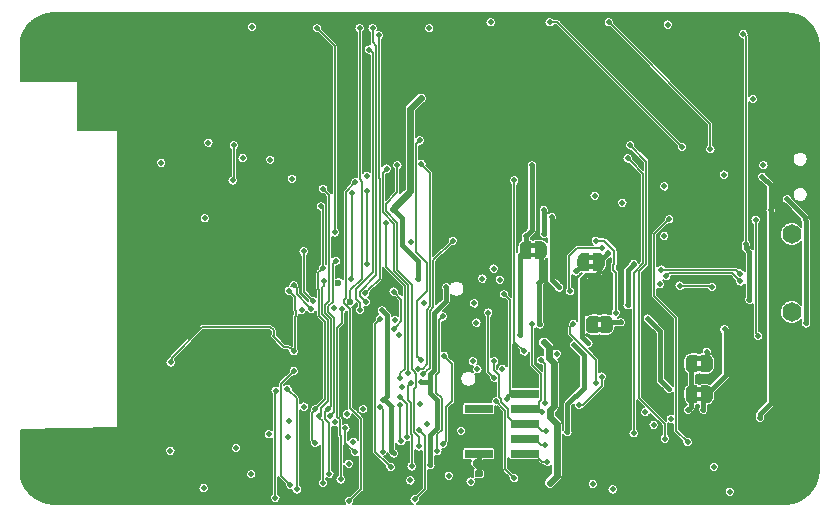
<source format=gbr>
G04 #@! TF.GenerationSoftware,KiCad,Pcbnew,5.1.3-ffb9f22~84~ubuntu19.04.1*
G04 #@! TF.CreationDate,2019-08-01T13:20:31-05:00*
G04 #@! TF.ProjectId,LeashPCB,4c656173-6850-4434-922e-6b696361645f,rev?*
G04 #@! TF.SameCoordinates,Original*
G04 #@! TF.FileFunction,Copper,L4,Bot*
G04 #@! TF.FilePolarity,Positive*
%FSLAX46Y46*%
G04 Gerber Fmt 4.6, Leading zero omitted, Abs format (unit mm)*
G04 Created by KiCad (PCBNEW 5.1.3-ffb9f22~84~ubuntu19.04.1) date 2019-08-01 13:20:31*
%MOMM*%
%LPD*%
G04 APERTURE LIST*
%ADD10C,0.100000*%
%ADD11C,0.600000*%
%ADD12R,1.650000X2.400000*%
%ADD13O,1.600000X1.651000*%
%ADD14C,0.590000*%
%ADD15R,2.400000X0.740000*%
%ADD16C,0.500000*%
%ADD17C,0.127000*%
%ADD18C,0.400000*%
%ADD19C,0.600000*%
%ADD20C,0.152400*%
%ADD21C,0.200000*%
G04 APERTURE END LIST*
D10*
G36*
X150900000Y-69900000D02*
G01*
X150400000Y-69900000D01*
X150400000Y-70300000D01*
X150900000Y-70300000D01*
X150900000Y-69900000D01*
G37*
G36*
X150900000Y-70700000D02*
G01*
X150400000Y-70700000D01*
X150400000Y-71100000D01*
X150900000Y-71100000D01*
X150900000Y-70700000D01*
G37*
G36*
X150900000Y-67300000D02*
G01*
X150400000Y-67300000D01*
X150400000Y-67700000D01*
X150900000Y-67700000D01*
X150900000Y-67300000D01*
G37*
G36*
X150900000Y-68100000D02*
G01*
X150400000Y-68100000D01*
X150400000Y-68500000D01*
X150900000Y-68500000D01*
X150900000Y-68100000D01*
G37*
G36*
X136350000Y-58900000D02*
G01*
X136850000Y-58900000D01*
X136850000Y-58500000D01*
X136350000Y-58500000D01*
X136350000Y-58900000D01*
G37*
G36*
X136350000Y-58100000D02*
G01*
X136850000Y-58100000D01*
X136850000Y-57700000D01*
X136350000Y-57700000D01*
X136350000Y-58100000D01*
G37*
G36*
X142450000Y-64000000D02*
G01*
X141950000Y-64000000D01*
X141950000Y-64400000D01*
X142450000Y-64400000D01*
X142450000Y-64000000D01*
G37*
G36*
X142450000Y-64800000D02*
G01*
X141950000Y-64800000D01*
X141950000Y-65200000D01*
X142450000Y-65200000D01*
X142450000Y-64800000D01*
G37*
G36*
X141750000Y-58700000D02*
G01*
X141250000Y-58700000D01*
X141250000Y-59100000D01*
X141750000Y-59100000D01*
X141750000Y-58700000D01*
G37*
G36*
X141750000Y-59500000D02*
G01*
X141250000Y-59500000D01*
X141250000Y-59900000D01*
X141750000Y-59900000D01*
X141750000Y-59500000D01*
G37*
D11*
X142530000Y-62910000D03*
X142530000Y-61190000D03*
X141570000Y-62910000D03*
X141570000Y-61190000D03*
X142050000Y-62050000D03*
D12*
X142050000Y-62050000D03*
X139625000Y-68600000D03*
D11*
X139625000Y-68600000D03*
X140105000Y-69460000D03*
X140105000Y-67740000D03*
X139145000Y-69460000D03*
X139145000Y-67740000D03*
D13*
X158500000Y-63550000D03*
X158500000Y-56950000D03*
D10*
G36*
X132186958Y-77890710D02*
G01*
X132201276Y-77892834D01*
X132215317Y-77896351D01*
X132228946Y-77901228D01*
X132242031Y-77907417D01*
X132254447Y-77914858D01*
X132266073Y-77923481D01*
X132276798Y-77933202D01*
X132286519Y-77943927D01*
X132295142Y-77955553D01*
X132302583Y-77967969D01*
X132308772Y-77981054D01*
X132313649Y-77994683D01*
X132317166Y-78008724D01*
X132319290Y-78023042D01*
X132320000Y-78037500D01*
X132320000Y-78332500D01*
X132319290Y-78346958D01*
X132317166Y-78361276D01*
X132313649Y-78375317D01*
X132308772Y-78388946D01*
X132302583Y-78402031D01*
X132295142Y-78414447D01*
X132286519Y-78426073D01*
X132276798Y-78436798D01*
X132266073Y-78446519D01*
X132254447Y-78455142D01*
X132242031Y-78462583D01*
X132228946Y-78468772D01*
X132215317Y-78473649D01*
X132201276Y-78477166D01*
X132186958Y-78479290D01*
X132172500Y-78480000D01*
X131827500Y-78480000D01*
X131813042Y-78479290D01*
X131798724Y-78477166D01*
X131784683Y-78473649D01*
X131771054Y-78468772D01*
X131757969Y-78462583D01*
X131745553Y-78455142D01*
X131733927Y-78446519D01*
X131723202Y-78436798D01*
X131713481Y-78426073D01*
X131704858Y-78414447D01*
X131697417Y-78402031D01*
X131691228Y-78388946D01*
X131686351Y-78375317D01*
X131682834Y-78361276D01*
X131680710Y-78346958D01*
X131680000Y-78332500D01*
X131680000Y-78037500D01*
X131680710Y-78023042D01*
X131682834Y-78008724D01*
X131686351Y-77994683D01*
X131691228Y-77981054D01*
X131697417Y-77967969D01*
X131704858Y-77955553D01*
X131713481Y-77943927D01*
X131723202Y-77933202D01*
X131733927Y-77923481D01*
X131745553Y-77914858D01*
X131757969Y-77907417D01*
X131771054Y-77901228D01*
X131784683Y-77896351D01*
X131798724Y-77892834D01*
X131813042Y-77890710D01*
X131827500Y-77890000D01*
X132172500Y-77890000D01*
X132186958Y-77890710D01*
X132186958Y-77890710D01*
G37*
D14*
X132000000Y-78185000D03*
D10*
G36*
X132186958Y-76920710D02*
G01*
X132201276Y-76922834D01*
X132215317Y-76926351D01*
X132228946Y-76931228D01*
X132242031Y-76937417D01*
X132254447Y-76944858D01*
X132266073Y-76953481D01*
X132276798Y-76963202D01*
X132286519Y-76973927D01*
X132295142Y-76985553D01*
X132302583Y-76997969D01*
X132308772Y-77011054D01*
X132313649Y-77024683D01*
X132317166Y-77038724D01*
X132319290Y-77053042D01*
X132320000Y-77067500D01*
X132320000Y-77362500D01*
X132319290Y-77376958D01*
X132317166Y-77391276D01*
X132313649Y-77405317D01*
X132308772Y-77418946D01*
X132302583Y-77432031D01*
X132295142Y-77444447D01*
X132286519Y-77456073D01*
X132276798Y-77466798D01*
X132266073Y-77476519D01*
X132254447Y-77485142D01*
X132242031Y-77492583D01*
X132228946Y-77498772D01*
X132215317Y-77503649D01*
X132201276Y-77507166D01*
X132186958Y-77509290D01*
X132172500Y-77510000D01*
X131827500Y-77510000D01*
X131813042Y-77509290D01*
X131798724Y-77507166D01*
X131784683Y-77503649D01*
X131771054Y-77498772D01*
X131757969Y-77492583D01*
X131745553Y-77485142D01*
X131733927Y-77476519D01*
X131723202Y-77466798D01*
X131713481Y-77456073D01*
X131704858Y-77444447D01*
X131697417Y-77432031D01*
X131691228Y-77418946D01*
X131686351Y-77405317D01*
X131682834Y-77391276D01*
X131680710Y-77376958D01*
X131680000Y-77362500D01*
X131680000Y-77067500D01*
X131680710Y-77053042D01*
X131682834Y-77038724D01*
X131686351Y-77024683D01*
X131691228Y-77011054D01*
X131697417Y-76997969D01*
X131704858Y-76985553D01*
X131713481Y-76973927D01*
X131723202Y-76963202D01*
X131733927Y-76953481D01*
X131745553Y-76944858D01*
X131757969Y-76937417D01*
X131771054Y-76931228D01*
X131784683Y-76926351D01*
X131798724Y-76922834D01*
X131813042Y-76920710D01*
X131827500Y-76920000D01*
X132172500Y-76920000D01*
X132186958Y-76920710D01*
X132186958Y-76920710D01*
G37*
D14*
X132000000Y-77215000D03*
D15*
X135900000Y-70460000D03*
X132000000Y-70460000D03*
X135900000Y-71730000D03*
X132000000Y-71730000D03*
X135900000Y-73000000D03*
X132000000Y-73000000D03*
X135900000Y-74270000D03*
X132000000Y-74270000D03*
X135900000Y-75540000D03*
X132000000Y-75540000D03*
D16*
X151300000Y-70500000D03*
D10*
G36*
X150800000Y-69750000D02*
G01*
X151300000Y-69750000D01*
X151300000Y-69750602D01*
X151324534Y-69750602D01*
X151373365Y-69755412D01*
X151421490Y-69764984D01*
X151468445Y-69779228D01*
X151513778Y-69798005D01*
X151557051Y-69821136D01*
X151597850Y-69848396D01*
X151635779Y-69879524D01*
X151670476Y-69914221D01*
X151701604Y-69952150D01*
X151728864Y-69992949D01*
X151751995Y-70036222D01*
X151770772Y-70081555D01*
X151785016Y-70128510D01*
X151794588Y-70176635D01*
X151799398Y-70225466D01*
X151799398Y-70250000D01*
X151800000Y-70250000D01*
X151800000Y-70750000D01*
X151799398Y-70750000D01*
X151799398Y-70774534D01*
X151794588Y-70823365D01*
X151785016Y-70871490D01*
X151770772Y-70918445D01*
X151751995Y-70963778D01*
X151728864Y-71007051D01*
X151701604Y-71047850D01*
X151670476Y-71085779D01*
X151635779Y-71120476D01*
X151597850Y-71151604D01*
X151557051Y-71178864D01*
X151513778Y-71201995D01*
X151468445Y-71220772D01*
X151421490Y-71235016D01*
X151373365Y-71244588D01*
X151324534Y-71249398D01*
X151300000Y-71249398D01*
X151300000Y-71250000D01*
X150800000Y-71250000D01*
X150800000Y-69750000D01*
X150800000Y-69750000D01*
G37*
D16*
X150000000Y-70500000D03*
D10*
G36*
X150000000Y-71249398D02*
G01*
X149975466Y-71249398D01*
X149926635Y-71244588D01*
X149878510Y-71235016D01*
X149831555Y-71220772D01*
X149786222Y-71201995D01*
X149742949Y-71178864D01*
X149702150Y-71151604D01*
X149664221Y-71120476D01*
X149629524Y-71085779D01*
X149598396Y-71047850D01*
X149571136Y-71007051D01*
X149548005Y-70963778D01*
X149529228Y-70918445D01*
X149514984Y-70871490D01*
X149505412Y-70823365D01*
X149500602Y-70774534D01*
X149500602Y-70750000D01*
X149500000Y-70750000D01*
X149500000Y-70250000D01*
X149500602Y-70250000D01*
X149500602Y-70225466D01*
X149505412Y-70176635D01*
X149514984Y-70128510D01*
X149529228Y-70081555D01*
X149548005Y-70036222D01*
X149571136Y-69992949D01*
X149598396Y-69952150D01*
X149629524Y-69914221D01*
X149664221Y-69879524D01*
X149702150Y-69848396D01*
X149742949Y-69821136D01*
X149786222Y-69798005D01*
X149831555Y-69779228D01*
X149878510Y-69764984D01*
X149926635Y-69755412D01*
X149975466Y-69750602D01*
X150000000Y-69750602D01*
X150000000Y-69750000D01*
X150500000Y-69750000D01*
X150500000Y-71250000D01*
X150000000Y-71250000D01*
X150000000Y-71249398D01*
X150000000Y-71249398D01*
G37*
D16*
X151300000Y-67900000D03*
D10*
G36*
X150800000Y-67150000D02*
G01*
X151300000Y-67150000D01*
X151300000Y-67150602D01*
X151324534Y-67150602D01*
X151373365Y-67155412D01*
X151421490Y-67164984D01*
X151468445Y-67179228D01*
X151513778Y-67198005D01*
X151557051Y-67221136D01*
X151597850Y-67248396D01*
X151635779Y-67279524D01*
X151670476Y-67314221D01*
X151701604Y-67352150D01*
X151728864Y-67392949D01*
X151751995Y-67436222D01*
X151770772Y-67481555D01*
X151785016Y-67528510D01*
X151794588Y-67576635D01*
X151799398Y-67625466D01*
X151799398Y-67650000D01*
X151800000Y-67650000D01*
X151800000Y-68150000D01*
X151799398Y-68150000D01*
X151799398Y-68174534D01*
X151794588Y-68223365D01*
X151785016Y-68271490D01*
X151770772Y-68318445D01*
X151751995Y-68363778D01*
X151728864Y-68407051D01*
X151701604Y-68447850D01*
X151670476Y-68485779D01*
X151635779Y-68520476D01*
X151597850Y-68551604D01*
X151557051Y-68578864D01*
X151513778Y-68601995D01*
X151468445Y-68620772D01*
X151421490Y-68635016D01*
X151373365Y-68644588D01*
X151324534Y-68649398D01*
X151300000Y-68649398D01*
X151300000Y-68650000D01*
X150800000Y-68650000D01*
X150800000Y-67150000D01*
X150800000Y-67150000D01*
G37*
D16*
X150000000Y-67900000D03*
D10*
G36*
X150000000Y-68649398D02*
G01*
X149975466Y-68649398D01*
X149926635Y-68644588D01*
X149878510Y-68635016D01*
X149831555Y-68620772D01*
X149786222Y-68601995D01*
X149742949Y-68578864D01*
X149702150Y-68551604D01*
X149664221Y-68520476D01*
X149629524Y-68485779D01*
X149598396Y-68447850D01*
X149571136Y-68407051D01*
X149548005Y-68363778D01*
X149529228Y-68318445D01*
X149514984Y-68271490D01*
X149505412Y-68223365D01*
X149500602Y-68174534D01*
X149500602Y-68150000D01*
X149500000Y-68150000D01*
X149500000Y-67650000D01*
X149500602Y-67650000D01*
X149500602Y-67625466D01*
X149505412Y-67576635D01*
X149514984Y-67528510D01*
X149529228Y-67481555D01*
X149548005Y-67436222D01*
X149571136Y-67392949D01*
X149598396Y-67352150D01*
X149629524Y-67314221D01*
X149664221Y-67279524D01*
X149702150Y-67248396D01*
X149742949Y-67221136D01*
X149786222Y-67198005D01*
X149831555Y-67179228D01*
X149878510Y-67164984D01*
X149926635Y-67155412D01*
X149975466Y-67150602D01*
X150000000Y-67150602D01*
X150000000Y-67150000D01*
X150500000Y-67150000D01*
X150500000Y-68650000D01*
X150000000Y-68650000D01*
X150000000Y-68649398D01*
X150000000Y-68649398D01*
G37*
D16*
X135950000Y-58300000D03*
D10*
G36*
X136450000Y-59050000D02*
G01*
X135950000Y-59050000D01*
X135950000Y-59049398D01*
X135925466Y-59049398D01*
X135876635Y-59044588D01*
X135828510Y-59035016D01*
X135781555Y-59020772D01*
X135736222Y-59001995D01*
X135692949Y-58978864D01*
X135652150Y-58951604D01*
X135614221Y-58920476D01*
X135579524Y-58885779D01*
X135548396Y-58847850D01*
X135521136Y-58807051D01*
X135498005Y-58763778D01*
X135479228Y-58718445D01*
X135464984Y-58671490D01*
X135455412Y-58623365D01*
X135450602Y-58574534D01*
X135450602Y-58550000D01*
X135450000Y-58550000D01*
X135450000Y-58050000D01*
X135450602Y-58050000D01*
X135450602Y-58025466D01*
X135455412Y-57976635D01*
X135464984Y-57928510D01*
X135479228Y-57881555D01*
X135498005Y-57836222D01*
X135521136Y-57792949D01*
X135548396Y-57752150D01*
X135579524Y-57714221D01*
X135614221Y-57679524D01*
X135652150Y-57648396D01*
X135692949Y-57621136D01*
X135736222Y-57598005D01*
X135781555Y-57579228D01*
X135828510Y-57564984D01*
X135876635Y-57555412D01*
X135925466Y-57550602D01*
X135950000Y-57550602D01*
X135950000Y-57550000D01*
X136450000Y-57550000D01*
X136450000Y-59050000D01*
X136450000Y-59050000D01*
G37*
D16*
X137250000Y-58300000D03*
D10*
G36*
X137250000Y-57550602D02*
G01*
X137274534Y-57550602D01*
X137323365Y-57555412D01*
X137371490Y-57564984D01*
X137418445Y-57579228D01*
X137463778Y-57598005D01*
X137507051Y-57621136D01*
X137547850Y-57648396D01*
X137585779Y-57679524D01*
X137620476Y-57714221D01*
X137651604Y-57752150D01*
X137678864Y-57792949D01*
X137701995Y-57836222D01*
X137720772Y-57881555D01*
X137735016Y-57928510D01*
X137744588Y-57976635D01*
X137749398Y-58025466D01*
X137749398Y-58050000D01*
X137750000Y-58050000D01*
X137750000Y-58550000D01*
X137749398Y-58550000D01*
X137749398Y-58574534D01*
X137744588Y-58623365D01*
X137735016Y-58671490D01*
X137720772Y-58718445D01*
X137701995Y-58763778D01*
X137678864Y-58807051D01*
X137651604Y-58847850D01*
X137620476Y-58885779D01*
X137585779Y-58920476D01*
X137547850Y-58951604D01*
X137507051Y-58978864D01*
X137463778Y-59001995D01*
X137418445Y-59020772D01*
X137371490Y-59035016D01*
X137323365Y-59044588D01*
X137274534Y-59049398D01*
X137250000Y-59049398D01*
X137250000Y-59050000D01*
X136750000Y-59050000D01*
X136750000Y-57550000D01*
X137250000Y-57550000D01*
X137250000Y-57550602D01*
X137250000Y-57550602D01*
G37*
D16*
X142850000Y-64600000D03*
D10*
G36*
X142350000Y-63850000D02*
G01*
X142850000Y-63850000D01*
X142850000Y-63850602D01*
X142874534Y-63850602D01*
X142923365Y-63855412D01*
X142971490Y-63864984D01*
X143018445Y-63879228D01*
X143063778Y-63898005D01*
X143107051Y-63921136D01*
X143147850Y-63948396D01*
X143185779Y-63979524D01*
X143220476Y-64014221D01*
X143251604Y-64052150D01*
X143278864Y-64092949D01*
X143301995Y-64136222D01*
X143320772Y-64181555D01*
X143335016Y-64228510D01*
X143344588Y-64276635D01*
X143349398Y-64325466D01*
X143349398Y-64350000D01*
X143350000Y-64350000D01*
X143350000Y-64850000D01*
X143349398Y-64850000D01*
X143349398Y-64874534D01*
X143344588Y-64923365D01*
X143335016Y-64971490D01*
X143320772Y-65018445D01*
X143301995Y-65063778D01*
X143278864Y-65107051D01*
X143251604Y-65147850D01*
X143220476Y-65185779D01*
X143185779Y-65220476D01*
X143147850Y-65251604D01*
X143107051Y-65278864D01*
X143063778Y-65301995D01*
X143018445Y-65320772D01*
X142971490Y-65335016D01*
X142923365Y-65344588D01*
X142874534Y-65349398D01*
X142850000Y-65349398D01*
X142850000Y-65350000D01*
X142350000Y-65350000D01*
X142350000Y-63850000D01*
X142350000Y-63850000D01*
G37*
D16*
X141550000Y-64600000D03*
D10*
G36*
X141550000Y-65349398D02*
G01*
X141525466Y-65349398D01*
X141476635Y-65344588D01*
X141428510Y-65335016D01*
X141381555Y-65320772D01*
X141336222Y-65301995D01*
X141292949Y-65278864D01*
X141252150Y-65251604D01*
X141214221Y-65220476D01*
X141179524Y-65185779D01*
X141148396Y-65147850D01*
X141121136Y-65107051D01*
X141098005Y-65063778D01*
X141079228Y-65018445D01*
X141064984Y-64971490D01*
X141055412Y-64923365D01*
X141050602Y-64874534D01*
X141050602Y-64850000D01*
X141050000Y-64850000D01*
X141050000Y-64350000D01*
X141050602Y-64350000D01*
X141050602Y-64325466D01*
X141055412Y-64276635D01*
X141064984Y-64228510D01*
X141079228Y-64181555D01*
X141098005Y-64136222D01*
X141121136Y-64092949D01*
X141148396Y-64052150D01*
X141179524Y-64014221D01*
X141214221Y-63979524D01*
X141252150Y-63948396D01*
X141292949Y-63921136D01*
X141336222Y-63898005D01*
X141381555Y-63879228D01*
X141428510Y-63864984D01*
X141476635Y-63855412D01*
X141525466Y-63850602D01*
X141550000Y-63850602D01*
X141550000Y-63850000D01*
X142050000Y-63850000D01*
X142050000Y-65350000D01*
X141550000Y-65350000D01*
X141550000Y-65349398D01*
X141550000Y-65349398D01*
G37*
D16*
X142150000Y-59300000D03*
D10*
G36*
X141650000Y-58550000D02*
G01*
X142150000Y-58550000D01*
X142150000Y-58550602D01*
X142174534Y-58550602D01*
X142223365Y-58555412D01*
X142271490Y-58564984D01*
X142318445Y-58579228D01*
X142363778Y-58598005D01*
X142407051Y-58621136D01*
X142447850Y-58648396D01*
X142485779Y-58679524D01*
X142520476Y-58714221D01*
X142551604Y-58752150D01*
X142578864Y-58792949D01*
X142601995Y-58836222D01*
X142620772Y-58881555D01*
X142635016Y-58928510D01*
X142644588Y-58976635D01*
X142649398Y-59025466D01*
X142649398Y-59050000D01*
X142650000Y-59050000D01*
X142650000Y-59550000D01*
X142649398Y-59550000D01*
X142649398Y-59574534D01*
X142644588Y-59623365D01*
X142635016Y-59671490D01*
X142620772Y-59718445D01*
X142601995Y-59763778D01*
X142578864Y-59807051D01*
X142551604Y-59847850D01*
X142520476Y-59885779D01*
X142485779Y-59920476D01*
X142447850Y-59951604D01*
X142407051Y-59978864D01*
X142363778Y-60001995D01*
X142318445Y-60020772D01*
X142271490Y-60035016D01*
X142223365Y-60044588D01*
X142174534Y-60049398D01*
X142150000Y-60049398D01*
X142150000Y-60050000D01*
X141650000Y-60050000D01*
X141650000Y-58550000D01*
X141650000Y-58550000D01*
G37*
D16*
X140850000Y-59300000D03*
D10*
G36*
X140850000Y-60049398D02*
G01*
X140825466Y-60049398D01*
X140776635Y-60044588D01*
X140728510Y-60035016D01*
X140681555Y-60020772D01*
X140636222Y-60001995D01*
X140592949Y-59978864D01*
X140552150Y-59951604D01*
X140514221Y-59920476D01*
X140479524Y-59885779D01*
X140448396Y-59847850D01*
X140421136Y-59807051D01*
X140398005Y-59763778D01*
X140379228Y-59718445D01*
X140364984Y-59671490D01*
X140355412Y-59623365D01*
X140350602Y-59574534D01*
X140350602Y-59550000D01*
X140350000Y-59550000D01*
X140350000Y-59050000D01*
X140350602Y-59050000D01*
X140350602Y-59025466D01*
X140355412Y-58976635D01*
X140364984Y-58928510D01*
X140379228Y-58881555D01*
X140398005Y-58836222D01*
X140421136Y-58792949D01*
X140448396Y-58752150D01*
X140479524Y-58714221D01*
X140514221Y-58679524D01*
X140552150Y-58648396D01*
X140592949Y-58621136D01*
X140636222Y-58598005D01*
X140681555Y-58579228D01*
X140728510Y-58564984D01*
X140776635Y-58555412D01*
X140825466Y-58550602D01*
X140850000Y-58550602D01*
X140850000Y-58550000D01*
X141350000Y-58550000D01*
X141350000Y-60050000D01*
X140850000Y-60050000D01*
X140850000Y-60049398D01*
X140850000Y-60049398D01*
G37*
D16*
X118300000Y-66200000D03*
X118300000Y-65400000D03*
X148400000Y-62200000D03*
X149500000Y-63600000D03*
X154815000Y-64185000D03*
X152252418Y-60700000D03*
X142300000Y-73878610D03*
X118300000Y-67000000D03*
X118300000Y-67800000D03*
X129100000Y-57350000D03*
X131900000Y-73600000D03*
X130100000Y-71400000D03*
X132959490Y-69676217D03*
X138722990Y-72137094D03*
X135399186Y-67319044D03*
X133939667Y-66968699D03*
X150231912Y-64322990D03*
X147928610Y-64322990D03*
X123061153Y-76659490D03*
X115640000Y-66900000D03*
X112880000Y-63370000D03*
X112450000Y-62950000D03*
X112060000Y-62530000D03*
X111640000Y-62110000D03*
X111840000Y-61560000D03*
X111450000Y-61100000D03*
X111020000Y-60710000D03*
X109540000Y-60720000D03*
X108970000Y-60700000D03*
X108410000Y-60730000D03*
X108100000Y-61170000D03*
X108080000Y-61700000D03*
X108090000Y-62260000D03*
X107570000Y-62600000D03*
X107160000Y-62990000D03*
X107040000Y-63510000D03*
X107000000Y-64080000D03*
X106340000Y-64170000D03*
X105200000Y-63830000D03*
X105180000Y-63230000D03*
X105200000Y-62670000D03*
X106120000Y-62380000D03*
X106590000Y-62090000D03*
X106660000Y-61560000D03*
X106210000Y-60740000D03*
X105680000Y-60740000D03*
X105140000Y-60720000D03*
X104640000Y-60710000D03*
X104100000Y-60690000D03*
X103560000Y-60710000D03*
X103030000Y-60700000D03*
X102480000Y-60710000D03*
X101830000Y-59410000D03*
X104210000Y-59270000D03*
X105850000Y-59250000D03*
X108160000Y-59230000D03*
X106450000Y-59250000D03*
X108680000Y-59230000D03*
X109230000Y-59230000D03*
X109750000Y-59240000D03*
X110280000Y-59260000D03*
X110790000Y-59410000D03*
X111290000Y-59370000D03*
X111850000Y-59440000D03*
X112220000Y-59800000D03*
X112610000Y-60170000D03*
X113070000Y-60490000D03*
X114610000Y-60120000D03*
X115070000Y-60590000D03*
X115440000Y-65170000D03*
X114600000Y-66900000D03*
X115573568Y-61098455D03*
X115100000Y-66900000D03*
X101560000Y-75630000D03*
X99290000Y-75860000D03*
X101590000Y-75100000D03*
X101350000Y-73830000D03*
X99670000Y-76250000D03*
X101250000Y-76110000D03*
X100050000Y-76590000D03*
X99780000Y-74940000D03*
X100280000Y-74480000D03*
X100940000Y-74250000D03*
X101690000Y-73230000D03*
X101980000Y-74740000D03*
X103340000Y-73690000D03*
X102940000Y-74100000D03*
X102490000Y-74510000D03*
X104410000Y-70580000D03*
X104720000Y-68980000D03*
X102530000Y-72400000D03*
X102100000Y-72810000D03*
X108070000Y-70890000D03*
X105990000Y-72970000D03*
X103980000Y-70930000D03*
X103770000Y-73320000D03*
X104800000Y-70240000D03*
X107230000Y-71630000D03*
X104220000Y-72950000D03*
X103610000Y-71340000D03*
X104690000Y-72620000D03*
X105540000Y-72550000D03*
X107630000Y-71320000D03*
X105110000Y-72140000D03*
X107350000Y-72210000D03*
X112600000Y-66900000D03*
X108900000Y-66200000D03*
X113200000Y-65300000D03*
X107290000Y-68030000D03*
X112000000Y-66910000D03*
X109840000Y-68900000D03*
X114100000Y-66900000D03*
X109010000Y-69740000D03*
X110600000Y-68010000D03*
X107740000Y-67570000D03*
X110990000Y-67590000D03*
X109300000Y-65700000D03*
X108450000Y-66680000D03*
X109410000Y-69320000D03*
X110220000Y-68470000D03*
X109700000Y-65400000D03*
X113100000Y-66900000D03*
X110700000Y-65300000D03*
X108090000Y-67140000D03*
X112200000Y-65300000D03*
X113600000Y-66900000D03*
X113700000Y-65300000D03*
X113980000Y-64389490D03*
X105502448Y-68284868D03*
X115810000Y-62520000D03*
X116000000Y-63080000D03*
X114980000Y-64730000D03*
X111440000Y-67110000D03*
X110200000Y-65400000D03*
X111200000Y-65300000D03*
X111700000Y-65300000D03*
X112700000Y-65300000D03*
X114200000Y-65300000D03*
X103560000Y-59270000D03*
X106640000Y-61040000D03*
X117257895Y-64347956D03*
X144019359Y-59609359D03*
X118300000Y-68700000D03*
X118300000Y-69600000D03*
X122500000Y-67000000D03*
X122500000Y-67800000D03*
X122500000Y-68700000D03*
X122500000Y-69600000D03*
X120500000Y-67000000D03*
X120500000Y-69600000D03*
X120500000Y-68700000D03*
X120500000Y-67800000D03*
X101750000Y-62000000D03*
X101750000Y-64750000D03*
X101750000Y-66000000D03*
X101750000Y-67250000D03*
X101750000Y-68500000D03*
X101750000Y-69750000D03*
X101750000Y-71000000D03*
X101750000Y-72250000D03*
X103000000Y-66000000D03*
X103000000Y-68500000D03*
X103000000Y-67250000D03*
X103000000Y-71000000D03*
X103000000Y-69750000D03*
X104250000Y-68500000D03*
X104250000Y-66000000D03*
X104250000Y-67250000D03*
X105500000Y-67250000D03*
X105500000Y-66000000D03*
X106750000Y-66000000D03*
X101750000Y-77250000D03*
X103000000Y-77250000D03*
X104250000Y-77250000D03*
X105500000Y-77250000D03*
X106750000Y-77250000D03*
X105500000Y-78500000D03*
X103000000Y-78500000D03*
X106750000Y-78500000D03*
X101750000Y-78500000D03*
X104250000Y-78500000D03*
X94000000Y-78500000D03*
X95250000Y-78500000D03*
X95250000Y-77250000D03*
X96500000Y-78500000D03*
X94000000Y-77250000D03*
X96500000Y-77250000D03*
X94000000Y-75750000D03*
X94000000Y-74500000D03*
X95250000Y-75750000D03*
X96500000Y-75750000D03*
X96500000Y-74500000D03*
X95250000Y-74500000D03*
X97750000Y-74500000D03*
X102000000Y-53500000D03*
X102000000Y-56000000D03*
X102000000Y-54750000D03*
X102000000Y-57250000D03*
X103250000Y-57250000D03*
X103250000Y-56000000D03*
X103250000Y-53500000D03*
X103250000Y-54750000D03*
X105750000Y-54750000D03*
X104500000Y-56000000D03*
X104500000Y-57250000D03*
X104500000Y-54750000D03*
X105750000Y-57250000D03*
X105750000Y-56000000D03*
X102000000Y-50750000D03*
X103250000Y-52000000D03*
X102000000Y-52000000D03*
X103250000Y-50750000D03*
X120550000Y-66200000D03*
X120550000Y-65400000D03*
X122550000Y-65400000D03*
X122550000Y-66200000D03*
X109500000Y-57250000D03*
X110750000Y-57250000D03*
X107000000Y-57250000D03*
X108250000Y-57250000D03*
X114500000Y-57250000D03*
X115750000Y-57250000D03*
X113250000Y-57250000D03*
X112000000Y-57250000D03*
X115750000Y-58250000D03*
X113250000Y-58250000D03*
X114500000Y-58250000D03*
X112000000Y-58250000D03*
X108250000Y-58250000D03*
X110750000Y-58250000D03*
X107000000Y-58250000D03*
X109500000Y-58250000D03*
X113250000Y-59250000D03*
X114500000Y-59250000D03*
X109500000Y-62250000D03*
X110750000Y-62250000D03*
X110750000Y-63250000D03*
X109500000Y-63250000D03*
X109500000Y-64250000D03*
X110750000Y-64250000D03*
X108250000Y-64250000D03*
X108250000Y-63250000D03*
X107750000Y-65000000D03*
X106750000Y-65250000D03*
X103000000Y-76000000D03*
X104000000Y-76000000D03*
X103000000Y-75000000D03*
X104000000Y-75000000D03*
X104000000Y-74000000D03*
X105000000Y-73500000D03*
X106250000Y-74000000D03*
X106750000Y-75000000D03*
X108000000Y-75000000D03*
X108000000Y-77250000D03*
X109250000Y-75000000D03*
X109250000Y-77250000D03*
X109250000Y-73750000D03*
X108000000Y-73750000D03*
X108000000Y-72500000D03*
X109250000Y-72250000D03*
X110500000Y-71250000D03*
X110500000Y-72500000D03*
X110500000Y-73750000D03*
X110500000Y-70000000D03*
X111750000Y-70000000D03*
X111750000Y-71250000D03*
X111750000Y-68750000D03*
X110750000Y-69000000D03*
X109500000Y-71000000D03*
X112500000Y-67750000D03*
X113500000Y-67750000D03*
X113000000Y-69000000D03*
X114250000Y-68250000D03*
X115000000Y-67500000D03*
X107000000Y-67100000D03*
X107800000Y-66400000D03*
X112000000Y-64250000D03*
X93800000Y-40600000D03*
X95050000Y-40600000D03*
X95050000Y-39350000D03*
X93800000Y-42100000D03*
X95050000Y-43350000D03*
X93800000Y-43350000D03*
X95050000Y-42100000D03*
X97650000Y-40600000D03*
X97650000Y-39350000D03*
X96400000Y-40600000D03*
X96400000Y-42100000D03*
X97650000Y-43350000D03*
X96400000Y-43350000D03*
X97650000Y-42100000D03*
X96400000Y-39350000D03*
X99000000Y-39350000D03*
X99000000Y-42100000D03*
X100250000Y-39350000D03*
X100250000Y-40600000D03*
X100250000Y-42100000D03*
X99000000Y-40600000D03*
X102850000Y-43350000D03*
X102850000Y-40600000D03*
X101600000Y-40600000D03*
X102850000Y-42100000D03*
X101600000Y-39350000D03*
X101600000Y-42100000D03*
X102850000Y-39350000D03*
X104200000Y-39350000D03*
X105450000Y-40600000D03*
X104200000Y-42100000D03*
X105450000Y-39350000D03*
X105450000Y-42100000D03*
X104200000Y-40600000D03*
X106800000Y-40600000D03*
X108050000Y-42100000D03*
X108050000Y-40600000D03*
X106800000Y-42100000D03*
X106800000Y-39350000D03*
X108050000Y-39350000D03*
X102850000Y-46000000D03*
X102850000Y-48750000D03*
X102850000Y-44750000D03*
X102850000Y-47500000D03*
X104200000Y-48750000D03*
X104200000Y-50000000D03*
X105450000Y-50000000D03*
X105450000Y-48750000D03*
X107850000Y-50000000D03*
X107850000Y-48750000D03*
X106600000Y-48750000D03*
X106600000Y-50000000D03*
X106600000Y-52800000D03*
X107850000Y-52800000D03*
X107850000Y-51650000D03*
X106600000Y-51650000D03*
X106600000Y-53950000D03*
X107850000Y-53950000D03*
X111000000Y-39000000D03*
X117000000Y-39000000D03*
X121950000Y-38800000D03*
X127000000Y-39000000D03*
X132000000Y-39000000D03*
X137000000Y-39000000D03*
X142000000Y-39000000D03*
X147000000Y-39000000D03*
X152000000Y-39000000D03*
X154000000Y-39000000D03*
X156000000Y-39000000D03*
X159000000Y-39000000D03*
X160500000Y-41000000D03*
X160500000Y-43500000D03*
X160500000Y-46000000D03*
X160500000Y-50000000D03*
X160500000Y-53000000D03*
X160500000Y-57000000D03*
X160500000Y-60000000D03*
X160500000Y-63000000D03*
X160500000Y-67000000D03*
X160500000Y-70000000D03*
X160500000Y-74000000D03*
X160500000Y-77500000D03*
X158000000Y-79500000D03*
X155500000Y-79500000D03*
X132000000Y-79440510D03*
X152000000Y-79500000D03*
X146500000Y-79500000D03*
X141500000Y-79500000D03*
X137000000Y-79500000D03*
X127500000Y-79500000D03*
X120000000Y-79500000D03*
X116000000Y-79500000D03*
X111000000Y-79500000D03*
X109350000Y-43350000D03*
X109350000Y-40600000D03*
X109350000Y-42100000D03*
X109350000Y-39350000D03*
X109350000Y-46000000D03*
X109350000Y-44750000D03*
X109350000Y-47500000D03*
X155200000Y-45500000D03*
X124700000Y-54800000D03*
X126848532Y-60704513D03*
X126200000Y-51559490D03*
X127090000Y-45440000D03*
X126250000Y-57600000D03*
X133255912Y-59868180D03*
X144000000Y-64400000D03*
X152800000Y-65000000D03*
X151000000Y-71800000D03*
X159700000Y-64500000D03*
X158100000Y-54000000D03*
X121900000Y-39500000D03*
D11*
X121134035Y-62651650D03*
D16*
X133000000Y-39000000D03*
X121947985Y-63364985D03*
X112800000Y-39400000D03*
X122710000Y-41310000D03*
X123000000Y-39500000D03*
X122438980Y-62681822D03*
X123528610Y-40100000D03*
X127800000Y-39500000D03*
X122382017Y-61940959D03*
X154900000Y-62500000D03*
X154600000Y-57800000D03*
X148000000Y-39200000D03*
X147699994Y-57100000D03*
X154400000Y-40000000D03*
X149200000Y-49550000D03*
X138000000Y-39000000D03*
X151600000Y-49750000D03*
X143000000Y-39000000D03*
X144150000Y-54300000D03*
X115820000Y-74160000D03*
X118130000Y-74630000D03*
X118159490Y-71770697D03*
X118800000Y-59801434D03*
X118635247Y-54579338D03*
X111450000Y-75050000D03*
X121504442Y-75398374D03*
X120700002Y-73359488D03*
X112720000Y-77260000D03*
X119350962Y-77240000D03*
X122540510Y-59500027D03*
X118800000Y-53100000D03*
X119227232Y-71743383D03*
X122559490Y-53259490D03*
X147700000Y-52900000D03*
X105880000Y-75300000D03*
X123645989Y-64107043D03*
X124532101Y-76659490D03*
X108800000Y-55600000D03*
X124100000Y-56000000D03*
X125312697Y-69089720D03*
X145100000Y-73800000D03*
X144600000Y-50522990D03*
X112000000Y-50500000D03*
X105110000Y-50910000D03*
X114222590Y-73884576D03*
X125100000Y-51100000D03*
X126920755Y-74911501D03*
X114775000Y-79275000D03*
X116180000Y-52250000D03*
X121024999Y-79522600D03*
X121536281Y-52559257D03*
X114800000Y-70200000D03*
X143325000Y-78559490D03*
X148125000Y-55675000D03*
X121374362Y-74517362D03*
X149675000Y-74550000D03*
X155425000Y-55725000D03*
X124900000Y-64200010D03*
X155650000Y-65577010D03*
X151900000Y-76650000D03*
X126300000Y-76600000D03*
X126218989Y-69581004D03*
X146800000Y-73100000D03*
X119780947Y-72835811D03*
X141650000Y-78100000D03*
X115796658Y-70053980D03*
X116600000Y-78559490D03*
X153250000Y-78750000D03*
X126566348Y-79377410D03*
X115897590Y-72729732D03*
X126955064Y-73522467D03*
X120814965Y-72200000D03*
X148259490Y-72577010D03*
X139718411Y-61774358D03*
X142400000Y-58100000D03*
X140477010Y-71373442D03*
X142390510Y-69000000D03*
X143600000Y-63600000D03*
X141900000Y-57500000D03*
D11*
X120116298Y-61070098D03*
D16*
X133300000Y-69100000D03*
X138590877Y-67086316D03*
X132800000Y-63580000D03*
X154122990Y-60951200D03*
X147868313Y-60502692D03*
X154122990Y-60278838D03*
X147450000Y-59950000D03*
X125267051Y-65453029D03*
X117000000Y-63362518D03*
X117190000Y-71550000D03*
X122200000Y-71759490D03*
X124600000Y-71500000D03*
X123803081Y-63381519D03*
X124800000Y-75505478D03*
X123892365Y-70969750D03*
X127370000Y-62800000D03*
X119734636Y-63193210D03*
X119908896Y-59220719D03*
X119383940Y-72350497D03*
X116320000Y-66860000D03*
X105900000Y-67800000D03*
X115910000Y-61740000D03*
X141800000Y-53700000D03*
X118800000Y-78000000D03*
X118856817Y-60944705D03*
X118502929Y-72300000D03*
X121300000Y-53500000D03*
X121209869Y-60759490D03*
X131300000Y-77900000D03*
X135000000Y-77600000D03*
X133468171Y-71095020D03*
X134349122Y-70876188D03*
X134133412Y-62033412D03*
X131600002Y-62800000D03*
X124786489Y-61813513D03*
X124800000Y-64982990D03*
X148100000Y-70050000D03*
X146300000Y-64100000D03*
X144600000Y-62950000D03*
X127050000Y-71330000D03*
X145120000Y-59470000D03*
X130505579Y-73605487D03*
X127598391Y-73029034D03*
X137618084Y-71276916D03*
X134000000Y-68359490D03*
X137270357Y-67621578D03*
X131880000Y-68380000D03*
X149000000Y-61300000D03*
X151752412Y-61414541D03*
X120979472Y-76385807D03*
X147300000Y-61180000D03*
X138790000Y-61460000D03*
X138180000Y-55500000D03*
X127900000Y-76500000D03*
X131729371Y-76249177D03*
X127100000Y-69500000D03*
X132300000Y-60700000D03*
X129230003Y-61460000D03*
X135000000Y-52400000D03*
X138000000Y-77999998D03*
X137500000Y-66099994D03*
X135829325Y-66862838D03*
X122500000Y-52000000D03*
X137800000Y-76200000D03*
X128500000Y-75300000D03*
X123847029Y-75351441D03*
X128930000Y-63900000D03*
X123658922Y-71551685D03*
X125300000Y-71400000D03*
X137600000Y-74800000D03*
X125405616Y-74478473D03*
X129069275Y-67248651D03*
X128977414Y-74690519D03*
X125300000Y-70700000D03*
X137700000Y-73630219D03*
X125903486Y-74097331D03*
X133300000Y-67700000D03*
X131500000Y-67700000D03*
X108700000Y-78440000D03*
X116039644Y-78172880D03*
X116331488Y-68531488D03*
X111150000Y-52400000D03*
X144820000Y-49430000D03*
X111250000Y-49430000D03*
X147737254Y-74246237D03*
X152750000Y-51900000D03*
X126036500Y-68719325D03*
X124200000Y-51400000D03*
X127131019Y-51004577D03*
X114330000Y-50640510D03*
X126879264Y-68335107D03*
X109094999Y-49205001D03*
X127000000Y-49000000D03*
X127068403Y-67623045D03*
X116327831Y-61272496D03*
X117825243Y-63272340D03*
X117948043Y-62587276D03*
X117170006Y-58410000D03*
X125500000Y-69900000D03*
X137368979Y-72027083D03*
X131800000Y-64440000D03*
X136522989Y-64577014D03*
X140200000Y-60100000D03*
X137100000Y-61100000D03*
X141300000Y-64200000D03*
X133774138Y-60802433D03*
X137150000Y-64577012D03*
X149694440Y-71822990D03*
X140000000Y-64550000D03*
X141950000Y-69550000D03*
X151300000Y-66900000D03*
X142962702Y-58537298D03*
X141278677Y-66174938D03*
X136000000Y-57100000D03*
X139500000Y-73700000D03*
X135500000Y-65500000D03*
X156100000Y-51100000D03*
X136500000Y-51100000D03*
X140051827Y-66324803D03*
X118300000Y-39500000D03*
X119794521Y-56800000D03*
X129800000Y-57500000D03*
X127300000Y-68800000D03*
X126200000Y-77800000D03*
X129452974Y-77400000D03*
X120400000Y-63300000D03*
X120300000Y-77700000D03*
X146100000Y-72000000D03*
X155800000Y-72500000D03*
X156000000Y-52100000D03*
X137500000Y-56900000D03*
X137500000Y-54900000D03*
X156700000Y-54900000D03*
D17*
X132000000Y-73000000D02*
X132000000Y-73500000D01*
X132000000Y-73500000D02*
X131900000Y-73600000D01*
X131900000Y-74170000D02*
X132000000Y-74270000D01*
X131900000Y-73600000D02*
X131900000Y-74170000D01*
X132000000Y-70460000D02*
X132000000Y-69963000D01*
X132000000Y-69963000D02*
X132036784Y-69926216D01*
X132709491Y-69926216D02*
X132959490Y-69676217D01*
X132036784Y-69926216D02*
X132709491Y-69926216D01*
D18*
X116904342Y-64347956D02*
X117257895Y-64347956D01*
X116840510Y-64270000D02*
X116840510Y-64284124D01*
X116840510Y-64284124D02*
X116904342Y-64347956D01*
X132000000Y-78185000D02*
X132000000Y-79440510D01*
X124700000Y-54800000D02*
X125498533Y-55598533D01*
X125498533Y-55598533D02*
X125498533Y-57827818D01*
X126848532Y-59177817D02*
X126848532Y-60704513D01*
X125498533Y-57827818D02*
X126848532Y-59177817D01*
D19*
X126200000Y-51913043D02*
X126200000Y-51559490D01*
X124700000Y-54800000D02*
X126200000Y-53300000D01*
X126200000Y-53300000D02*
X126200000Y-51913043D01*
X126200000Y-51559490D02*
X126200000Y-46330000D01*
X126200000Y-46330000D02*
X126840001Y-45689999D01*
X126840001Y-45689999D02*
X127090000Y-45440000D01*
D18*
X143050000Y-64400000D02*
X142850000Y-64600000D01*
X144000000Y-64400000D02*
X143050000Y-64400000D01*
X152900000Y-65100000D02*
X152800000Y-65000000D01*
X151300000Y-70500000D02*
X152900000Y-68900000D01*
X152900000Y-68900000D02*
X152900000Y-65100000D01*
X151000000Y-70800000D02*
X151300000Y-70500000D01*
X151000000Y-71800000D02*
X151000000Y-70800000D01*
X159600000Y-55700000D02*
X159600000Y-55500000D01*
X159600000Y-55500000D02*
X158100000Y-54000000D01*
X159700000Y-64500000D02*
X159700000Y-55800000D01*
X159700000Y-55800000D02*
X159600000Y-55700000D01*
D17*
X121134035Y-61665965D02*
X121134035Y-62651650D01*
X121900000Y-39500000D02*
X121900000Y-52300000D01*
X122100000Y-60700000D02*
X121134035Y-61665965D01*
X122100000Y-52500000D02*
X122100000Y-60700000D01*
X121900000Y-52300000D02*
X122100000Y-52500000D01*
X121947985Y-63364985D02*
X121947985Y-62739656D01*
X123009999Y-41609999D02*
X122959999Y-41559999D01*
X123009999Y-60190001D02*
X123009999Y-41609999D01*
X121600000Y-62391671D02*
X121600000Y-61600000D01*
X122959999Y-41559999D02*
X122710000Y-41310000D01*
X121600000Y-61600000D02*
X123009999Y-60190001D01*
X121947985Y-62739656D02*
X121600000Y-62391671D01*
X123300000Y-55397119D02*
X123296699Y-55400420D01*
X123294512Y-51583345D02*
X123294512Y-52281461D01*
X123000000Y-39500000D02*
X123000000Y-40700000D01*
X123296699Y-55400420D02*
X123296699Y-60403301D01*
X121900000Y-61800000D02*
X121900000Y-62142842D01*
X121900000Y-62142842D02*
X122188981Y-62431823D01*
X123300000Y-51577857D02*
X123294512Y-51583345D01*
X123294512Y-52281461D02*
X123300000Y-52286949D01*
X123296699Y-60403301D02*
X121900000Y-61800000D01*
X122188981Y-62431823D02*
X122438980Y-62681822D01*
X123300000Y-41000000D02*
X123300000Y-51577857D01*
X123300000Y-52286949D02*
X123300000Y-55397119D01*
X123000000Y-40700000D02*
X123300000Y-41000000D01*
X123601467Y-52214716D02*
X123601467Y-60721509D01*
X122632016Y-61690960D02*
X122382017Y-61940959D01*
X123528610Y-40100000D02*
X123528610Y-40453553D01*
X123601467Y-60721509D02*
X122632016Y-61690960D01*
X123559499Y-52172748D02*
X123601467Y-52214716D01*
X123528610Y-40453553D02*
X123559499Y-40484442D01*
X123559499Y-40484442D02*
X123559499Y-52172748D01*
D18*
X154900000Y-58453553D02*
X154900000Y-62500000D01*
X154600000Y-58153553D02*
X154900000Y-58453553D01*
X154600000Y-57800000D02*
X154600000Y-58153553D01*
D17*
X154600000Y-40200000D02*
X154400000Y-40000000D01*
X154600000Y-57800000D02*
X154600000Y-40200000D01*
X149200000Y-49550000D02*
X138650000Y-39000000D01*
X138650000Y-39000000D02*
X138353553Y-39000000D01*
X138353553Y-39000000D02*
X138000000Y-39000000D01*
X151600000Y-47600000D02*
X143249999Y-39249999D01*
X143249999Y-39249999D02*
X143000000Y-39000000D01*
X151600000Y-49750000D02*
X151600000Y-47600000D01*
X117880001Y-72050186D02*
X118159490Y-71770697D01*
X118130000Y-74630000D02*
X117880001Y-74380001D01*
X117880001Y-74380001D02*
X117880001Y-72050186D01*
X118800000Y-59801434D02*
X118800000Y-54744091D01*
X118800000Y-54744091D02*
X118635247Y-54579338D01*
X118159490Y-71770697D02*
X118995989Y-70934198D01*
X118416315Y-60185119D02*
X118550001Y-60051433D01*
X118995989Y-70934198D02*
X118995989Y-64355213D01*
X118416315Y-61564373D02*
X118416315Y-60185119D01*
X118491969Y-61640027D02*
X118416315Y-61564373D01*
X118995989Y-64355213D02*
X118491969Y-63851193D01*
X118550001Y-60051433D02*
X118800000Y-59801434D01*
X118491969Y-63851193D02*
X118491969Y-61640027D01*
X120700002Y-74593934D02*
X120700002Y-73359488D01*
X121504442Y-75398374D02*
X120700002Y-74593934D01*
X118943439Y-72027176D02*
X119227232Y-71743383D01*
X118943439Y-72561938D02*
X118943439Y-72027176D01*
X119350962Y-72969461D02*
X118943439Y-72561938D01*
X119350962Y-77240000D02*
X119350962Y-72969461D01*
X122540510Y-59500027D02*
X122540510Y-53278470D01*
X122540510Y-53278470D02*
X122559490Y-53259490D01*
X118999991Y-62914851D02*
X118999991Y-63640765D01*
X118999991Y-63640765D02*
X119504011Y-64144785D01*
X119504011Y-64144785D02*
X119504011Y-71466604D01*
X119504011Y-71466604D02*
X119477231Y-71493384D01*
X119354009Y-62560833D02*
X118999991Y-62914851D01*
X119354009Y-53654009D02*
X119354009Y-62560833D01*
X118800000Y-53100000D02*
X119354009Y-53654009D01*
X119477231Y-71493384D02*
X119227232Y-71743383D01*
X123218420Y-75345809D02*
X124282102Y-76409491D01*
X123218420Y-64534612D02*
X123218420Y-75345809D01*
X124282102Y-76409491D02*
X124532101Y-76659490D01*
X123645989Y-64107043D02*
X123218420Y-64534612D01*
X125312697Y-68736167D02*
X125312697Y-69089720D01*
X125718559Y-68330305D02*
X125312697Y-68736167D01*
X124100000Y-59689952D02*
X125718559Y-61308511D01*
X124100000Y-56000000D02*
X124100000Y-59689952D01*
X125718559Y-61308511D02*
X125718559Y-68330305D01*
X145940502Y-59361440D02*
X145940502Y-51863492D01*
X145940502Y-51863492D02*
X144849999Y-50772989D01*
X144849999Y-50772989D02*
X144600000Y-50522990D01*
X145100000Y-73800000D02*
X145100000Y-60201942D01*
X145100000Y-60201942D02*
X145940502Y-59361440D01*
X126920755Y-74557948D02*
X126920755Y-74911501D01*
X125108022Y-55989572D02*
X125108022Y-59979524D01*
X124109489Y-54991039D02*
X125108022Y-55989572D01*
X125100000Y-51100000D02*
X125100000Y-53406313D01*
X126659499Y-68759559D02*
X126659499Y-69872573D01*
X126659499Y-69872573D02*
X126514563Y-70017509D01*
X126470440Y-68570500D02*
X126659499Y-68759559D01*
X126920755Y-74140100D02*
X126920755Y-74557948D01*
X126359499Y-68390382D02*
X126470440Y-68501323D01*
X126359499Y-61231001D02*
X126359499Y-68390382D01*
X126514563Y-73733908D02*
X126920755Y-74140100D01*
X126514563Y-70017509D02*
X126514563Y-73733908D01*
X125100000Y-53406313D02*
X124109489Y-54396824D01*
X124109489Y-54396824D02*
X124109489Y-54991039D01*
X125108022Y-59979524D02*
X126359499Y-61231001D01*
X126470440Y-68501323D02*
X126470440Y-68570500D01*
X114775000Y-70225000D02*
X114800000Y-70200000D01*
X114775000Y-79275000D02*
X114775000Y-70225000D01*
D20*
X122040000Y-72598258D02*
X121088541Y-71646799D01*
X121024999Y-79522600D02*
X122040000Y-78507599D01*
X120727095Y-53368443D02*
X121536281Y-52559257D01*
X120564408Y-62511572D02*
X120727095Y-62348885D01*
X120727095Y-62348885D02*
X120727095Y-53368443D01*
X120564408Y-62793670D02*
X120564408Y-62511572D01*
X121088541Y-63317803D02*
X120564408Y-62793670D01*
X121088541Y-71646799D02*
X121088541Y-63317803D01*
X122040000Y-78507599D02*
X122040000Y-72598258D01*
D17*
X146850000Y-56950000D02*
X148125000Y-55675000D01*
X148700000Y-64025000D02*
X146850000Y-62175000D01*
X146850000Y-62175000D02*
X146850000Y-56950000D01*
X149675000Y-74550000D02*
X148700000Y-73575000D01*
X148700000Y-73575000D02*
X148700000Y-64025000D01*
X155425000Y-65352010D02*
X155650000Y-65577010D01*
X155425000Y-55725000D02*
X155425000Y-65352010D01*
X126260552Y-73839122D02*
X126260552Y-71261719D01*
X126300000Y-76600000D02*
X126300000Y-76246447D01*
X125968990Y-70970157D02*
X125968990Y-69831003D01*
X125968990Y-69831003D02*
X126218989Y-69581004D01*
X126343987Y-76202460D02*
X126343987Y-73922557D01*
X126300000Y-76246447D02*
X126343987Y-76202460D01*
X126343987Y-73922557D02*
X126260552Y-73839122D01*
X126260552Y-71261719D02*
X125968990Y-70970157D01*
X116600000Y-70857322D02*
X116600000Y-78205937D01*
X115796658Y-70053980D02*
X116600000Y-70857322D01*
X116600000Y-78205937D02*
X116600000Y-78559490D01*
X127438908Y-74006311D02*
X127205063Y-73772466D01*
X126566348Y-79377410D02*
X127438908Y-78504850D01*
X127438908Y-78504850D02*
X127438908Y-74006311D01*
X127205063Y-73772466D02*
X126955064Y-73522467D01*
X139600000Y-58800000D02*
X140300000Y-58100000D01*
X139600000Y-61655947D02*
X139600000Y-58800000D01*
X140300000Y-58100000D02*
X142400000Y-58100000D01*
X139718411Y-61774358D02*
X139600000Y-61655947D01*
X142390510Y-69813495D02*
X142390510Y-69353553D01*
X142390510Y-69353553D02*
X142390510Y-69000000D01*
X140830563Y-71373442D02*
X142390510Y-69813495D01*
X140477010Y-71373442D02*
X140830563Y-71373442D01*
D21*
X143600000Y-63246447D02*
X143600000Y-63600000D01*
X143600000Y-60225962D02*
X143600000Y-63246447D01*
X143462999Y-59459757D02*
X143377359Y-59545399D01*
X143377359Y-60003321D02*
X143600000Y-60225962D01*
X143462999Y-58362999D02*
X143462999Y-59459757D01*
X141900000Y-57500000D02*
X142600000Y-57500000D01*
X142600000Y-57500000D02*
X143462999Y-58362999D01*
X143377359Y-59545399D02*
X143377359Y-60003321D01*
D17*
X133300000Y-69100000D02*
X132800000Y-68600000D01*
X132800000Y-68600000D02*
X132800000Y-63933553D01*
X132800000Y-63933553D02*
X132800000Y-63580000D01*
X148118312Y-60252693D02*
X147868313Y-60502692D01*
X154122990Y-60951200D02*
X153424483Y-60252693D01*
X153424483Y-60252693D02*
X148118312Y-60252693D01*
X154122990Y-60278838D02*
X153794152Y-59950000D01*
X153794152Y-59950000D02*
X147803553Y-59950000D01*
X147803553Y-59950000D02*
X147450000Y-59950000D01*
X124800000Y-71500000D02*
X124600000Y-71500000D01*
D18*
X124600000Y-71500000D02*
X124600000Y-75305478D01*
X124600000Y-75305478D02*
X124800000Y-75505478D01*
X123803081Y-63381519D02*
X124222999Y-63801437D01*
X124222999Y-63801437D02*
X124222999Y-70639116D01*
X124222999Y-70639116D02*
X124142364Y-70719751D01*
X124069750Y-70969750D02*
X123892365Y-70969750D01*
X124142364Y-70719751D02*
X123892365Y-70969750D01*
X124600000Y-71500000D02*
X124069750Y-70969750D01*
D17*
X119758022Y-71976415D02*
X119633939Y-72100498D01*
X119908896Y-59220719D02*
X119625797Y-59503818D01*
X119254002Y-63535551D02*
X119758022Y-64039571D01*
X119758022Y-64039571D02*
X119758022Y-71976415D01*
X119625797Y-59503818D02*
X119625797Y-62648270D01*
X119254002Y-63020065D02*
X119254002Y-63535551D01*
X119625797Y-62648270D02*
X119254002Y-63020065D01*
X119633939Y-72100498D02*
X119383940Y-72350497D01*
X116450000Y-62280000D02*
X115910000Y-61740000D01*
X116450000Y-63378058D02*
X116450000Y-62280000D01*
X116450000Y-66730000D02*
X116450000Y-63881942D01*
X116450000Y-63881942D02*
X116490501Y-63841441D01*
X116320000Y-66860000D02*
X116450000Y-66730000D01*
X116490501Y-63841441D02*
X116490501Y-63418559D01*
X116490501Y-63418559D02*
X116450000Y-63378058D01*
X108510000Y-64900000D02*
X106020000Y-67390000D01*
X108510000Y-64860000D02*
X108510000Y-64900000D01*
X108580000Y-64790000D02*
X108510000Y-64860000D01*
X113728568Y-64790000D02*
X108580000Y-64790000D01*
X113768559Y-64829991D02*
X113728568Y-64790000D01*
X106020000Y-67680000D02*
X105900000Y-67800000D01*
X106020000Y-67390000D02*
X106020000Y-67680000D01*
X116070001Y-66610001D02*
X116001943Y-66610001D01*
X116001943Y-66610001D02*
X115851441Y-66459499D01*
X116320000Y-66860000D02*
X116070001Y-66610001D01*
X115851441Y-66459499D02*
X115479499Y-66459499D01*
X115479499Y-66459499D02*
X114585971Y-65565971D01*
X114585971Y-65565971D02*
X114640501Y-65511441D01*
X114640501Y-65511441D02*
X114640501Y-65088559D01*
X114341942Y-64790000D02*
X114231432Y-64790000D01*
X114640501Y-65088559D02*
X114341942Y-64790000D01*
X114231432Y-64790000D02*
X114191441Y-64829991D01*
X114191441Y-64829991D02*
X113768559Y-64829991D01*
X118800000Y-72780621D02*
X118502929Y-72483550D01*
X118600000Y-72202929D02*
X118502929Y-72300000D01*
X118502929Y-72483550D02*
X118502929Y-72300000D01*
X118800000Y-78000000D02*
X118800000Y-72780621D01*
X121300000Y-53500000D02*
X121300000Y-60669359D01*
X121300000Y-60669359D02*
X121209869Y-60759490D01*
X118745980Y-63745979D02*
X118745980Y-61409095D01*
X118502929Y-72300000D02*
X118654011Y-72148918D01*
X118745980Y-61409095D02*
X118856817Y-61298258D01*
X118856817Y-61298258D02*
X118856817Y-60944705D01*
X119250000Y-71039411D02*
X119250000Y-64249999D01*
X118654011Y-72148918D02*
X118654011Y-71635400D01*
X118654011Y-71635400D02*
X119250000Y-71039411D01*
X119250000Y-64249999D02*
X118745980Y-63745979D01*
X134255488Y-71882337D02*
X133468171Y-71095020D01*
X134255488Y-76855488D02*
X134255488Y-71882337D01*
X135000000Y-77600000D02*
X134255488Y-76855488D01*
X134573000Y-70460000D02*
X134349122Y-70683878D01*
X135900000Y-70460000D02*
X134573000Y-70460000D01*
X134349122Y-70683878D02*
X134349122Y-70876188D01*
X134383411Y-62283411D02*
X134133412Y-62033412D01*
X134599121Y-62499121D02*
X134383411Y-62283411D01*
X134349122Y-70876188D02*
X134599121Y-70626189D01*
X134599121Y-70626189D02*
X134599121Y-62499121D01*
X125049999Y-64732991D02*
X124800000Y-64982990D01*
X125449999Y-64332991D02*
X125049999Y-64732991D01*
X124786489Y-61813513D02*
X125449999Y-62477023D01*
X125449999Y-62477023D02*
X125449999Y-64332991D01*
D18*
X148100000Y-70050000D02*
X147350000Y-69300000D01*
X147350000Y-69300000D02*
X147350000Y-65150000D01*
X147350000Y-65150000D02*
X146300000Y-64100000D01*
X144600000Y-62950000D02*
X144600000Y-59990000D01*
X144600000Y-59990000D02*
X144870001Y-59719999D01*
X144870001Y-59719999D02*
X145120000Y-59470000D01*
D17*
X137618084Y-67969305D02*
X137270357Y-67621578D01*
X137618084Y-71276916D02*
X137618084Y-67969305D01*
X151637871Y-61300000D02*
X151752412Y-61414541D01*
X149000000Y-61300000D02*
X151637871Y-61300000D01*
D18*
X138790000Y-61460000D02*
X138180000Y-60850000D01*
X138180000Y-60850000D02*
X138180000Y-55500000D01*
X132000000Y-75540000D02*
X132000000Y-76715000D01*
X131665832Y-76380832D02*
X131665832Y-76312716D01*
X131665832Y-76312716D02*
X131729371Y-76249177D01*
X132000000Y-76715000D02*
X131665832Y-76380832D01*
X127800000Y-69500000D02*
X127100000Y-69500000D01*
X127900000Y-69400000D02*
X127800000Y-69500000D01*
X127900000Y-73933962D02*
X127900000Y-76146447D01*
X127900000Y-70434175D02*
X128450756Y-70984931D01*
X128450756Y-70984931D02*
X128450756Y-73383206D01*
X128450756Y-73383206D02*
X127900000Y-73933962D01*
X127900000Y-76146447D02*
X127900000Y-76500000D01*
X127900000Y-69400000D02*
X127900000Y-70434175D01*
X129230003Y-62613429D02*
X129230003Y-61813553D01*
X128238263Y-68458486D02*
X128238263Y-63605169D01*
X127900000Y-68796749D02*
X128238263Y-68458486D01*
X128238263Y-63605169D02*
X129230003Y-62613429D01*
X129230003Y-61813553D02*
X129230003Y-61460000D01*
X127900000Y-69400000D02*
X127900000Y-68796749D01*
X132000000Y-76715000D02*
X132000000Y-77215000D01*
D17*
X135000000Y-66033513D02*
X135829325Y-66862838D01*
X135000000Y-52400000D02*
X135000000Y-66033513D01*
D19*
X138598029Y-77401969D02*
X138598029Y-73014095D01*
X138045989Y-72462055D02*
X138045989Y-71812133D01*
X138345989Y-71512133D02*
X138345989Y-67843390D01*
X138000000Y-77999998D02*
X138598029Y-77401969D01*
X138598029Y-73014095D02*
X138045989Y-72462055D01*
X137913876Y-66513870D02*
X137500000Y-66099994D01*
X138045989Y-71812133D02*
X138345989Y-71512133D01*
X137913876Y-67411277D02*
X137913876Y-66513870D01*
X138345989Y-67843390D02*
X137913876Y-67411277D01*
D17*
X135900000Y-75540000D02*
X136730000Y-75540000D01*
X137390000Y-76200000D02*
X137800000Y-76200000D01*
X136730000Y-75540000D02*
X137390000Y-76200000D01*
X123847029Y-71739792D02*
X123658922Y-71551685D01*
X123847029Y-75351441D02*
X123847029Y-71739792D01*
X128841267Y-73544960D02*
X128841267Y-70823177D01*
X128398199Y-70380109D02*
X128398199Y-68850815D01*
X128841267Y-70823177D02*
X128398199Y-70380109D01*
X128398199Y-68850815D02*
X128628774Y-68620240D01*
X128500000Y-73886227D02*
X128841267Y-73544960D01*
X128680001Y-64149999D02*
X128930000Y-63900000D01*
X128628774Y-64201226D02*
X128680001Y-64149999D01*
X128500000Y-75300000D02*
X128500000Y-73886227D01*
X128628774Y-68620240D02*
X128628774Y-64201226D01*
X137260000Y-74800000D02*
X137600000Y-74800000D01*
X136730000Y-74270000D02*
X137260000Y-74800000D01*
X135900000Y-74270000D02*
X136730000Y-74270000D01*
X125300000Y-74372857D02*
X125405616Y-74478473D01*
X125300000Y-71400000D02*
X125300000Y-74372857D01*
X129227413Y-71580645D02*
X129227413Y-74440520D01*
X129769801Y-71038257D02*
X129227413Y-71580645D01*
X129227413Y-74440520D02*
X128977414Y-74690519D01*
X129069275Y-67248651D02*
X129769801Y-67949177D01*
X129769801Y-67949177D02*
X129769801Y-71038257D01*
X135900000Y-73000000D02*
X136730000Y-73000000D01*
X137360219Y-73630219D02*
X137700000Y-73630219D01*
X136730000Y-73000000D02*
X137360219Y-73630219D01*
X125300000Y-70700000D02*
X125903486Y-71303486D01*
X125903486Y-71303486D02*
X125903486Y-74097331D01*
X135070000Y-73000000D02*
X135900000Y-73000000D01*
X133300000Y-67700000D02*
X133300000Y-68448056D01*
X133908673Y-71137624D02*
X134509499Y-71738450D01*
X133740502Y-70715406D02*
X133908673Y-70883578D01*
X133908673Y-70883578D02*
X133908673Y-71137624D01*
X134509499Y-72439499D02*
X135070000Y-73000000D01*
X133300000Y-68448056D02*
X133740502Y-68888558D01*
X134509499Y-71738450D02*
X134509499Y-72439499D01*
X133740502Y-68888558D02*
X133740502Y-70715406D01*
X115267599Y-77400835D02*
X115267599Y-69595377D01*
X116039644Y-78172880D02*
X115267599Y-77400835D01*
X115267599Y-69595377D02*
X116081489Y-68781487D01*
X116081489Y-68781487D02*
X116331488Y-68531488D01*
X111250000Y-52300000D02*
X111150000Y-52400000D01*
X111250000Y-49430000D02*
X111250000Y-52300000D01*
X144820000Y-49430000D02*
X146194513Y-50804513D01*
X145560000Y-60101167D02*
X145560000Y-70808058D01*
X145560000Y-70808058D02*
X147737254Y-72985312D01*
X146194513Y-50804513D02*
X146194513Y-59466654D01*
X147737254Y-72985312D02*
X147737254Y-73892684D01*
X146194513Y-59466654D02*
X145560000Y-60101167D01*
X147737254Y-73892684D02*
X147737254Y-74246237D01*
X126036500Y-68719325D02*
X126036500Y-61267227D01*
X124854011Y-60084738D02*
X124854011Y-56094786D01*
X123950001Y-51649999D02*
X124200000Y-51400000D01*
X126036500Y-61267227D02*
X124854011Y-60084738D01*
X123855478Y-51744522D02*
X123950001Y-51649999D01*
X124854011Y-56094786D02*
X123855478Y-55096253D01*
X123855478Y-55096253D02*
X123855478Y-51744522D01*
X127593741Y-67974183D02*
X127232817Y-68335107D01*
X127232817Y-68335107D02*
X126879264Y-68335107D01*
X127131019Y-51004577D02*
X127894375Y-51767933D01*
X127894375Y-51767933D02*
X127894375Y-63037567D01*
X127894375Y-63037567D02*
X127593741Y-63338201D01*
X127593741Y-63338201D02*
X127593741Y-67974183D01*
X127000000Y-49000000D02*
X126690511Y-49309489D01*
X126818404Y-67373046D02*
X127068403Y-67623045D01*
X126779499Y-62638559D02*
X126779499Y-67334141D01*
X126690511Y-58467532D02*
X127640364Y-59417385D01*
X126779499Y-67334141D02*
X126818404Y-67373046D01*
X126690511Y-49309489D02*
X126690511Y-58467532D01*
X127640364Y-59417385D02*
X127640364Y-61777694D01*
X127640364Y-61777694D02*
X126779499Y-62638559D01*
X116300327Y-61300000D02*
X116327831Y-61272496D01*
X116115510Y-61300000D02*
X116300327Y-61300000D01*
X117575244Y-63022341D02*
X117825243Y-63272340D01*
X116327831Y-61272496D02*
X116577830Y-61522495D01*
X116577830Y-62024927D02*
X117575244Y-63022341D01*
X116577830Y-61522495D02*
X116577830Y-62024927D01*
X117948043Y-62587276D02*
X117170006Y-61809239D01*
X117170006Y-58763553D02*
X117170006Y-58410000D01*
X117170006Y-61809239D02*
X117170006Y-58763553D01*
X135900000Y-71911717D02*
X136015366Y-72027083D01*
X137015426Y-72027083D02*
X137368979Y-72027083D01*
X136015366Y-72027083D02*
X137015426Y-72027083D01*
X137118980Y-71153922D02*
X137290501Y-70982401D01*
X137290501Y-68774725D02*
X136522989Y-68007213D01*
X137118980Y-71777084D02*
X137118980Y-71153922D01*
X136522989Y-64930567D02*
X136522989Y-64577014D01*
X136522989Y-68007213D02*
X136522989Y-64930567D01*
X137368979Y-72027083D02*
X137118980Y-71777084D01*
X137290501Y-70982401D02*
X137290501Y-68774725D01*
D18*
X140850000Y-59800000D02*
X140500000Y-59800000D01*
X140500000Y-59800000D02*
X140200000Y-60100000D01*
X137250000Y-60950000D02*
X137100000Y-61100000D01*
X137250000Y-58300000D02*
X137250000Y-60950000D01*
X141549999Y-64449999D02*
X141300000Y-64200000D01*
X141550000Y-64600000D02*
X141549999Y-64449999D01*
X137100000Y-64527012D02*
X137150000Y-64577012D01*
X137100000Y-61100000D02*
X137100000Y-64527012D01*
X150000000Y-67900000D02*
X150000000Y-70500000D01*
X150000000Y-71517430D02*
X149944439Y-71572991D01*
X150000000Y-70500000D02*
X150000000Y-71517430D01*
X149944439Y-71572991D02*
X149694440Y-71822990D01*
D17*
X139750001Y-64799999D02*
X139750001Y-65400001D01*
X140000000Y-64550000D02*
X139750001Y-64799999D01*
X139750001Y-65400001D02*
X141950000Y-67600000D01*
X141950000Y-67600000D02*
X141950000Y-69550000D01*
D18*
X151300000Y-67900000D02*
X151300000Y-66900000D01*
X142150000Y-59350000D02*
X142712703Y-58787297D01*
X142712703Y-58787297D02*
X142962702Y-58537298D01*
X142150000Y-59800000D02*
X142150000Y-59350000D01*
X141920582Y-60377010D02*
X141109388Y-60377010D01*
X140722990Y-60763408D02*
X140722990Y-65619251D01*
X140722990Y-65619251D02*
X141028678Y-65924939D01*
X141109388Y-60377010D02*
X140722990Y-60763408D01*
X142150000Y-59300000D02*
X142150000Y-60147592D01*
X142150000Y-60147592D02*
X141920582Y-60377010D01*
X141028678Y-65924939D02*
X141278677Y-66174938D01*
X136000000Y-58250000D02*
X135950000Y-58300000D01*
X136000000Y-57100000D02*
X136000000Y-58250000D01*
X135500000Y-58750000D02*
X135950000Y-58300000D01*
X135500000Y-65500000D02*
X135500000Y-58750000D01*
X136500000Y-56600000D02*
X136000000Y-57100000D01*
X136500000Y-51100000D02*
X136500000Y-56600000D01*
X139500000Y-71338602D02*
X140900000Y-69938602D01*
X140301826Y-66574802D02*
X140051827Y-66324803D01*
X140900000Y-69938602D02*
X140900000Y-67172976D01*
X140900000Y-67172976D02*
X140301826Y-66574802D01*
X139500000Y-73700000D02*
X139500000Y-71338602D01*
D17*
X119794521Y-40994521D02*
X119794521Y-56800000D01*
X118300000Y-39500000D02*
X119794521Y-40994521D01*
X129800000Y-57500000D02*
X128148386Y-59151614D01*
X128148386Y-63142781D02*
X127847752Y-63443415D01*
X127847752Y-63443415D02*
X127847752Y-68252248D01*
X127847752Y-68252248D02*
X127549999Y-68550001D01*
X128148386Y-59151614D02*
X128148386Y-63142781D01*
X127549999Y-68550001D02*
X127300000Y-68800000D01*
X120300000Y-74000000D02*
X120300000Y-77346447D01*
X120012033Y-72414955D02*
X120221448Y-72624370D01*
X120012033Y-64847967D02*
X120012033Y-72414955D01*
X120300000Y-77346447D02*
X120300000Y-77700000D01*
X120400000Y-63300000D02*
X120400000Y-64460000D01*
X120221448Y-73921448D02*
X120300000Y-74000000D01*
X120221448Y-72624370D02*
X120221448Y-73921448D01*
X120400000Y-64460000D02*
X120012033Y-64847967D01*
D18*
X155800000Y-72146447D02*
X156700000Y-71246447D01*
X155800000Y-72500000D02*
X155800000Y-72146447D01*
X156700000Y-71246447D02*
X156700000Y-52800000D01*
X156700000Y-52800000D02*
X156000000Y-52100000D01*
X137500000Y-56900000D02*
X137500000Y-54900000D01*
D17*
G36*
X158540645Y-38269544D02*
G01*
X159060696Y-38426556D01*
X159540349Y-38681592D01*
X159961325Y-39024933D01*
X160307600Y-39443508D01*
X160565976Y-39921364D01*
X160726616Y-40440307D01*
X160784466Y-40990725D01*
X160784500Y-41000464D01*
X160784501Y-76989445D01*
X160730456Y-77540645D01*
X160573444Y-78060696D01*
X160318409Y-78540346D01*
X159975070Y-78961323D01*
X159556492Y-79307600D01*
X159078640Y-79565973D01*
X158559694Y-79726616D01*
X158009283Y-79784466D01*
X157999536Y-79784500D01*
X126734627Y-79784500D01*
X126775003Y-79767776D01*
X126847150Y-79719568D01*
X126908506Y-79658212D01*
X126956714Y-79586065D01*
X126989919Y-79505899D01*
X127006848Y-79420795D01*
X127006848Y-79334025D01*
X127000559Y-79302409D01*
X127609699Y-78693269D01*
X127619381Y-78685323D01*
X127642493Y-78657162D01*
X127651122Y-78646647D01*
X127674708Y-78602522D01*
X127676114Y-78597888D01*
X127689232Y-78554643D01*
X127692908Y-78517319D01*
X127692908Y-78517309D01*
X127694135Y-78504851D01*
X127692908Y-78492393D01*
X127692908Y-77356615D01*
X129012474Y-77356615D01*
X129012474Y-77443385D01*
X129029403Y-77528489D01*
X129062608Y-77608655D01*
X129110816Y-77680802D01*
X129172172Y-77742158D01*
X129244319Y-77790366D01*
X129324485Y-77823571D01*
X129409589Y-77840500D01*
X129496359Y-77840500D01*
X129581463Y-77823571D01*
X129661629Y-77790366D01*
X129733776Y-77742158D01*
X129795132Y-77680802D01*
X129843340Y-77608655D01*
X129876545Y-77528489D01*
X129893474Y-77443385D01*
X129893474Y-77356615D01*
X129876545Y-77271511D01*
X129843340Y-77191345D01*
X129795132Y-77119198D01*
X129733776Y-77057842D01*
X129661629Y-77009634D01*
X129581463Y-76976429D01*
X129496359Y-76959500D01*
X129409589Y-76959500D01*
X129324485Y-76976429D01*
X129244319Y-77009634D01*
X129172172Y-77057842D01*
X129110816Y-77119198D01*
X129062608Y-77191345D01*
X129029403Y-77271511D01*
X129012474Y-77356615D01*
X127692908Y-77356615D01*
X127692908Y-76891013D01*
X127771511Y-76923571D01*
X127856615Y-76940500D01*
X127943385Y-76940500D01*
X128028489Y-76923571D01*
X128108655Y-76890366D01*
X128180802Y-76842158D01*
X128242158Y-76780802D01*
X128290366Y-76708655D01*
X128323571Y-76628489D01*
X128340500Y-76543385D01*
X128340500Y-76456615D01*
X128323571Y-76371511D01*
X128290500Y-76291669D01*
X128290500Y-75689801D01*
X128291345Y-75690366D01*
X128371511Y-75723571D01*
X128456615Y-75740500D01*
X128543385Y-75740500D01*
X128628489Y-75723571D01*
X128708655Y-75690366D01*
X128780802Y-75642158D01*
X128842158Y-75580802D01*
X128890366Y-75508655D01*
X128923571Y-75428489D01*
X128940500Y-75343385D01*
X128940500Y-75256615D01*
X128923571Y-75171511D01*
X128922946Y-75170000D01*
X130608579Y-75170000D01*
X130608579Y-75910000D01*
X130612257Y-75947344D01*
X130623150Y-75983254D01*
X130640839Y-76016348D01*
X130664645Y-76045355D01*
X130693652Y-76069161D01*
X130726746Y-76086850D01*
X130762656Y-76097743D01*
X130800000Y-76101421D01*
X131313780Y-76101421D01*
X131305800Y-76120688D01*
X131288871Y-76205792D01*
X131288871Y-76210162D01*
X131280983Y-76236165D01*
X131273443Y-76312716D01*
X131275332Y-76331894D01*
X131275332Y-76361654D01*
X131273443Y-76380832D01*
X131280983Y-76457383D01*
X131290483Y-76488701D01*
X131303312Y-76530992D01*
X131339572Y-76598831D01*
X131388371Y-76658293D01*
X131403272Y-76670522D01*
X131575564Y-76842814D01*
X131545697Y-76879206D01*
X131514378Y-76937801D01*
X131495091Y-77001380D01*
X131488579Y-77067500D01*
X131488579Y-77362500D01*
X131495091Y-77428620D01*
X131514378Y-77492199D01*
X131532054Y-77525269D01*
X131508655Y-77509634D01*
X131428489Y-77476429D01*
X131343385Y-77459500D01*
X131256615Y-77459500D01*
X131171511Y-77476429D01*
X131091345Y-77509634D01*
X131019198Y-77557842D01*
X130957842Y-77619198D01*
X130909634Y-77691345D01*
X130876429Y-77771511D01*
X130859500Y-77856615D01*
X130859500Y-77943385D01*
X130876429Y-78028489D01*
X130909634Y-78108655D01*
X130957842Y-78180802D01*
X131019198Y-78242158D01*
X131091345Y-78290366D01*
X131171511Y-78323571D01*
X131256615Y-78340500D01*
X131343385Y-78340500D01*
X131428489Y-78323571D01*
X131508655Y-78290366D01*
X131580802Y-78242158D01*
X131642158Y-78180802D01*
X131690366Y-78108655D01*
X131723571Y-78028489D01*
X131740500Y-77943385D01*
X131740500Y-77856615D01*
X131723571Y-77771511D01*
X131690366Y-77691345D01*
X131669893Y-77660705D01*
X131697801Y-77675622D01*
X131761380Y-77694909D01*
X131827500Y-77701421D01*
X132172500Y-77701421D01*
X132238620Y-77694909D01*
X132302199Y-77675622D01*
X132360794Y-77644303D01*
X132412153Y-77602153D01*
X132454303Y-77550794D01*
X132485622Y-77492199D01*
X132504909Y-77428620D01*
X132511421Y-77362500D01*
X132511421Y-77067500D01*
X132504909Y-77001380D01*
X132485622Y-76937801D01*
X132454303Y-76879206D01*
X132412153Y-76827847D01*
X132390500Y-76810077D01*
X132390500Y-76734178D01*
X132392389Y-76715000D01*
X132390500Y-76695821D01*
X132390500Y-76101421D01*
X133200000Y-76101421D01*
X133237344Y-76097743D01*
X133273254Y-76086850D01*
X133306348Y-76069161D01*
X133335355Y-76045355D01*
X133359161Y-76016348D01*
X133376850Y-75983254D01*
X133387743Y-75947344D01*
X133391421Y-75910000D01*
X133391421Y-75170000D01*
X133387743Y-75132656D01*
X133376850Y-75096746D01*
X133359161Y-75063652D01*
X133335355Y-75034645D01*
X133306348Y-75010839D01*
X133273254Y-74993150D01*
X133237344Y-74982257D01*
X133200000Y-74978579D01*
X130800000Y-74978579D01*
X130762656Y-74982257D01*
X130726746Y-74993150D01*
X130693652Y-75010839D01*
X130664645Y-75034645D01*
X130640839Y-75063652D01*
X130623150Y-75096746D01*
X130612257Y-75132656D01*
X130608579Y-75170000D01*
X128922946Y-75170000D01*
X128904354Y-75125116D01*
X128934029Y-75131019D01*
X129020799Y-75131019D01*
X129105903Y-75114090D01*
X129186069Y-75080885D01*
X129258216Y-75032677D01*
X129319572Y-74971321D01*
X129367780Y-74899174D01*
X129400985Y-74819008D01*
X129417914Y-74733904D01*
X129417914Y-74647134D01*
X129411772Y-74616258D01*
X129415827Y-74611317D01*
X129415835Y-74611309D01*
X129439627Y-74582317D01*
X129463213Y-74538192D01*
X129468813Y-74519731D01*
X129477737Y-74490313D01*
X129481413Y-74452989D01*
X129481413Y-74452978D01*
X129482640Y-74440520D01*
X129481413Y-74428062D01*
X129481413Y-73562102D01*
X130065079Y-73562102D01*
X130065079Y-73648872D01*
X130082008Y-73733976D01*
X130115213Y-73814142D01*
X130163421Y-73886289D01*
X130224777Y-73947645D01*
X130296924Y-73995853D01*
X130377090Y-74029058D01*
X130462194Y-74045987D01*
X130548964Y-74045987D01*
X130634068Y-74029058D01*
X130714234Y-73995853D01*
X130786381Y-73947645D01*
X130847737Y-73886289D01*
X130895945Y-73814142D01*
X130929150Y-73733976D01*
X130946079Y-73648872D01*
X130946079Y-73562102D01*
X130929150Y-73476998D01*
X130895945Y-73396832D01*
X130847737Y-73324685D01*
X130786381Y-73263329D01*
X130714234Y-73215121D01*
X130634068Y-73181916D01*
X130548964Y-73164987D01*
X130462194Y-73164987D01*
X130377090Y-73181916D01*
X130296924Y-73215121D01*
X130224777Y-73263329D01*
X130163421Y-73324685D01*
X130115213Y-73396832D01*
X130082008Y-73476998D01*
X130065079Y-73562102D01*
X129481413Y-73562102D01*
X129481413Y-71685855D01*
X129807268Y-71360000D01*
X130608579Y-71360000D01*
X130608579Y-72100000D01*
X130612257Y-72137344D01*
X130623150Y-72173254D01*
X130640839Y-72206348D01*
X130664645Y-72235355D01*
X130693652Y-72259161D01*
X130726746Y-72276850D01*
X130762656Y-72287743D01*
X130800000Y-72291421D01*
X133200000Y-72291421D01*
X133237344Y-72287743D01*
X133273254Y-72276850D01*
X133306348Y-72259161D01*
X133335355Y-72235355D01*
X133359161Y-72206348D01*
X133376850Y-72173254D01*
X133387743Y-72137344D01*
X133391421Y-72100000D01*
X133391421Y-71528883D01*
X133424786Y-71535520D01*
X133511556Y-71535520D01*
X133543172Y-71529231D01*
X134001489Y-71987548D01*
X134001488Y-76843030D01*
X134000261Y-76855488D01*
X134001488Y-76867946D01*
X134001488Y-76867956D01*
X134005164Y-76905280D01*
X134019688Y-76953159D01*
X134043274Y-76997285D01*
X134054184Y-77010579D01*
X134067066Y-77026276D01*
X134067069Y-77026279D01*
X134075015Y-77035961D01*
X134084696Y-77043906D01*
X134565789Y-77525000D01*
X134559500Y-77556615D01*
X134559500Y-77643385D01*
X134576429Y-77728489D01*
X134609634Y-77808655D01*
X134657842Y-77880802D01*
X134719198Y-77942158D01*
X134791345Y-77990366D01*
X134871511Y-78023571D01*
X134956615Y-78040500D01*
X135043385Y-78040500D01*
X135128489Y-78023571D01*
X135208655Y-77990366D01*
X135280802Y-77942158D01*
X135342158Y-77880802D01*
X135390366Y-77808655D01*
X135423571Y-77728489D01*
X135440500Y-77643385D01*
X135440500Y-77556615D01*
X135423571Y-77471511D01*
X135390366Y-77391345D01*
X135342158Y-77319198D01*
X135280802Y-77257842D01*
X135208655Y-77209634D01*
X135128489Y-77176429D01*
X135043385Y-77159500D01*
X134956615Y-77159500D01*
X134925000Y-77165789D01*
X134509488Y-76750278D01*
X134509488Y-75919229D01*
X134512257Y-75947344D01*
X134523150Y-75983254D01*
X134540839Y-76016348D01*
X134564645Y-76045355D01*
X134593652Y-76069161D01*
X134626746Y-76086850D01*
X134662656Y-76097743D01*
X134700000Y-76101421D01*
X136932210Y-76101421D01*
X137201586Y-76370797D01*
X137209527Y-76380473D01*
X137219203Y-76388414D01*
X137219211Y-76388422D01*
X137243866Y-76408655D01*
X137248203Y-76412214D01*
X137292328Y-76435800D01*
X137340207Y-76450324D01*
X137377531Y-76454000D01*
X137377542Y-76454000D01*
X137390000Y-76455227D01*
X137402458Y-76454000D01*
X137439933Y-76454000D01*
X137457842Y-76480802D01*
X137519198Y-76542158D01*
X137591345Y-76590366D01*
X137671511Y-76623571D01*
X137756615Y-76640500D01*
X137843385Y-76640500D01*
X137928489Y-76623571D01*
X138008655Y-76590366D01*
X138080802Y-76542158D01*
X138107529Y-76515431D01*
X138107529Y-77198798D01*
X137636127Y-77670200D01*
X137590191Y-77726173D01*
X137544646Y-77811384D01*
X137516598Y-77903844D01*
X137507127Y-77999998D01*
X137516598Y-78096152D01*
X137544646Y-78188612D01*
X137590191Y-78273823D01*
X137651487Y-78348511D01*
X137726175Y-78409807D01*
X137811386Y-78455352D01*
X137903846Y-78483400D01*
X138000000Y-78492871D01*
X138096154Y-78483400D01*
X138188614Y-78455352D01*
X138273825Y-78409807D01*
X138329798Y-78363871D01*
X138637054Y-78056615D01*
X141209500Y-78056615D01*
X141209500Y-78143385D01*
X141226429Y-78228489D01*
X141259634Y-78308655D01*
X141307842Y-78380802D01*
X141369198Y-78442158D01*
X141441345Y-78490366D01*
X141521511Y-78523571D01*
X141606615Y-78540500D01*
X141693385Y-78540500D01*
X141778489Y-78523571D01*
X141796513Y-78516105D01*
X142884500Y-78516105D01*
X142884500Y-78602875D01*
X142901429Y-78687979D01*
X142934634Y-78768145D01*
X142982842Y-78840292D01*
X143044198Y-78901648D01*
X143116345Y-78949856D01*
X143196511Y-78983061D01*
X143281615Y-78999990D01*
X143368385Y-78999990D01*
X143453489Y-78983061D01*
X143533655Y-78949856D01*
X143605802Y-78901648D01*
X143667158Y-78840292D01*
X143715366Y-78768145D01*
X143740851Y-78706615D01*
X152809500Y-78706615D01*
X152809500Y-78793385D01*
X152826429Y-78878489D01*
X152859634Y-78958655D01*
X152907842Y-79030802D01*
X152969198Y-79092158D01*
X153041345Y-79140366D01*
X153121511Y-79173571D01*
X153206615Y-79190500D01*
X153293385Y-79190500D01*
X153378489Y-79173571D01*
X153458655Y-79140366D01*
X153530802Y-79092158D01*
X153592158Y-79030802D01*
X153640366Y-78958655D01*
X153673571Y-78878489D01*
X153690500Y-78793385D01*
X153690500Y-78706615D01*
X153673571Y-78621511D01*
X153640366Y-78541345D01*
X153592158Y-78469198D01*
X153530802Y-78407842D01*
X153458655Y-78359634D01*
X153378489Y-78326429D01*
X153293385Y-78309500D01*
X153206615Y-78309500D01*
X153121511Y-78326429D01*
X153041345Y-78359634D01*
X152969198Y-78407842D01*
X152907842Y-78469198D01*
X152859634Y-78541345D01*
X152826429Y-78621511D01*
X152809500Y-78706615D01*
X143740851Y-78706615D01*
X143748571Y-78687979D01*
X143765500Y-78602875D01*
X143765500Y-78516105D01*
X143748571Y-78431001D01*
X143715366Y-78350835D01*
X143667158Y-78278688D01*
X143605802Y-78217332D01*
X143533655Y-78169124D01*
X143453489Y-78135919D01*
X143368385Y-78118990D01*
X143281615Y-78118990D01*
X143196511Y-78135919D01*
X143116345Y-78169124D01*
X143044198Y-78217332D01*
X142982842Y-78278688D01*
X142934634Y-78350835D01*
X142901429Y-78431001D01*
X142884500Y-78516105D01*
X141796513Y-78516105D01*
X141858655Y-78490366D01*
X141930802Y-78442158D01*
X141992158Y-78380802D01*
X142040366Y-78308655D01*
X142073571Y-78228489D01*
X142090500Y-78143385D01*
X142090500Y-78056615D01*
X142073571Y-77971511D01*
X142040366Y-77891345D01*
X141992158Y-77819198D01*
X141930802Y-77757842D01*
X141858655Y-77709634D01*
X141778489Y-77676429D01*
X141693385Y-77659500D01*
X141606615Y-77659500D01*
X141521511Y-77676429D01*
X141441345Y-77709634D01*
X141369198Y-77757842D01*
X141307842Y-77819198D01*
X141259634Y-77891345D01*
X141226429Y-77971511D01*
X141209500Y-78056615D01*
X138637054Y-78056615D01*
X138927822Y-77765847D01*
X138946543Y-77750483D01*
X139007838Y-77675795D01*
X139034582Y-77625760D01*
X139053384Y-77590584D01*
X139081432Y-77498124D01*
X139086516Y-77446500D01*
X139088529Y-77426064D01*
X139088529Y-77426063D01*
X139090902Y-77401969D01*
X139088529Y-77377875D01*
X139088529Y-76606615D01*
X151459500Y-76606615D01*
X151459500Y-76693385D01*
X151476429Y-76778489D01*
X151509634Y-76858655D01*
X151557842Y-76930802D01*
X151619198Y-76992158D01*
X151691345Y-77040366D01*
X151771511Y-77073571D01*
X151856615Y-77090500D01*
X151943385Y-77090500D01*
X152028489Y-77073571D01*
X152108655Y-77040366D01*
X152180802Y-76992158D01*
X152242158Y-76930802D01*
X152290366Y-76858655D01*
X152323571Y-76778489D01*
X152340500Y-76693385D01*
X152340500Y-76606615D01*
X152323571Y-76521511D01*
X152290366Y-76441345D01*
X152242158Y-76369198D01*
X152180802Y-76307842D01*
X152108655Y-76259634D01*
X152028489Y-76226429D01*
X151943385Y-76209500D01*
X151856615Y-76209500D01*
X151771511Y-76226429D01*
X151691345Y-76259634D01*
X151619198Y-76307842D01*
X151557842Y-76369198D01*
X151509634Y-76441345D01*
X151476429Y-76521511D01*
X151459500Y-76606615D01*
X139088529Y-76606615D01*
X139088529Y-73857702D01*
X139109634Y-73908655D01*
X139157842Y-73980802D01*
X139219198Y-74042158D01*
X139291345Y-74090366D01*
X139371511Y-74123571D01*
X139456615Y-74140500D01*
X139543385Y-74140500D01*
X139628489Y-74123571D01*
X139708655Y-74090366D01*
X139780802Y-74042158D01*
X139842158Y-73980802D01*
X139890366Y-73908655D01*
X139923571Y-73828489D01*
X139940500Y-73743385D01*
X139940500Y-73656615D01*
X139923571Y-73571511D01*
X139890500Y-73491669D01*
X139890500Y-71500352D01*
X140036510Y-71354342D01*
X140036510Y-71416827D01*
X140053439Y-71501931D01*
X140086644Y-71582097D01*
X140134852Y-71654244D01*
X140196208Y-71715600D01*
X140268355Y-71763808D01*
X140348521Y-71797013D01*
X140433625Y-71813942D01*
X140520395Y-71813942D01*
X140605499Y-71797013D01*
X140685665Y-71763808D01*
X140757812Y-71715600D01*
X140819168Y-71654244D01*
X140836658Y-71628069D01*
X140843021Y-71627442D01*
X140843032Y-71627442D01*
X140880356Y-71623766D01*
X140928235Y-71609242D01*
X140972360Y-71585656D01*
X140988886Y-71572093D01*
X141001351Y-71561864D01*
X141001354Y-71561861D01*
X141011036Y-71553915D01*
X141018982Y-71544233D01*
X142561301Y-70001914D01*
X142570983Y-69993968D01*
X142579450Y-69983652D01*
X142602724Y-69955292D01*
X142626310Y-69911167D01*
X142630101Y-69898670D01*
X142640834Y-69863288D01*
X142644510Y-69825964D01*
X142644510Y-69825954D01*
X142645737Y-69813496D01*
X142644510Y-69801038D01*
X142644510Y-69360067D01*
X142671312Y-69342158D01*
X142732668Y-69280802D01*
X142780876Y-69208655D01*
X142814081Y-69128489D01*
X142831010Y-69043385D01*
X142831010Y-68956615D01*
X142814081Y-68871511D01*
X142780876Y-68791345D01*
X142732668Y-68719198D01*
X142671312Y-68657842D01*
X142599165Y-68609634D01*
X142518999Y-68576429D01*
X142433895Y-68559500D01*
X142347125Y-68559500D01*
X142262021Y-68576429D01*
X142204000Y-68600461D01*
X142204000Y-67612457D01*
X142205227Y-67599999D01*
X142204000Y-67587541D01*
X142204000Y-67587531D01*
X142200324Y-67550207D01*
X142185800Y-67502328D01*
X142179478Y-67490500D01*
X142162214Y-67458202D01*
X142138421Y-67429211D01*
X142138419Y-67429209D01*
X142130473Y-67419527D01*
X142120791Y-67411581D01*
X141324219Y-66615009D01*
X141407166Y-66598509D01*
X141487332Y-66565304D01*
X141559479Y-66517096D01*
X141620835Y-66455740D01*
X141669043Y-66383593D01*
X141702248Y-66303427D01*
X141719177Y-66218323D01*
X141719177Y-66131553D01*
X141702248Y-66046449D01*
X141669043Y-65966283D01*
X141620835Y-65894136D01*
X141559479Y-65832780D01*
X141487332Y-65784572D01*
X141407490Y-65751501D01*
X141318369Y-65662380D01*
X141318364Y-65662374D01*
X141113490Y-65457501D01*
X141113490Y-65385027D01*
X141126454Y-65395666D01*
X141207953Y-65450122D01*
X141241049Y-65467812D01*
X141331605Y-65505321D01*
X141367514Y-65516214D01*
X141463647Y-65535336D01*
X141500991Y-65539014D01*
X141525550Y-65539014D01*
X141550000Y-65541422D01*
X142050000Y-65541422D01*
X142087345Y-65537744D01*
X142123254Y-65526851D01*
X142156348Y-65509162D01*
X142185356Y-65485356D01*
X142200000Y-65467512D01*
X142214644Y-65485356D01*
X142243652Y-65509162D01*
X142276746Y-65526851D01*
X142312655Y-65537744D01*
X142350000Y-65541422D01*
X142850000Y-65541422D01*
X142874450Y-65539014D01*
X142899009Y-65539014D01*
X142936353Y-65535336D01*
X143032486Y-65516214D01*
X143068395Y-65505321D01*
X143158951Y-65467812D01*
X143192047Y-65450122D01*
X143273546Y-65395666D01*
X143302553Y-65371861D01*
X143371861Y-65302553D01*
X143395666Y-65273546D01*
X143450122Y-65192047D01*
X143467812Y-65158951D01*
X143505321Y-65068395D01*
X143516214Y-65032486D01*
X143535336Y-64936353D01*
X143539014Y-64899009D01*
X143539014Y-64874450D01*
X143541422Y-64850000D01*
X143541422Y-64790500D01*
X143791669Y-64790500D01*
X143871511Y-64823571D01*
X143956615Y-64840500D01*
X144043385Y-64840500D01*
X144128489Y-64823571D01*
X144208655Y-64790366D01*
X144280802Y-64742158D01*
X144342158Y-64680802D01*
X144390366Y-64608655D01*
X144423571Y-64528489D01*
X144440500Y-64443385D01*
X144440500Y-64356615D01*
X144423571Y-64271511D01*
X144390366Y-64191345D01*
X144342158Y-64119198D01*
X144280802Y-64057842D01*
X144208655Y-64009634D01*
X144128489Y-63976429D01*
X144043385Y-63959500D01*
X143956615Y-63959500D01*
X143871511Y-63976429D01*
X143791669Y-64009500D01*
X143762460Y-64009500D01*
X143808655Y-63990366D01*
X143880802Y-63942158D01*
X143942158Y-63880802D01*
X143990366Y-63808655D01*
X144023571Y-63728489D01*
X144040500Y-63643385D01*
X144040500Y-63556615D01*
X144023571Y-63471511D01*
X143990366Y-63391345D01*
X143942158Y-63319198D01*
X143890500Y-63267540D01*
X143890500Y-60240227D01*
X143891905Y-60225962D01*
X143886296Y-60169014D01*
X143885615Y-60166770D01*
X143869685Y-60114255D01*
X143842710Y-60063788D01*
X143806408Y-60019554D01*
X143795328Y-60010461D01*
X143667859Y-59882993D01*
X143667859Y-59667435D01*
X143669407Y-59666165D01*
X143705709Y-59621931D01*
X143732684Y-59571464D01*
X143749295Y-59516705D01*
X143749295Y-59516704D01*
X143749296Y-59516701D01*
X143753023Y-59478857D01*
X143753499Y-59474022D01*
X143753499Y-59474021D01*
X143754904Y-59459754D01*
X143753499Y-59445492D01*
X143753499Y-58377264D01*
X143754904Y-58362999D01*
X143749295Y-58306051D01*
X143747459Y-58300000D01*
X143732684Y-58251292D01*
X143705709Y-58200825D01*
X143669407Y-58156591D01*
X143658327Y-58147498D01*
X142815506Y-57304678D01*
X142806408Y-57293592D01*
X142762174Y-57257290D01*
X142711707Y-57230315D01*
X142656948Y-57213704D01*
X142614265Y-57209500D01*
X142614257Y-57209500D01*
X142600000Y-57208096D01*
X142585743Y-57209500D01*
X142232460Y-57209500D01*
X142180802Y-57157842D01*
X142108655Y-57109634D01*
X142028489Y-57076429D01*
X141943385Y-57059500D01*
X141856615Y-57059500D01*
X141771511Y-57076429D01*
X141691345Y-57109634D01*
X141619198Y-57157842D01*
X141557842Y-57219198D01*
X141509634Y-57291345D01*
X141476429Y-57371511D01*
X141459500Y-57456615D01*
X141459500Y-57543385D01*
X141476429Y-57628489D01*
X141509634Y-57708655D01*
X141557842Y-57780802D01*
X141619198Y-57842158D01*
X141624948Y-57846000D01*
X140312457Y-57846000D01*
X140299999Y-57844773D01*
X140287541Y-57846000D01*
X140287531Y-57846000D01*
X140250207Y-57849676D01*
X140202328Y-57864200D01*
X140180017Y-57876126D01*
X140158202Y-57887786D01*
X140129211Y-57911579D01*
X140129209Y-57911581D01*
X140119527Y-57919527D01*
X140111581Y-57929209D01*
X139429204Y-58611586D01*
X139419528Y-58619527D01*
X139411587Y-58629203D01*
X139411578Y-58629212D01*
X139387786Y-58658204D01*
X139364200Y-58702329D01*
X139358003Y-58722760D01*
X139350968Y-58745953D01*
X139349677Y-58750208D01*
X139344773Y-58800000D01*
X139346001Y-58812468D01*
X139346000Y-61538832D01*
X139328045Y-61565703D01*
X139294840Y-61645869D01*
X139277911Y-61730973D01*
X139277911Y-61817743D01*
X139294840Y-61902847D01*
X139328045Y-61983013D01*
X139376253Y-62055160D01*
X139437609Y-62116516D01*
X139509756Y-62164724D01*
X139589922Y-62197929D01*
X139675026Y-62214858D01*
X139761796Y-62214858D01*
X139846900Y-62197929D01*
X139927066Y-62164724D01*
X139999213Y-62116516D01*
X140060569Y-62055160D01*
X140108777Y-61983013D01*
X140141982Y-61902847D01*
X140158911Y-61817743D01*
X140158911Y-61730973D01*
X140141982Y-61645869D01*
X140108777Y-61565703D01*
X140060569Y-61493556D01*
X139999213Y-61432200D01*
X139927066Y-61383992D01*
X139854000Y-61353728D01*
X139854000Y-60375052D01*
X139857842Y-60380802D01*
X139919198Y-60442158D01*
X139991345Y-60490366D01*
X140071511Y-60523571D01*
X140156615Y-60540500D01*
X140243385Y-60540500D01*
X140328489Y-60523571D01*
X140408655Y-60490366D01*
X140480802Y-60442158D01*
X140542158Y-60380802D01*
X140590366Y-60308655D01*
X140623436Y-60228814D01*
X140643363Y-60208888D01*
X140667514Y-60216214D01*
X140709569Y-60224579D01*
X140460430Y-60473718D01*
X140445529Y-60485947D01*
X140396730Y-60545409D01*
X140376224Y-60583774D01*
X140360470Y-60613248D01*
X140338141Y-60686857D01*
X140330601Y-60763408D01*
X140332490Y-60782586D01*
X140332491Y-64259531D01*
X140280802Y-64207842D01*
X140208655Y-64159634D01*
X140128489Y-64126429D01*
X140043385Y-64109500D01*
X139956615Y-64109500D01*
X139871511Y-64126429D01*
X139791345Y-64159634D01*
X139719198Y-64207842D01*
X139657842Y-64269198D01*
X139609634Y-64341345D01*
X139576429Y-64421511D01*
X139559500Y-64506615D01*
X139559500Y-64593385D01*
X139565642Y-64624261D01*
X139561582Y-64629208D01*
X139561579Y-64629211D01*
X139554793Y-64637480D01*
X139537787Y-64658202D01*
X139514201Y-64702328D01*
X139499677Y-64750207D01*
X139496001Y-64787531D01*
X139496001Y-64787541D01*
X139494774Y-64799999D01*
X139496001Y-64812458D01*
X139496002Y-65387533D01*
X139494774Y-65400001D01*
X139496002Y-65412469D01*
X139496002Y-65412470D01*
X139499678Y-65449794D01*
X139501666Y-65456348D01*
X139514201Y-65497672D01*
X139537787Y-65541797D01*
X139561579Y-65570789D01*
X139561588Y-65570798D01*
X139569529Y-65580474D01*
X139579205Y-65588415D01*
X139901194Y-65910404D01*
X139843172Y-65934437D01*
X139771025Y-65982645D01*
X139709669Y-66044001D01*
X139661461Y-66116148D01*
X139628256Y-66196314D01*
X139611327Y-66281418D01*
X139611327Y-66368188D01*
X139628256Y-66453292D01*
X139661461Y-66533458D01*
X139709669Y-66605605D01*
X139771025Y-66666961D01*
X139843172Y-66715169D01*
X139923014Y-66748240D01*
X140012140Y-66837366D01*
X140509501Y-67334728D01*
X140509500Y-69776851D01*
X139237436Y-71048916D01*
X139222540Y-71061141D01*
X139210315Y-71076037D01*
X139210314Y-71076038D01*
X139207003Y-71080073D01*
X139173741Y-71120602D01*
X139163583Y-71139607D01*
X139137480Y-71188442D01*
X139115151Y-71262051D01*
X139107611Y-71338602D01*
X139109501Y-71357790D01*
X139109500Y-73491668D01*
X139088529Y-73542298D01*
X139088529Y-73038178D01*
X139090901Y-73014094D01*
X139088529Y-72990010D01*
X139088529Y-72990000D01*
X139081432Y-72917940D01*
X139053384Y-72825481D01*
X139012866Y-72749676D01*
X139007838Y-72740268D01*
X138961902Y-72684296D01*
X138946543Y-72665581D01*
X138927827Y-72650222D01*
X138536489Y-72258884D01*
X138536489Y-72015304D01*
X138675782Y-71876011D01*
X138694503Y-71860647D01*
X138755798Y-71785959D01*
X138801344Y-71700747D01*
X138829392Y-71608288D01*
X138836489Y-71536228D01*
X138836489Y-71536226D01*
X138838862Y-71512134D01*
X138836489Y-71488042D01*
X138836489Y-67867481D01*
X138838862Y-67843389D01*
X138836439Y-67818791D01*
X138829392Y-67747235D01*
X138801344Y-67654776D01*
X138755798Y-67569564D01*
X138708583Y-67512032D01*
X138719366Y-67509887D01*
X138799532Y-67476682D01*
X138871679Y-67428474D01*
X138933035Y-67367118D01*
X138981243Y-67294971D01*
X139014448Y-67214805D01*
X139031377Y-67129701D01*
X139031377Y-67042931D01*
X139014448Y-66957827D01*
X138981243Y-66877661D01*
X138933035Y-66805514D01*
X138871679Y-66744158D01*
X138799532Y-66695950D01*
X138719366Y-66662745D01*
X138634262Y-66645816D01*
X138547492Y-66645816D01*
X138462388Y-66662745D01*
X138404376Y-66686774D01*
X138404376Y-66537961D01*
X138406749Y-66513869D01*
X138403381Y-66479677D01*
X138397279Y-66417715D01*
X138369231Y-66325256D01*
X138323685Y-66240044D01*
X138262390Y-66165356D01*
X138243674Y-66149996D01*
X137829798Y-65736121D01*
X137773825Y-65690185D01*
X137688614Y-65644640D01*
X137596154Y-65616592D01*
X137500000Y-65607121D01*
X137403846Y-65616592D01*
X137311386Y-65644640D01*
X137226175Y-65690185D01*
X137151487Y-65751481D01*
X137090191Y-65826169D01*
X137044646Y-65911380D01*
X137016598Y-66003840D01*
X137007127Y-66099994D01*
X137016598Y-66196148D01*
X137044646Y-66288608D01*
X137090191Y-66373819D01*
X137136127Y-66429792D01*
X137423377Y-66717042D01*
X137423376Y-67208167D01*
X137398846Y-67198007D01*
X137313742Y-67181078D01*
X137226972Y-67181078D01*
X137141868Y-67198007D01*
X137061702Y-67231212D01*
X136989555Y-67279420D01*
X136928199Y-67340776D01*
X136879991Y-67412923D01*
X136846786Y-67493089D01*
X136829857Y-67578193D01*
X136829857Y-67664963D01*
X136846786Y-67750067D01*
X136879991Y-67830233D01*
X136928199Y-67902380D01*
X136989555Y-67963736D01*
X137061702Y-68011944D01*
X137141868Y-68045149D01*
X137226972Y-68062078D01*
X137313742Y-68062078D01*
X137345358Y-68055789D01*
X137364085Y-68074516D01*
X137364085Y-68489098D01*
X136776989Y-67902003D01*
X136776989Y-64937081D01*
X136803791Y-64919172D01*
X136836496Y-64886468D01*
X136869198Y-64919170D01*
X136941345Y-64967378D01*
X137021511Y-65000583D01*
X137106615Y-65017512D01*
X137193385Y-65017512D01*
X137278489Y-65000583D01*
X137358655Y-64967378D01*
X137430802Y-64919170D01*
X137492158Y-64857814D01*
X137540366Y-64785667D01*
X137573571Y-64705501D01*
X137590500Y-64620397D01*
X137590500Y-64533627D01*
X137573571Y-64448523D01*
X137540366Y-64368357D01*
X137492158Y-64296210D01*
X137490500Y-64294552D01*
X137490500Y-61308331D01*
X137522213Y-61231768D01*
X137527461Y-61227461D01*
X137576260Y-61168000D01*
X137612520Y-61100161D01*
X137624638Y-61060212D01*
X137634849Y-61026552D01*
X137642389Y-60950001D01*
X137640500Y-60930822D01*
X137640500Y-59117747D01*
X137673546Y-59095666D01*
X137702553Y-59071861D01*
X137771861Y-59002553D01*
X137789500Y-58981059D01*
X137789500Y-60830822D01*
X137787611Y-60850000D01*
X137795151Y-60926551D01*
X137808848Y-60971704D01*
X137817480Y-61000160D01*
X137853740Y-61067999D01*
X137902539Y-61127461D01*
X137917440Y-61139690D01*
X138366563Y-61588813D01*
X138399634Y-61668655D01*
X138447842Y-61740802D01*
X138509198Y-61802158D01*
X138581345Y-61850366D01*
X138661511Y-61883571D01*
X138746615Y-61900500D01*
X138833385Y-61900500D01*
X138918489Y-61883571D01*
X138998655Y-61850366D01*
X139070802Y-61802158D01*
X139132158Y-61740802D01*
X139180366Y-61668655D01*
X139213571Y-61588489D01*
X139230500Y-61503385D01*
X139230500Y-61416615D01*
X139213571Y-61331511D01*
X139180366Y-61251345D01*
X139132158Y-61179198D01*
X139070802Y-61117842D01*
X138998655Y-61069634D01*
X138918813Y-61036563D01*
X138570500Y-60688250D01*
X138570500Y-55708331D01*
X138603571Y-55628489D01*
X138620500Y-55543385D01*
X138620500Y-55456615D01*
X138603571Y-55371511D01*
X138570366Y-55291345D01*
X138522158Y-55219198D01*
X138460802Y-55157842D01*
X138388655Y-55109634D01*
X138308489Y-55076429D01*
X138223385Y-55059500D01*
X138136615Y-55059500D01*
X138051511Y-55076429D01*
X137971345Y-55109634D01*
X137899198Y-55157842D01*
X137890500Y-55166540D01*
X137890500Y-55108331D01*
X137923571Y-55028489D01*
X137940500Y-54943385D01*
X137940500Y-54856615D01*
X137923571Y-54771511D01*
X137890366Y-54691345D01*
X137842158Y-54619198D01*
X137780802Y-54557842D01*
X137708655Y-54509634D01*
X137628489Y-54476429D01*
X137543385Y-54459500D01*
X137456615Y-54459500D01*
X137371511Y-54476429D01*
X137291345Y-54509634D01*
X137219198Y-54557842D01*
X137157842Y-54619198D01*
X137109634Y-54691345D01*
X137076429Y-54771511D01*
X137059500Y-54856615D01*
X137059500Y-54943385D01*
X137076429Y-55028489D01*
X137109501Y-55108334D01*
X137109500Y-56691668D01*
X137076429Y-56771511D01*
X137059500Y-56856615D01*
X137059500Y-56943385D01*
X137076429Y-57028489D01*
X137109634Y-57108655D01*
X137157842Y-57180802D01*
X137219198Y-57242158D01*
X137291345Y-57290366D01*
X137371511Y-57323571D01*
X137456615Y-57340500D01*
X137543385Y-57340500D01*
X137628489Y-57323571D01*
X137708655Y-57290366D01*
X137780802Y-57242158D01*
X137789501Y-57233459D01*
X137789501Y-57618941D01*
X137771861Y-57597447D01*
X137702553Y-57528139D01*
X137673546Y-57504334D01*
X137592047Y-57449878D01*
X137558951Y-57432188D01*
X137468395Y-57394679D01*
X137432486Y-57383786D01*
X137336353Y-57364664D01*
X137299009Y-57360986D01*
X137274450Y-57360986D01*
X137250000Y-57358578D01*
X136750000Y-57358578D01*
X136712655Y-57362256D01*
X136676746Y-57373149D01*
X136643652Y-57390838D01*
X136614644Y-57414644D01*
X136600000Y-57432488D01*
X136585356Y-57414644D01*
X136556348Y-57390838D01*
X136523254Y-57373149D01*
X136487345Y-57362256D01*
X136450000Y-57358578D01*
X136390500Y-57358578D01*
X136390500Y-57308331D01*
X136423436Y-57228814D01*
X136762565Y-56889686D01*
X136777461Y-56877461D01*
X136826260Y-56818000D01*
X136862520Y-56750161D01*
X136868536Y-56730329D01*
X136884850Y-56676552D01*
X136892389Y-56600000D01*
X136890500Y-56580819D01*
X136890500Y-54256615D01*
X143709500Y-54256615D01*
X143709500Y-54343385D01*
X143726429Y-54428489D01*
X143759634Y-54508655D01*
X143807842Y-54580802D01*
X143869198Y-54642158D01*
X143941345Y-54690366D01*
X144021511Y-54723571D01*
X144106615Y-54740500D01*
X144193385Y-54740500D01*
X144278489Y-54723571D01*
X144358655Y-54690366D01*
X144430802Y-54642158D01*
X144492158Y-54580802D01*
X144540366Y-54508655D01*
X144573571Y-54428489D01*
X144590500Y-54343385D01*
X144590500Y-54256615D01*
X144573571Y-54171511D01*
X144540366Y-54091345D01*
X144492158Y-54019198D01*
X144430802Y-53957842D01*
X144358655Y-53909634D01*
X144278489Y-53876429D01*
X144193385Y-53859500D01*
X144106615Y-53859500D01*
X144021511Y-53876429D01*
X143941345Y-53909634D01*
X143869198Y-53957842D01*
X143807842Y-54019198D01*
X143759634Y-54091345D01*
X143726429Y-54171511D01*
X143709500Y-54256615D01*
X136890500Y-54256615D01*
X136890500Y-53656615D01*
X141359500Y-53656615D01*
X141359500Y-53743385D01*
X141376429Y-53828489D01*
X141409634Y-53908655D01*
X141457842Y-53980802D01*
X141519198Y-54042158D01*
X141591345Y-54090366D01*
X141671511Y-54123571D01*
X141756615Y-54140500D01*
X141843385Y-54140500D01*
X141928489Y-54123571D01*
X142008655Y-54090366D01*
X142080802Y-54042158D01*
X142142158Y-53980802D01*
X142190366Y-53908655D01*
X142223571Y-53828489D01*
X142240500Y-53743385D01*
X142240500Y-53656615D01*
X142223571Y-53571511D01*
X142190366Y-53491345D01*
X142142158Y-53419198D01*
X142080802Y-53357842D01*
X142008655Y-53309634D01*
X141928489Y-53276429D01*
X141843385Y-53259500D01*
X141756615Y-53259500D01*
X141671511Y-53276429D01*
X141591345Y-53309634D01*
X141519198Y-53357842D01*
X141457842Y-53419198D01*
X141409634Y-53491345D01*
X141376429Y-53571511D01*
X141359500Y-53656615D01*
X136890500Y-53656615D01*
X136890500Y-51308331D01*
X136923571Y-51228489D01*
X136940500Y-51143385D01*
X136940500Y-51056615D01*
X136923571Y-50971511D01*
X136890366Y-50891345D01*
X136842158Y-50819198D01*
X136780802Y-50757842D01*
X136708655Y-50709634D01*
X136628489Y-50676429D01*
X136543385Y-50659500D01*
X136456615Y-50659500D01*
X136371511Y-50676429D01*
X136291345Y-50709634D01*
X136219198Y-50757842D01*
X136157842Y-50819198D01*
X136109634Y-50891345D01*
X136076429Y-50971511D01*
X136059500Y-51056615D01*
X136059500Y-51143385D01*
X136076429Y-51228489D01*
X136109500Y-51308332D01*
X136109501Y-56438248D01*
X135871186Y-56676564D01*
X135791345Y-56709634D01*
X135719198Y-56757842D01*
X135657842Y-56819198D01*
X135609634Y-56891345D01*
X135576429Y-56971511D01*
X135559500Y-57056615D01*
X135559500Y-57143385D01*
X135576429Y-57228489D01*
X135609500Y-57308332D01*
X135609500Y-57449051D01*
X135607953Y-57449878D01*
X135526454Y-57504334D01*
X135497447Y-57528139D01*
X135428139Y-57597447D01*
X135404334Y-57626454D01*
X135349878Y-57707953D01*
X135332188Y-57741049D01*
X135294679Y-57831605D01*
X135283786Y-57867514D01*
X135264664Y-57963647D01*
X135260986Y-58000991D01*
X135260986Y-58025550D01*
X135258578Y-58050000D01*
X135258578Y-58439172D01*
X135254000Y-58443750D01*
X135254000Y-52760067D01*
X135280802Y-52742158D01*
X135342158Y-52680802D01*
X135390366Y-52608655D01*
X135423571Y-52528489D01*
X135440500Y-52443385D01*
X135440500Y-52356615D01*
X135423571Y-52271511D01*
X135390366Y-52191345D01*
X135342158Y-52119198D01*
X135280802Y-52057842D01*
X135208655Y-52009634D01*
X135128489Y-51976429D01*
X135043385Y-51959500D01*
X134956615Y-51959500D01*
X134871511Y-51976429D01*
X134791345Y-52009634D01*
X134719198Y-52057842D01*
X134657842Y-52119198D01*
X134609634Y-52191345D01*
X134576429Y-52271511D01*
X134559500Y-52356615D01*
X134559500Y-52443385D01*
X134576429Y-52528489D01*
X134609634Y-52608655D01*
X134657842Y-52680802D01*
X134719198Y-52742158D01*
X134746000Y-52760067D01*
X134746001Y-62286790D01*
X134571837Y-62112627D01*
X134571833Y-62112622D01*
X134567623Y-62108412D01*
X134573912Y-62076797D01*
X134573912Y-61990027D01*
X134556983Y-61904923D01*
X134523778Y-61824757D01*
X134475570Y-61752610D01*
X134414214Y-61691254D01*
X134342067Y-61643046D01*
X134261901Y-61609841D01*
X134176797Y-61592912D01*
X134090027Y-61592912D01*
X134004923Y-61609841D01*
X133924757Y-61643046D01*
X133852610Y-61691254D01*
X133791254Y-61752610D01*
X133743046Y-61824757D01*
X133709841Y-61904923D01*
X133692912Y-61990027D01*
X133692912Y-62076797D01*
X133709841Y-62161901D01*
X133743046Y-62242067D01*
X133791254Y-62314214D01*
X133852610Y-62375570D01*
X133924757Y-62423778D01*
X134004923Y-62456983D01*
X134090027Y-62473912D01*
X134176797Y-62473912D01*
X134208412Y-62467623D01*
X134212622Y-62471833D01*
X134212627Y-62471837D01*
X134345122Y-62604333D01*
X134345121Y-68083123D01*
X134342158Y-68078688D01*
X134280802Y-68017332D01*
X134208655Y-67969124D01*
X134128489Y-67935919D01*
X134043385Y-67918990D01*
X133956615Y-67918990D01*
X133871511Y-67935919D01*
X133791345Y-67969124D01*
X133719198Y-68017332D01*
X133657842Y-68078688D01*
X133609634Y-68150835D01*
X133576429Y-68231001D01*
X133559500Y-68316105D01*
X133559500Y-68348346D01*
X133554000Y-68342846D01*
X133554000Y-68060067D01*
X133580802Y-68042158D01*
X133642158Y-67980802D01*
X133690366Y-67908655D01*
X133723571Y-67828489D01*
X133740500Y-67743385D01*
X133740500Y-67656615D01*
X133723571Y-67571511D01*
X133690366Y-67491345D01*
X133642158Y-67419198D01*
X133580802Y-67357842D01*
X133508655Y-67309634D01*
X133428489Y-67276429D01*
X133343385Y-67259500D01*
X133256615Y-67259500D01*
X133171511Y-67276429D01*
X133091345Y-67309634D01*
X133054000Y-67334588D01*
X133054000Y-63940067D01*
X133080802Y-63922158D01*
X133142158Y-63860802D01*
X133190366Y-63788655D01*
X133223571Y-63708489D01*
X133240500Y-63623385D01*
X133240500Y-63536615D01*
X133223571Y-63451511D01*
X133190366Y-63371345D01*
X133142158Y-63299198D01*
X133080802Y-63237842D01*
X133008655Y-63189634D01*
X132928489Y-63156429D01*
X132843385Y-63139500D01*
X132756615Y-63139500D01*
X132671511Y-63156429D01*
X132591345Y-63189634D01*
X132519198Y-63237842D01*
X132457842Y-63299198D01*
X132409634Y-63371345D01*
X132376429Y-63451511D01*
X132359500Y-63536615D01*
X132359500Y-63623385D01*
X132376429Y-63708489D01*
X132409634Y-63788655D01*
X132457842Y-63860802D01*
X132519198Y-63922158D01*
X132546000Y-63940067D01*
X132546000Y-63946021D01*
X132546001Y-63946031D01*
X132546000Y-68587542D01*
X132544773Y-68600000D01*
X132546000Y-68612458D01*
X132546000Y-68612468D01*
X132549676Y-68649792D01*
X132564200Y-68697671D01*
X132587786Y-68741797D01*
X132599728Y-68756348D01*
X132611578Y-68770788D01*
X132611581Y-68770791D01*
X132619527Y-68780473D01*
X132629208Y-68788418D01*
X132865789Y-69024999D01*
X132859500Y-69056615D01*
X132859500Y-69143385D01*
X132876429Y-69228489D01*
X132909634Y-69308655D01*
X132957842Y-69380802D01*
X133019198Y-69442158D01*
X133091345Y-69490366D01*
X133171511Y-69523571D01*
X133256615Y-69540500D01*
X133343385Y-69540500D01*
X133428489Y-69523571D01*
X133486502Y-69499542D01*
X133486503Y-70654520D01*
X133424786Y-70654520D01*
X133339682Y-70671449D01*
X133259516Y-70704654D01*
X133187369Y-70752862D01*
X133126013Y-70814218D01*
X133077805Y-70886365D01*
X133044600Y-70966531D01*
X133027671Y-71051635D01*
X133027671Y-71138405D01*
X133033673Y-71168579D01*
X130800000Y-71168579D01*
X130762656Y-71172257D01*
X130726746Y-71183150D01*
X130693652Y-71200839D01*
X130664645Y-71224645D01*
X130640839Y-71253652D01*
X130623150Y-71286746D01*
X130612257Y-71322656D01*
X130608579Y-71360000D01*
X129807268Y-71360000D01*
X129940592Y-71226676D01*
X129950274Y-71218730D01*
X129960757Y-71205957D01*
X129982015Y-71180055D01*
X129991387Y-71162520D01*
X130005601Y-71135929D01*
X130020125Y-71088050D01*
X130023801Y-71050726D01*
X130023801Y-71050716D01*
X130025028Y-71038258D01*
X130023801Y-71025800D01*
X130023801Y-69112455D01*
X130430200Y-69112455D01*
X130430200Y-69247545D01*
X130456555Y-69380040D01*
X130508252Y-69504848D01*
X130583305Y-69617172D01*
X130678828Y-69712695D01*
X130791152Y-69787748D01*
X130915960Y-69839445D01*
X131048455Y-69865800D01*
X131183545Y-69865800D01*
X131316040Y-69839445D01*
X131440848Y-69787748D01*
X131553172Y-69712695D01*
X131648695Y-69617172D01*
X131723748Y-69504848D01*
X131775445Y-69380040D01*
X131801800Y-69247545D01*
X131801800Y-69112455D01*
X131775445Y-68979960D01*
X131723748Y-68855152D01*
X131663668Y-68765236D01*
X131671345Y-68770366D01*
X131751511Y-68803571D01*
X131836615Y-68820500D01*
X131923385Y-68820500D01*
X132008489Y-68803571D01*
X132088655Y-68770366D01*
X132160802Y-68722158D01*
X132222158Y-68660802D01*
X132270366Y-68588655D01*
X132303571Y-68508489D01*
X132320500Y-68423385D01*
X132320500Y-68336615D01*
X132303571Y-68251511D01*
X132270366Y-68171345D01*
X132222158Y-68099198D01*
X132160802Y-68037842D01*
X132088655Y-67989634D01*
X132008489Y-67956429D01*
X131923385Y-67939500D01*
X131869756Y-67939500D01*
X131890366Y-67908655D01*
X131923571Y-67828489D01*
X131940500Y-67743385D01*
X131940500Y-67656615D01*
X131923571Y-67571511D01*
X131890366Y-67491345D01*
X131842158Y-67419198D01*
X131780802Y-67357842D01*
X131708655Y-67309634D01*
X131628489Y-67276429D01*
X131543385Y-67259500D01*
X131456615Y-67259500D01*
X131371511Y-67276429D01*
X131291345Y-67309634D01*
X131219198Y-67357842D01*
X131157842Y-67419198D01*
X131109634Y-67491345D01*
X131076429Y-67571511D01*
X131059500Y-67656615D01*
X131059500Y-67743385D01*
X131076429Y-67828489D01*
X131109634Y-67908655D01*
X131157842Y-67980802D01*
X131219198Y-68042158D01*
X131291345Y-68090366D01*
X131371511Y-68123571D01*
X131456615Y-68140500D01*
X131510244Y-68140500D01*
X131489634Y-68171345D01*
X131456429Y-68251511D01*
X131439500Y-68336615D01*
X131439500Y-68423385D01*
X131456429Y-68508489D01*
X131489634Y-68588655D01*
X131509184Y-68617913D01*
X131440848Y-68572252D01*
X131316040Y-68520555D01*
X131183545Y-68494200D01*
X131048455Y-68494200D01*
X130915960Y-68520555D01*
X130791152Y-68572252D01*
X130678828Y-68647305D01*
X130583305Y-68742828D01*
X130508252Y-68855152D01*
X130456555Y-68979960D01*
X130430200Y-69112455D01*
X130023801Y-69112455D01*
X130023801Y-67961634D01*
X130025028Y-67949176D01*
X130023801Y-67936718D01*
X130023801Y-67936708D01*
X130020125Y-67899384D01*
X130005601Y-67851505D01*
X130001261Y-67843385D01*
X129982015Y-67807379D01*
X129958222Y-67778388D01*
X129958220Y-67778386D01*
X129950274Y-67768704D01*
X129940592Y-67760758D01*
X129503486Y-67323652D01*
X129509775Y-67292036D01*
X129509775Y-67205266D01*
X129492846Y-67120162D01*
X129459641Y-67039996D01*
X129411433Y-66967849D01*
X129350077Y-66906493D01*
X129277930Y-66858285D01*
X129197764Y-66825080D01*
X129112660Y-66808151D01*
X129025890Y-66808151D01*
X128940786Y-66825080D01*
X128882774Y-66849109D01*
X128882774Y-64396615D01*
X131359500Y-64396615D01*
X131359500Y-64483385D01*
X131376429Y-64568489D01*
X131409634Y-64648655D01*
X131457842Y-64720802D01*
X131519198Y-64782158D01*
X131591345Y-64830366D01*
X131671511Y-64863571D01*
X131756615Y-64880500D01*
X131843385Y-64880500D01*
X131928489Y-64863571D01*
X132008655Y-64830366D01*
X132080802Y-64782158D01*
X132142158Y-64720802D01*
X132190366Y-64648655D01*
X132223571Y-64568489D01*
X132240500Y-64483385D01*
X132240500Y-64396615D01*
X132223571Y-64311511D01*
X132190366Y-64231345D01*
X132142158Y-64159198D01*
X132080802Y-64097842D01*
X132008655Y-64049634D01*
X131928489Y-64016429D01*
X131843385Y-63999500D01*
X131756615Y-63999500D01*
X131671511Y-64016429D01*
X131591345Y-64049634D01*
X131519198Y-64097842D01*
X131457842Y-64159198D01*
X131409634Y-64231345D01*
X131376429Y-64311511D01*
X131359500Y-64396615D01*
X128882774Y-64396615D01*
X128882774Y-64339736D01*
X128886615Y-64340500D01*
X128973385Y-64340500D01*
X129058489Y-64323571D01*
X129138655Y-64290366D01*
X129210802Y-64242158D01*
X129272158Y-64180802D01*
X129320366Y-64108655D01*
X129353571Y-64028489D01*
X129370500Y-63943385D01*
X129370500Y-63856615D01*
X129353571Y-63771511D01*
X129320366Y-63691345D01*
X129272158Y-63619198D01*
X129210802Y-63557842D01*
X129138655Y-63509634D01*
X129058489Y-63476429D01*
X128973385Y-63459500D01*
X128936182Y-63459500D01*
X129492564Y-62903118D01*
X129507464Y-62890890D01*
X129556263Y-62831429D01*
X129592523Y-62763590D01*
X129594639Y-62756615D01*
X131159502Y-62756615D01*
X131159502Y-62843385D01*
X131176431Y-62928489D01*
X131209636Y-63008655D01*
X131257844Y-63080802D01*
X131319200Y-63142158D01*
X131391347Y-63190366D01*
X131471513Y-63223571D01*
X131556617Y-63240500D01*
X131643387Y-63240500D01*
X131728491Y-63223571D01*
X131808657Y-63190366D01*
X131880804Y-63142158D01*
X131942160Y-63080802D01*
X131990368Y-63008655D01*
X132023573Y-62928489D01*
X132040502Y-62843385D01*
X132040502Y-62756615D01*
X132023573Y-62671511D01*
X131990368Y-62591345D01*
X131942160Y-62519198D01*
X131880804Y-62457842D01*
X131808657Y-62409634D01*
X131728491Y-62376429D01*
X131643387Y-62359500D01*
X131556617Y-62359500D01*
X131471513Y-62376429D01*
X131391347Y-62409634D01*
X131319200Y-62457842D01*
X131257844Y-62519198D01*
X131209636Y-62591345D01*
X131176431Y-62671511D01*
X131159502Y-62756615D01*
X129594639Y-62756615D01*
X129614852Y-62689981D01*
X129617054Y-62667623D01*
X129620503Y-62632607D01*
X129620503Y-62632601D01*
X129622391Y-62613430D01*
X129620503Y-62594259D01*
X129620503Y-62050370D01*
X129662828Y-62092695D01*
X129775152Y-62167748D01*
X129899960Y-62219445D01*
X130032455Y-62245800D01*
X130167545Y-62245800D01*
X130300040Y-62219445D01*
X130424848Y-62167748D01*
X130537172Y-62092695D01*
X130632695Y-61997172D01*
X130707748Y-61884848D01*
X130759445Y-61760040D01*
X130785800Y-61627545D01*
X130785800Y-61492455D01*
X130759445Y-61359960D01*
X130707748Y-61235152D01*
X130632695Y-61122828D01*
X130537172Y-61027305D01*
X130424848Y-60952252D01*
X130300040Y-60900555D01*
X130167545Y-60874200D01*
X130032455Y-60874200D01*
X129899960Y-60900555D01*
X129775152Y-60952252D01*
X129662828Y-61027305D01*
X129567305Y-61122828D01*
X129546671Y-61153708D01*
X129510805Y-61117842D01*
X129438658Y-61069634D01*
X129358492Y-61036429D01*
X129273388Y-61019500D01*
X129186618Y-61019500D01*
X129101514Y-61036429D01*
X129021348Y-61069634D01*
X128949201Y-61117842D01*
X128887845Y-61179198D01*
X128839637Y-61251345D01*
X128806432Y-61331511D01*
X128789503Y-61416615D01*
X128789503Y-61503385D01*
X128806432Y-61588489D01*
X128839503Y-61668331D01*
X128839503Y-61832730D01*
X128839504Y-61832740D01*
X128839503Y-62451679D01*
X128402386Y-62888796D01*
X128402386Y-60656615D01*
X131859500Y-60656615D01*
X131859500Y-60743385D01*
X131876429Y-60828489D01*
X131909634Y-60908655D01*
X131957842Y-60980802D01*
X132019198Y-61042158D01*
X132091345Y-61090366D01*
X132171511Y-61123571D01*
X132256615Y-61140500D01*
X132343385Y-61140500D01*
X132428489Y-61123571D01*
X132508655Y-61090366D01*
X132580802Y-61042158D01*
X132642158Y-60980802D01*
X132690366Y-60908655D01*
X132723571Y-60828489D01*
X132737384Y-60759048D01*
X133333638Y-60759048D01*
X133333638Y-60845818D01*
X133350567Y-60930922D01*
X133383772Y-61011088D01*
X133431980Y-61083235D01*
X133493336Y-61144591D01*
X133565483Y-61192799D01*
X133645649Y-61226004D01*
X133730753Y-61242933D01*
X133817523Y-61242933D01*
X133902627Y-61226004D01*
X133982793Y-61192799D01*
X134054940Y-61144591D01*
X134116296Y-61083235D01*
X134164504Y-61011088D01*
X134197709Y-60930922D01*
X134214638Y-60845818D01*
X134214638Y-60759048D01*
X134197709Y-60673944D01*
X134164504Y-60593778D01*
X134116296Y-60521631D01*
X134054940Y-60460275D01*
X133982793Y-60412067D01*
X133902627Y-60378862D01*
X133817523Y-60361933D01*
X133730753Y-60361933D01*
X133645649Y-60378862D01*
X133565483Y-60412067D01*
X133493336Y-60460275D01*
X133431980Y-60521631D01*
X133383772Y-60593778D01*
X133350567Y-60673944D01*
X133333638Y-60759048D01*
X132737384Y-60759048D01*
X132740500Y-60743385D01*
X132740500Y-60656615D01*
X132723571Y-60571511D01*
X132690366Y-60491345D01*
X132642158Y-60419198D01*
X132580802Y-60357842D01*
X132508655Y-60309634D01*
X132428489Y-60276429D01*
X132343385Y-60259500D01*
X132256615Y-60259500D01*
X132171511Y-60276429D01*
X132091345Y-60309634D01*
X132019198Y-60357842D01*
X131957842Y-60419198D01*
X131909634Y-60491345D01*
X131876429Y-60571511D01*
X131859500Y-60656615D01*
X128402386Y-60656615D01*
X128402386Y-59824795D01*
X132815412Y-59824795D01*
X132815412Y-59911565D01*
X132832341Y-59996669D01*
X132865546Y-60076835D01*
X132913754Y-60148982D01*
X132975110Y-60210338D01*
X133047257Y-60258546D01*
X133127423Y-60291751D01*
X133212527Y-60308680D01*
X133299297Y-60308680D01*
X133384401Y-60291751D01*
X133464567Y-60258546D01*
X133536714Y-60210338D01*
X133598070Y-60148982D01*
X133646278Y-60076835D01*
X133679483Y-59996669D01*
X133696412Y-59911565D01*
X133696412Y-59824795D01*
X133679483Y-59739691D01*
X133646278Y-59659525D01*
X133598070Y-59587378D01*
X133536714Y-59526022D01*
X133464567Y-59477814D01*
X133384401Y-59444609D01*
X133299297Y-59427680D01*
X133212527Y-59427680D01*
X133127423Y-59444609D01*
X133047257Y-59477814D01*
X132975110Y-59526022D01*
X132913754Y-59587378D01*
X132865546Y-59659525D01*
X132832341Y-59739691D01*
X132815412Y-59824795D01*
X128402386Y-59824795D01*
X128402386Y-59256824D01*
X129725000Y-57934211D01*
X129756615Y-57940500D01*
X129843385Y-57940500D01*
X129928489Y-57923571D01*
X130008655Y-57890366D01*
X130080802Y-57842158D01*
X130142158Y-57780802D01*
X130190366Y-57708655D01*
X130223571Y-57628489D01*
X130240500Y-57543385D01*
X130240500Y-57456615D01*
X130223571Y-57371511D01*
X130190366Y-57291345D01*
X130142158Y-57219198D01*
X130080802Y-57157842D01*
X130008655Y-57109634D01*
X129928489Y-57076429D01*
X129843385Y-57059500D01*
X129756615Y-57059500D01*
X129671511Y-57076429D01*
X129591345Y-57109634D01*
X129519198Y-57157842D01*
X129457842Y-57219198D01*
X129409634Y-57291345D01*
X129376429Y-57371511D01*
X129359500Y-57456615D01*
X129359500Y-57543385D01*
X129365789Y-57575000D01*
X128148375Y-58792415D01*
X128148375Y-51780390D01*
X128149602Y-51767932D01*
X128148375Y-51755474D01*
X128148375Y-51755464D01*
X128144699Y-51718140D01*
X128130175Y-51670261D01*
X128123537Y-51657842D01*
X128106589Y-51626135D01*
X128082796Y-51597144D01*
X128082794Y-51597142D01*
X128074848Y-51587460D01*
X128065166Y-51579514D01*
X127565230Y-51079578D01*
X127571519Y-51047962D01*
X127571519Y-50961192D01*
X127554590Y-50876088D01*
X127521385Y-50795922D01*
X127473177Y-50723775D01*
X127411821Y-50662419D01*
X127339674Y-50614211D01*
X127259508Y-50581006D01*
X127174404Y-50564077D01*
X127087634Y-50564077D01*
X127002530Y-50581006D01*
X126944511Y-50605038D01*
X126944511Y-50479605D01*
X144159500Y-50479605D01*
X144159500Y-50566375D01*
X144176429Y-50651479D01*
X144209634Y-50731645D01*
X144257842Y-50803792D01*
X144319198Y-50865148D01*
X144391345Y-50913356D01*
X144471511Y-50946561D01*
X144556615Y-50963490D01*
X144643385Y-50963490D01*
X144675000Y-50957201D01*
X144679210Y-50961411D01*
X144679216Y-50961416D01*
X145686503Y-51968703D01*
X145686502Y-59256230D01*
X145553136Y-59389596D01*
X145543571Y-59341511D01*
X145510366Y-59261345D01*
X145462158Y-59189198D01*
X145400802Y-59127842D01*
X145328655Y-59079634D01*
X145248489Y-59046429D01*
X145163385Y-59029500D01*
X145076615Y-59029500D01*
X144991511Y-59046429D01*
X144911345Y-59079634D01*
X144839198Y-59127842D01*
X144777842Y-59189198D01*
X144729634Y-59261345D01*
X144696563Y-59341187D01*
X144607442Y-59430308D01*
X144607436Y-59430313D01*
X144337435Y-59700314D01*
X144322540Y-59712539D01*
X144273741Y-59772000D01*
X144258182Y-59801110D01*
X144237480Y-59839840D01*
X144215151Y-59913449D01*
X144207611Y-59990000D01*
X144209501Y-60009188D01*
X144209500Y-62741668D01*
X144176429Y-62821511D01*
X144159500Y-62906615D01*
X144159500Y-62993385D01*
X144176429Y-63078489D01*
X144209634Y-63158655D01*
X144257842Y-63230802D01*
X144319198Y-63292158D01*
X144391345Y-63340366D01*
X144471511Y-63373571D01*
X144556615Y-63390500D01*
X144643385Y-63390500D01*
X144728489Y-63373571D01*
X144808655Y-63340366D01*
X144846001Y-63315412D01*
X144846000Y-73439933D01*
X144819198Y-73457842D01*
X144757842Y-73519198D01*
X144709634Y-73591345D01*
X144676429Y-73671511D01*
X144659500Y-73756615D01*
X144659500Y-73843385D01*
X144676429Y-73928489D01*
X144709634Y-74008655D01*
X144757842Y-74080802D01*
X144819198Y-74142158D01*
X144891345Y-74190366D01*
X144971511Y-74223571D01*
X145056615Y-74240500D01*
X145143385Y-74240500D01*
X145228489Y-74223571D01*
X145308655Y-74190366D01*
X145380802Y-74142158D01*
X145442158Y-74080802D01*
X145490366Y-74008655D01*
X145523571Y-73928489D01*
X145540500Y-73843385D01*
X145540500Y-73756615D01*
X145523571Y-73671511D01*
X145490366Y-73591345D01*
X145442158Y-73519198D01*
X145380802Y-73457842D01*
X145354000Y-73439933D01*
X145354000Y-73056615D01*
X146359500Y-73056615D01*
X146359500Y-73143385D01*
X146376429Y-73228489D01*
X146409634Y-73308655D01*
X146457842Y-73380802D01*
X146519198Y-73442158D01*
X146591345Y-73490366D01*
X146671511Y-73523571D01*
X146756615Y-73540500D01*
X146843385Y-73540500D01*
X146928489Y-73523571D01*
X147008655Y-73490366D01*
X147080802Y-73442158D01*
X147142158Y-73380802D01*
X147190366Y-73308655D01*
X147223571Y-73228489D01*
X147240500Y-73143385D01*
X147240500Y-73056615D01*
X147223571Y-72971511D01*
X147190366Y-72891345D01*
X147142158Y-72819198D01*
X147080802Y-72757842D01*
X147008655Y-72709634D01*
X146928489Y-72676429D01*
X146843385Y-72659500D01*
X146756615Y-72659500D01*
X146671511Y-72676429D01*
X146591345Y-72709634D01*
X146519198Y-72757842D01*
X146457842Y-72819198D01*
X146409634Y-72891345D01*
X146376429Y-72971511D01*
X146359500Y-73056615D01*
X145354000Y-73056615D01*
X145354000Y-70957426D01*
X145371578Y-70978846D01*
X145371587Y-70978855D01*
X145379528Y-70988531D01*
X145389204Y-70996472D01*
X145969849Y-71577117D01*
X145891345Y-71609634D01*
X145819198Y-71657842D01*
X145757842Y-71719198D01*
X145709634Y-71791345D01*
X145676429Y-71871511D01*
X145659500Y-71956615D01*
X145659500Y-72043385D01*
X145676429Y-72128489D01*
X145709634Y-72208655D01*
X145757842Y-72280802D01*
X145819198Y-72342158D01*
X145891345Y-72390366D01*
X145971511Y-72423571D01*
X146056615Y-72440500D01*
X146143385Y-72440500D01*
X146228489Y-72423571D01*
X146308655Y-72390366D01*
X146380802Y-72342158D01*
X146442158Y-72280802D01*
X146490366Y-72208655D01*
X146522883Y-72130151D01*
X147483254Y-73090522D01*
X147483255Y-73880206D01*
X147483254Y-73880216D01*
X147483254Y-73886170D01*
X147456452Y-73904079D01*
X147395096Y-73965435D01*
X147346888Y-74037582D01*
X147313683Y-74117748D01*
X147296754Y-74202852D01*
X147296754Y-74289622D01*
X147313683Y-74374726D01*
X147346888Y-74454892D01*
X147395096Y-74527039D01*
X147456452Y-74588395D01*
X147528599Y-74636603D01*
X147608765Y-74669808D01*
X147693869Y-74686737D01*
X147780639Y-74686737D01*
X147865743Y-74669808D01*
X147945909Y-74636603D01*
X148018056Y-74588395D01*
X148079412Y-74527039D01*
X148127620Y-74454892D01*
X148160825Y-74374726D01*
X148177754Y-74289622D01*
X148177754Y-74202852D01*
X148160825Y-74117748D01*
X148127620Y-74037582D01*
X148079412Y-73965435D01*
X148018056Y-73904079D01*
X147991254Y-73886170D01*
X147991254Y-72997769D01*
X147992481Y-72985311D01*
X147991254Y-72972853D01*
X147991254Y-72972843D01*
X147987578Y-72935519D01*
X147983617Y-72922462D01*
X148050835Y-72967376D01*
X148131001Y-73000581D01*
X148216105Y-73017510D01*
X148302875Y-73017510D01*
X148387979Y-73000581D01*
X148446000Y-72976548D01*
X148446000Y-73562542D01*
X148444773Y-73575000D01*
X148446000Y-73587458D01*
X148446000Y-73587468D01*
X148449676Y-73624792D01*
X148464200Y-73672671D01*
X148487786Y-73716797D01*
X148496890Y-73727890D01*
X148511578Y-73745788D01*
X148511581Y-73745791D01*
X148519527Y-73755473D01*
X148529209Y-73763419D01*
X149240789Y-74474999D01*
X149234500Y-74506615D01*
X149234500Y-74593385D01*
X149251429Y-74678489D01*
X149284634Y-74758655D01*
X149332842Y-74830802D01*
X149394198Y-74892158D01*
X149466345Y-74940366D01*
X149546511Y-74973571D01*
X149631615Y-74990500D01*
X149718385Y-74990500D01*
X149803489Y-74973571D01*
X149883655Y-74940366D01*
X149955802Y-74892158D01*
X150017158Y-74830802D01*
X150065366Y-74758655D01*
X150098571Y-74678489D01*
X150115500Y-74593385D01*
X150115500Y-74506615D01*
X150098571Y-74421511D01*
X150065366Y-74341345D01*
X150017158Y-74269198D01*
X149955802Y-74207842D01*
X149883655Y-74159634D01*
X149803489Y-74126429D01*
X149718385Y-74109500D01*
X149631615Y-74109500D01*
X149599999Y-74115789D01*
X148954000Y-73469790D01*
X148954000Y-72456615D01*
X155359500Y-72456615D01*
X155359500Y-72543385D01*
X155376429Y-72628489D01*
X155409634Y-72708655D01*
X155457842Y-72780802D01*
X155519198Y-72842158D01*
X155591345Y-72890366D01*
X155671511Y-72923571D01*
X155756615Y-72940500D01*
X155843385Y-72940500D01*
X155928489Y-72923571D01*
X156008655Y-72890366D01*
X156080802Y-72842158D01*
X156142158Y-72780802D01*
X156190366Y-72708655D01*
X156223571Y-72628489D01*
X156240500Y-72543385D01*
X156240500Y-72456615D01*
X156223571Y-72371511D01*
X156195341Y-72303356D01*
X156962561Y-71536136D01*
X156977461Y-71523908D01*
X157026260Y-71464447D01*
X157062520Y-71396608D01*
X157066803Y-71382490D01*
X157084849Y-71322999D01*
X157087756Y-71293485D01*
X157090500Y-71265625D01*
X157090500Y-71265619D01*
X157092388Y-71246448D01*
X157090500Y-71227277D01*
X157090500Y-56875846D01*
X157509500Y-56875846D01*
X157509500Y-57024155D01*
X157523832Y-57169672D01*
X157580470Y-57356382D01*
X157672445Y-57528455D01*
X157796222Y-57679278D01*
X157947045Y-57803055D01*
X158119119Y-57895030D01*
X158305829Y-57951668D01*
X158500000Y-57970792D01*
X158694172Y-57951668D01*
X158880882Y-57895030D01*
X159052955Y-57803055D01*
X159203778Y-57679278D01*
X159309501Y-57550454D01*
X159309500Y-62949545D01*
X159203778Y-62820722D01*
X159052955Y-62696945D01*
X158880881Y-62604970D01*
X158694171Y-62548332D01*
X158500000Y-62529208D01*
X158305828Y-62548332D01*
X158119118Y-62604970D01*
X157947045Y-62696945D01*
X157796222Y-62820722D01*
X157672445Y-62971545D01*
X157580470Y-63143619D01*
X157523832Y-63330329D01*
X157509500Y-63475846D01*
X157509500Y-63624155D01*
X157523832Y-63769672D01*
X157580470Y-63956382D01*
X157672445Y-64128455D01*
X157796222Y-64279278D01*
X157947045Y-64403055D01*
X158119119Y-64495030D01*
X158305829Y-64551668D01*
X158500000Y-64570792D01*
X158694172Y-64551668D01*
X158880882Y-64495030D01*
X159052955Y-64403055D01*
X159203778Y-64279278D01*
X159309500Y-64150455D01*
X159309500Y-64291668D01*
X159276429Y-64371511D01*
X159259500Y-64456615D01*
X159259500Y-64543385D01*
X159276429Y-64628489D01*
X159309634Y-64708655D01*
X159357842Y-64780802D01*
X159419198Y-64842158D01*
X159491345Y-64890366D01*
X159571511Y-64923571D01*
X159656615Y-64940500D01*
X159743385Y-64940500D01*
X159828489Y-64923571D01*
X159908655Y-64890366D01*
X159980802Y-64842158D01*
X160042158Y-64780802D01*
X160090366Y-64708655D01*
X160123571Y-64628489D01*
X160140500Y-64543385D01*
X160140500Y-64456615D01*
X160123571Y-64371511D01*
X160090500Y-64291669D01*
X160090500Y-55819170D01*
X160092388Y-55799999D01*
X160090500Y-55780828D01*
X160090500Y-55780822D01*
X160084849Y-55723449D01*
X160083560Y-55719198D01*
X160077736Y-55700000D01*
X160062520Y-55649839D01*
X160026260Y-55582000D01*
X159990500Y-55538427D01*
X159990500Y-55519170D01*
X159992388Y-55499999D01*
X159990500Y-55480828D01*
X159990500Y-55480823D01*
X159984849Y-55423449D01*
X159984574Y-55422540D01*
X159975976Y-55394198D01*
X159962520Y-55349839D01*
X159926260Y-55282000D01*
X159877461Y-55222539D01*
X159862560Y-55210310D01*
X158523437Y-53871187D01*
X158490366Y-53791345D01*
X158442158Y-53719198D01*
X158380802Y-53657842D01*
X158308655Y-53609634D01*
X158228489Y-53576429D01*
X158143385Y-53559500D01*
X158056615Y-53559500D01*
X157971511Y-53576429D01*
X157891345Y-53609634D01*
X157819198Y-53657842D01*
X157757842Y-53719198D01*
X157709634Y-53791345D01*
X157676429Y-53871511D01*
X157659500Y-53956615D01*
X157659500Y-54043385D01*
X157676429Y-54128489D01*
X157709634Y-54208655D01*
X157757842Y-54280802D01*
X157819198Y-54342158D01*
X157891345Y-54390366D01*
X157971187Y-54423437D01*
X159209500Y-55661750D01*
X159209500Y-55680822D01*
X159207611Y-55700000D01*
X159215151Y-55776551D01*
X159234264Y-55839558D01*
X159237480Y-55850160D01*
X159273740Y-55917999D01*
X159309501Y-55961574D01*
X159309501Y-56349546D01*
X159203778Y-56220722D01*
X159052955Y-56096945D01*
X158880881Y-56004970D01*
X158694171Y-55948332D01*
X158500000Y-55929208D01*
X158305828Y-55948332D01*
X158119118Y-56004970D01*
X157947045Y-56096945D01*
X157796222Y-56220722D01*
X157672445Y-56371545D01*
X157580470Y-56543619D01*
X157523832Y-56730329D01*
X157509500Y-56875846D01*
X157090500Y-56875846D01*
X157090500Y-55108331D01*
X157123571Y-55028489D01*
X157140500Y-54943385D01*
X157140500Y-54856615D01*
X157123571Y-54771511D01*
X157090500Y-54691669D01*
X157090500Y-53536916D01*
X158559500Y-53536916D01*
X158559500Y-53663084D01*
X158584114Y-53786827D01*
X158632396Y-53903390D01*
X158702491Y-54008295D01*
X158791705Y-54097509D01*
X158896610Y-54167604D01*
X159013173Y-54215886D01*
X159136916Y-54240500D01*
X159263084Y-54240500D01*
X159386827Y-54215886D01*
X159503390Y-54167604D01*
X159608295Y-54097509D01*
X159697509Y-54008295D01*
X159767604Y-53903390D01*
X159815886Y-53786827D01*
X159840500Y-53663084D01*
X159840500Y-53536916D01*
X159815886Y-53413173D01*
X159767604Y-53296610D01*
X159697509Y-53191705D01*
X159608295Y-53102491D01*
X159503390Y-53032396D01*
X159386827Y-52984114D01*
X159263084Y-52959500D01*
X159136916Y-52959500D01*
X159013173Y-52984114D01*
X158896610Y-53032396D01*
X158791705Y-53102491D01*
X158702491Y-53191705D01*
X158632396Y-53296610D01*
X158584114Y-53413173D01*
X158559500Y-53536916D01*
X157090500Y-53536916D01*
X157090500Y-52819170D01*
X157092388Y-52799999D01*
X157090500Y-52780828D01*
X157090500Y-52780822D01*
X157084849Y-52723449D01*
X157062520Y-52649839D01*
X157026260Y-52582000D01*
X156977461Y-52522539D01*
X156962560Y-52510310D01*
X156423437Y-51971187D01*
X156390366Y-51891345D01*
X156342158Y-51819198D01*
X156280802Y-51757842D01*
X156208655Y-51709634D01*
X156128489Y-51676429D01*
X156043385Y-51659500D01*
X155956615Y-51659500D01*
X155871511Y-51676429D01*
X155791345Y-51709634D01*
X155719198Y-51757842D01*
X155657842Y-51819198D01*
X155609634Y-51891345D01*
X155576429Y-51971511D01*
X155559500Y-52056615D01*
X155559500Y-52143385D01*
X155576429Y-52228489D01*
X155609634Y-52308655D01*
X155657842Y-52380802D01*
X155719198Y-52442158D01*
X155791345Y-52490366D01*
X155871187Y-52523437D01*
X156309501Y-52961751D01*
X156309501Y-54691666D01*
X156276429Y-54771511D01*
X156259500Y-54856615D01*
X156259500Y-54943385D01*
X156276429Y-55028489D01*
X156309501Y-55108334D01*
X156309500Y-71084697D01*
X155537436Y-71856761D01*
X155522540Y-71868986D01*
X155510315Y-71883882D01*
X155510314Y-71883883D01*
X155508804Y-71885723D01*
X155473741Y-71928447D01*
X155458029Y-71957842D01*
X155437480Y-71996287D01*
X155415151Y-72069896D01*
X155407611Y-72146447D01*
X155409500Y-72165625D01*
X155409500Y-72291669D01*
X155376429Y-72371511D01*
X155359500Y-72456615D01*
X148954000Y-72456615D01*
X148954000Y-71779605D01*
X149253940Y-71779605D01*
X149253940Y-71866375D01*
X149270869Y-71951479D01*
X149304074Y-72031645D01*
X149352282Y-72103792D01*
X149413638Y-72165148D01*
X149485785Y-72213356D01*
X149565951Y-72246561D01*
X149651055Y-72263490D01*
X149737825Y-72263490D01*
X149822929Y-72246561D01*
X149903095Y-72213356D01*
X149975242Y-72165148D01*
X150036598Y-72103792D01*
X150084806Y-72031645D01*
X150117877Y-71951803D01*
X150262560Y-71807120D01*
X150277461Y-71794891D01*
X150326260Y-71735430D01*
X150362520Y-71667591D01*
X150384849Y-71593981D01*
X150389748Y-71544244D01*
X150392389Y-71517431D01*
X150390500Y-71498252D01*
X150390500Y-71441422D01*
X150500000Y-71441422D01*
X150537345Y-71437744D01*
X150573254Y-71426851D01*
X150606348Y-71409162D01*
X150609500Y-71406575D01*
X150609500Y-71591668D01*
X150576429Y-71671511D01*
X150559500Y-71756615D01*
X150559500Y-71843385D01*
X150576429Y-71928489D01*
X150609634Y-72008655D01*
X150657842Y-72080802D01*
X150719198Y-72142158D01*
X150791345Y-72190366D01*
X150871511Y-72223571D01*
X150956615Y-72240500D01*
X151043385Y-72240500D01*
X151128489Y-72223571D01*
X151208655Y-72190366D01*
X151280802Y-72142158D01*
X151342158Y-72080802D01*
X151390366Y-72008655D01*
X151423571Y-71928489D01*
X151440500Y-71843385D01*
X151440500Y-71756615D01*
X151423571Y-71671511D01*
X151390500Y-71591669D01*
X151390500Y-71434511D01*
X151482486Y-71416214D01*
X151518395Y-71405321D01*
X151608951Y-71367812D01*
X151642047Y-71350122D01*
X151723546Y-71295666D01*
X151752553Y-71271861D01*
X151821861Y-71202553D01*
X151845666Y-71173546D01*
X151900122Y-71092047D01*
X151917812Y-71058951D01*
X151955321Y-70968395D01*
X151966214Y-70932486D01*
X151985336Y-70836353D01*
X151989014Y-70799009D01*
X151989014Y-70774450D01*
X151991422Y-70750000D01*
X151991422Y-70360828D01*
X153162566Y-69189685D01*
X153177461Y-69177461D01*
X153226260Y-69118000D01*
X153262520Y-69050161D01*
X153263681Y-69046335D01*
X153284850Y-68976552D01*
X153292389Y-68900000D01*
X153290500Y-68880819D01*
X153290500Y-65119170D01*
X153292388Y-65099999D01*
X153290500Y-65080828D01*
X153290500Y-65080822D01*
X153284849Y-65023449D01*
X153283322Y-65018413D01*
X153280618Y-65009500D01*
X153262520Y-64949839D01*
X153226260Y-64882000D01*
X153225465Y-64881031D01*
X153223571Y-64871511D01*
X153190366Y-64791345D01*
X153142158Y-64719198D01*
X153080802Y-64657842D01*
X153008655Y-64609634D01*
X152928489Y-64576429D01*
X152843385Y-64559500D01*
X152756615Y-64559500D01*
X152671511Y-64576429D01*
X152591345Y-64609634D01*
X152519198Y-64657842D01*
X152457842Y-64719198D01*
X152409634Y-64791345D01*
X152376429Y-64871511D01*
X152359500Y-64956615D01*
X152359500Y-65043385D01*
X152376429Y-65128489D01*
X152409634Y-65208655D01*
X152457842Y-65280802D01*
X152509501Y-65332461D01*
X152509500Y-68738249D01*
X151613259Y-69634491D01*
X151608951Y-69632188D01*
X151518395Y-69594679D01*
X151482486Y-69583786D01*
X151386353Y-69564664D01*
X151349009Y-69560986D01*
X151324450Y-69560986D01*
X151300000Y-69558578D01*
X150800000Y-69558578D01*
X150762655Y-69562256D01*
X150726746Y-69573149D01*
X150693652Y-69590838D01*
X150664644Y-69614644D01*
X150650000Y-69632488D01*
X150635356Y-69614644D01*
X150606348Y-69590838D01*
X150573254Y-69573149D01*
X150537345Y-69562256D01*
X150500000Y-69558578D01*
X150390500Y-69558578D01*
X150390500Y-68841422D01*
X150500000Y-68841422D01*
X150537345Y-68837744D01*
X150573254Y-68826851D01*
X150606348Y-68809162D01*
X150635356Y-68785356D01*
X150650000Y-68767512D01*
X150664644Y-68785356D01*
X150693652Y-68809162D01*
X150726746Y-68826851D01*
X150762655Y-68837744D01*
X150800000Y-68841422D01*
X151300000Y-68841422D01*
X151324450Y-68839014D01*
X151349009Y-68839014D01*
X151386353Y-68835336D01*
X151482486Y-68816214D01*
X151518395Y-68805321D01*
X151608951Y-68767812D01*
X151642047Y-68750122D01*
X151723546Y-68695666D01*
X151752553Y-68671861D01*
X151821861Y-68602553D01*
X151845666Y-68573546D01*
X151900122Y-68492047D01*
X151917812Y-68458951D01*
X151955321Y-68368395D01*
X151966214Y-68332486D01*
X151985336Y-68236353D01*
X151989014Y-68199009D01*
X151989014Y-68174450D01*
X151991422Y-68150000D01*
X151991422Y-67650000D01*
X151989014Y-67625550D01*
X151989014Y-67600991D01*
X151985336Y-67563647D01*
X151966214Y-67467514D01*
X151955321Y-67431605D01*
X151917812Y-67341049D01*
X151900122Y-67307953D01*
X151845666Y-67226454D01*
X151821861Y-67197447D01*
X151752553Y-67128139D01*
X151723546Y-67104334D01*
X151698960Y-67087906D01*
X151723571Y-67028489D01*
X151740500Y-66943385D01*
X151740500Y-66856615D01*
X151723571Y-66771511D01*
X151690366Y-66691345D01*
X151642158Y-66619198D01*
X151580802Y-66557842D01*
X151508655Y-66509634D01*
X151428489Y-66476429D01*
X151343385Y-66459500D01*
X151256615Y-66459500D01*
X151171511Y-66476429D01*
X151091345Y-66509634D01*
X151019198Y-66557842D01*
X150957842Y-66619198D01*
X150909634Y-66691345D01*
X150876429Y-66771511D01*
X150859500Y-66856615D01*
X150859500Y-66943385D01*
X150862522Y-66958578D01*
X150800000Y-66958578D01*
X150762655Y-66962256D01*
X150726746Y-66973149D01*
X150693652Y-66990838D01*
X150664644Y-67014644D01*
X150650000Y-67032488D01*
X150635356Y-67014644D01*
X150606348Y-66990838D01*
X150573254Y-66973149D01*
X150537345Y-66962256D01*
X150500000Y-66958578D01*
X150000000Y-66958578D01*
X149975550Y-66960986D01*
X149950991Y-66960986D01*
X149913647Y-66964664D01*
X149817514Y-66983786D01*
X149781605Y-66994679D01*
X149691049Y-67032188D01*
X149657953Y-67049878D01*
X149576454Y-67104334D01*
X149547447Y-67128139D01*
X149478139Y-67197447D01*
X149454334Y-67226454D01*
X149399878Y-67307953D01*
X149382188Y-67341049D01*
X149344679Y-67431605D01*
X149333786Y-67467514D01*
X149314664Y-67563647D01*
X149310986Y-67600991D01*
X149310986Y-67625550D01*
X149308578Y-67650000D01*
X149308578Y-68150000D01*
X149310986Y-68174450D01*
X149310986Y-68199009D01*
X149314664Y-68236353D01*
X149333786Y-68332486D01*
X149344679Y-68368395D01*
X149382188Y-68458951D01*
X149399878Y-68492047D01*
X149454334Y-68573546D01*
X149478139Y-68602553D01*
X149547447Y-68671861D01*
X149576454Y-68695666D01*
X149609500Y-68717747D01*
X149609501Y-69682253D01*
X149576454Y-69704334D01*
X149547447Y-69728139D01*
X149478139Y-69797447D01*
X149454334Y-69826454D01*
X149399878Y-69907953D01*
X149382188Y-69941049D01*
X149344679Y-70031605D01*
X149333786Y-70067514D01*
X149314664Y-70163647D01*
X149310986Y-70200991D01*
X149310986Y-70225550D01*
X149308578Y-70250000D01*
X149308578Y-70750000D01*
X149310986Y-70774450D01*
X149310986Y-70799009D01*
X149314664Y-70836353D01*
X149333786Y-70932486D01*
X149344679Y-70968395D01*
X149382188Y-71058951D01*
X149399878Y-71092047D01*
X149454334Y-71173546D01*
X149478139Y-71202553D01*
X149547447Y-71271861D01*
X149576454Y-71295666D01*
X149609501Y-71317747D01*
X149609501Y-71355679D01*
X149565627Y-71399553D01*
X149485785Y-71432624D01*
X149413638Y-71480832D01*
X149352282Y-71542188D01*
X149304074Y-71614335D01*
X149270869Y-71694501D01*
X149253940Y-71779605D01*
X148954000Y-71779605D01*
X148954000Y-64037457D01*
X148955227Y-64024999D01*
X148954000Y-64012541D01*
X148954000Y-64012531D01*
X148950324Y-63975207D01*
X148935800Y-63927328D01*
X148912214Y-63883203D01*
X148898682Y-63866714D01*
X148888421Y-63854211D01*
X148888419Y-63854209D01*
X148880473Y-63844527D01*
X148870791Y-63836581D01*
X147104000Y-62069790D01*
X147104000Y-61575608D01*
X147171511Y-61603571D01*
X147256615Y-61620500D01*
X147343385Y-61620500D01*
X147428489Y-61603571D01*
X147508655Y-61570366D01*
X147580802Y-61522158D01*
X147642158Y-61460802D01*
X147690366Y-61388655D01*
X147723571Y-61308489D01*
X147733889Y-61256615D01*
X148559500Y-61256615D01*
X148559500Y-61343385D01*
X148576429Y-61428489D01*
X148609634Y-61508655D01*
X148657842Y-61580802D01*
X148719198Y-61642158D01*
X148791345Y-61690366D01*
X148871511Y-61723571D01*
X148956615Y-61740500D01*
X149043385Y-61740500D01*
X149128489Y-61723571D01*
X149208655Y-61690366D01*
X149280802Y-61642158D01*
X149342158Y-61580802D01*
X149360067Y-61554000D01*
X151333385Y-61554000D01*
X151362046Y-61623196D01*
X151410254Y-61695343D01*
X151471610Y-61756699D01*
X151543757Y-61804907D01*
X151623923Y-61838112D01*
X151709027Y-61855041D01*
X151795797Y-61855041D01*
X151880901Y-61838112D01*
X151961067Y-61804907D01*
X152033214Y-61756699D01*
X152094570Y-61695343D01*
X152142778Y-61623196D01*
X152175983Y-61543030D01*
X152192912Y-61457926D01*
X152192912Y-61371156D01*
X152175983Y-61286052D01*
X152142778Y-61205886D01*
X152094570Y-61133739D01*
X152033214Y-61072383D01*
X151961067Y-61024175D01*
X151880901Y-60990970D01*
X151795797Y-60974041D01*
X151709027Y-60974041D01*
X151623923Y-60990970D01*
X151543757Y-61024175D01*
X151511094Y-61046000D01*
X149360067Y-61046000D01*
X149342158Y-61019198D01*
X149280802Y-60957842D01*
X149208655Y-60909634D01*
X149128489Y-60876429D01*
X149043385Y-60859500D01*
X148956615Y-60859500D01*
X148871511Y-60876429D01*
X148791345Y-60909634D01*
X148719198Y-60957842D01*
X148657842Y-61019198D01*
X148609634Y-61091345D01*
X148576429Y-61171511D01*
X148559500Y-61256615D01*
X147733889Y-61256615D01*
X147740500Y-61223385D01*
X147740500Y-61136615D01*
X147723571Y-61051511D01*
X147690366Y-60971345D01*
X147642158Y-60899198D01*
X147588412Y-60845452D01*
X147659658Y-60893058D01*
X147739824Y-60926263D01*
X147824928Y-60943192D01*
X147911698Y-60943192D01*
X147996802Y-60926263D01*
X148076968Y-60893058D01*
X148149115Y-60844850D01*
X148210471Y-60783494D01*
X148258679Y-60711347D01*
X148291884Y-60631181D01*
X148308813Y-60546077D01*
X148308813Y-60506693D01*
X153319273Y-60506693D01*
X153688779Y-60876199D01*
X153682490Y-60907815D01*
X153682490Y-60994585D01*
X153699419Y-61079689D01*
X153732624Y-61159855D01*
X153780832Y-61232002D01*
X153842188Y-61293358D01*
X153914335Y-61341566D01*
X153994501Y-61374771D01*
X154079605Y-61391700D01*
X154166375Y-61391700D01*
X154251479Y-61374771D01*
X154331645Y-61341566D01*
X154403792Y-61293358D01*
X154465148Y-61232002D01*
X154509501Y-61165625D01*
X154509501Y-62291666D01*
X154476429Y-62371511D01*
X154459500Y-62456615D01*
X154459500Y-62543385D01*
X154476429Y-62628489D01*
X154509634Y-62708655D01*
X154557842Y-62780802D01*
X154619198Y-62842158D01*
X154691345Y-62890366D01*
X154771511Y-62923571D01*
X154856615Y-62940500D01*
X154943385Y-62940500D01*
X155028489Y-62923571D01*
X155108655Y-62890366D01*
X155171001Y-62848707D01*
X155171001Y-65339542D01*
X155169773Y-65352010D01*
X155171001Y-65364478D01*
X155171001Y-65364479D01*
X155174677Y-65401803D01*
X155177056Y-65409644D01*
X155189200Y-65449681D01*
X155212786Y-65493806D01*
X155216517Y-65498352D01*
X155209500Y-65533625D01*
X155209500Y-65620395D01*
X155226429Y-65705499D01*
X155259634Y-65785665D01*
X155307842Y-65857812D01*
X155369198Y-65919168D01*
X155441345Y-65967376D01*
X155521511Y-66000581D01*
X155606615Y-66017510D01*
X155693385Y-66017510D01*
X155778489Y-66000581D01*
X155858655Y-65967376D01*
X155930802Y-65919168D01*
X155992158Y-65857812D01*
X156040366Y-65785665D01*
X156073571Y-65705499D01*
X156090500Y-65620395D01*
X156090500Y-65533625D01*
X156073571Y-65448521D01*
X156040366Y-65368355D01*
X155992158Y-65296208D01*
X155930802Y-65234852D01*
X155858655Y-65186644D01*
X155778489Y-65153439D01*
X155693385Y-65136510D01*
X155679000Y-65136510D01*
X155679000Y-56085067D01*
X155705802Y-56067158D01*
X155767158Y-56005802D01*
X155815366Y-55933655D01*
X155848571Y-55853489D01*
X155865500Y-55768385D01*
X155865500Y-55681615D01*
X155848571Y-55596511D01*
X155815366Y-55516345D01*
X155767158Y-55444198D01*
X155705802Y-55382842D01*
X155633655Y-55334634D01*
X155553489Y-55301429D01*
X155468385Y-55284500D01*
X155381615Y-55284500D01*
X155296511Y-55301429D01*
X155216345Y-55334634D01*
X155144198Y-55382842D01*
X155082842Y-55444198D01*
X155034634Y-55516345D01*
X155001429Y-55596511D01*
X154984500Y-55681615D01*
X154984500Y-55768385D01*
X155001429Y-55853489D01*
X155034634Y-55933655D01*
X155082842Y-56005802D01*
X155144198Y-56067158D01*
X155171000Y-56085067D01*
X155171000Y-58170790D01*
X155162566Y-58163868D01*
X154995341Y-57996644D01*
X155023571Y-57928489D01*
X155040500Y-57843385D01*
X155040500Y-57756615D01*
X155023571Y-57671511D01*
X154990366Y-57591345D01*
X154942158Y-57519198D01*
X154880802Y-57457842D01*
X154854000Y-57439933D01*
X154854000Y-51056615D01*
X155659500Y-51056615D01*
X155659500Y-51143385D01*
X155676429Y-51228489D01*
X155709634Y-51308655D01*
X155757842Y-51380802D01*
X155819198Y-51442158D01*
X155891345Y-51490366D01*
X155971511Y-51523571D01*
X156056615Y-51540500D01*
X156143385Y-51540500D01*
X156228489Y-51523571D01*
X156308655Y-51490366D01*
X156380802Y-51442158D01*
X156442158Y-51380802D01*
X156490366Y-51308655D01*
X156523571Y-51228489D01*
X156540500Y-51143385D01*
X156540500Y-51056615D01*
X156523571Y-50971511D01*
X156490366Y-50891345D01*
X156442158Y-50819198D01*
X156380802Y-50757842D01*
X156308655Y-50709634D01*
X156228489Y-50676429D01*
X156143385Y-50659500D01*
X156056615Y-50659500D01*
X155971511Y-50676429D01*
X155891345Y-50709634D01*
X155819198Y-50757842D01*
X155757842Y-50819198D01*
X155709634Y-50891345D01*
X155676429Y-50971511D01*
X155659500Y-51056615D01*
X154854000Y-51056615D01*
X154854000Y-50536916D01*
X158559500Y-50536916D01*
X158559500Y-50663084D01*
X158584114Y-50786827D01*
X158632396Y-50903390D01*
X158702491Y-51008295D01*
X158791705Y-51097509D01*
X158896610Y-51167604D01*
X159013173Y-51215886D01*
X159136916Y-51240500D01*
X159263084Y-51240500D01*
X159386827Y-51215886D01*
X159503390Y-51167604D01*
X159608295Y-51097509D01*
X159697509Y-51008295D01*
X159767604Y-50903390D01*
X159815886Y-50786827D01*
X159840500Y-50663084D01*
X159840500Y-50536916D01*
X159815886Y-50413173D01*
X159767604Y-50296610D01*
X159697509Y-50191705D01*
X159608295Y-50102491D01*
X159503390Y-50032396D01*
X159386827Y-49984114D01*
X159263084Y-49959500D01*
X159136916Y-49959500D01*
X159013173Y-49984114D01*
X158896610Y-50032396D01*
X158791705Y-50102491D01*
X158702491Y-50191705D01*
X158632396Y-50296610D01*
X158584114Y-50413173D01*
X158559500Y-50536916D01*
X154854000Y-50536916D01*
X154854000Y-45775052D01*
X154857842Y-45780802D01*
X154919198Y-45842158D01*
X154991345Y-45890366D01*
X155071511Y-45923571D01*
X155156615Y-45940500D01*
X155243385Y-45940500D01*
X155328489Y-45923571D01*
X155408655Y-45890366D01*
X155480802Y-45842158D01*
X155542158Y-45780802D01*
X155590366Y-45708655D01*
X155623571Y-45628489D01*
X155640500Y-45543385D01*
X155640500Y-45456615D01*
X155623571Y-45371511D01*
X155590366Y-45291345D01*
X155542158Y-45219198D01*
X155480802Y-45157842D01*
X155408655Y-45109634D01*
X155328489Y-45076429D01*
X155243385Y-45059500D01*
X155156615Y-45059500D01*
X155071511Y-45076429D01*
X154991345Y-45109634D01*
X154919198Y-45157842D01*
X154857842Y-45219198D01*
X154854000Y-45224948D01*
X154854000Y-40212458D01*
X154855227Y-40200000D01*
X154854000Y-40187542D01*
X154854000Y-40187531D01*
X154850324Y-40150207D01*
X154835800Y-40102328D01*
X154830680Y-40092750D01*
X154840500Y-40043385D01*
X154840500Y-39956615D01*
X154823571Y-39871511D01*
X154790366Y-39791345D01*
X154742158Y-39719198D01*
X154680802Y-39657842D01*
X154608655Y-39609634D01*
X154528489Y-39576429D01*
X154443385Y-39559500D01*
X154356615Y-39559500D01*
X154271511Y-39576429D01*
X154191345Y-39609634D01*
X154119198Y-39657842D01*
X154057842Y-39719198D01*
X154009634Y-39791345D01*
X153976429Y-39871511D01*
X153959500Y-39956615D01*
X153959500Y-40043385D01*
X153976429Y-40128489D01*
X154009634Y-40208655D01*
X154057842Y-40280802D01*
X154119198Y-40342158D01*
X154191345Y-40390366D01*
X154271511Y-40423571D01*
X154346001Y-40438389D01*
X154346000Y-57439933D01*
X154319198Y-57457842D01*
X154257842Y-57519198D01*
X154209634Y-57591345D01*
X154176429Y-57671511D01*
X154159500Y-57756615D01*
X154159500Y-57843385D01*
X154176429Y-57928489D01*
X154209500Y-58008331D01*
X154209500Y-58134375D01*
X154207611Y-58153553D01*
X154215151Y-58230104D01*
X154237480Y-58303713D01*
X154254359Y-58335292D01*
X154273741Y-58371553D01*
X154322540Y-58431014D01*
X154337435Y-58443239D01*
X154509500Y-58615304D01*
X154509500Y-60064413D01*
X154465148Y-59998036D01*
X154403792Y-59936680D01*
X154331645Y-59888472D01*
X154251479Y-59855267D01*
X154166375Y-59838338D01*
X154079605Y-59838338D01*
X154047989Y-59844627D01*
X153982571Y-59779209D01*
X153974625Y-59769527D01*
X153964943Y-59761581D01*
X153964940Y-59761578D01*
X153943184Y-59743724D01*
X153935949Y-59737786D01*
X153891824Y-59714200D01*
X153843945Y-59699676D01*
X153806621Y-59696000D01*
X153806610Y-59696000D01*
X153794152Y-59694773D01*
X153781694Y-59696000D01*
X147810067Y-59696000D01*
X147792158Y-59669198D01*
X147730802Y-59607842D01*
X147658655Y-59559634D01*
X147578489Y-59526429D01*
X147493385Y-59509500D01*
X147406615Y-59509500D01*
X147321511Y-59526429D01*
X147241345Y-59559634D01*
X147169198Y-59607842D01*
X147107842Y-59669198D01*
X147104000Y-59674948D01*
X147104000Y-57056615D01*
X147259494Y-57056615D01*
X147259494Y-57143385D01*
X147276423Y-57228489D01*
X147309628Y-57308655D01*
X147357836Y-57380802D01*
X147419192Y-57442158D01*
X147491339Y-57490366D01*
X147571505Y-57523571D01*
X147656609Y-57540500D01*
X147743379Y-57540500D01*
X147828483Y-57523571D01*
X147908649Y-57490366D01*
X147980796Y-57442158D01*
X148042152Y-57380802D01*
X148090360Y-57308655D01*
X148123565Y-57228489D01*
X148140494Y-57143385D01*
X148140494Y-57056615D01*
X148123565Y-56971511D01*
X148090360Y-56891345D01*
X148042152Y-56819198D01*
X147980796Y-56757842D01*
X147908649Y-56709634D01*
X147828483Y-56676429D01*
X147743379Y-56659500D01*
X147656609Y-56659500D01*
X147571505Y-56676429D01*
X147491339Y-56709634D01*
X147419192Y-56757842D01*
X147357836Y-56819198D01*
X147309628Y-56891345D01*
X147276423Y-56971511D01*
X147259494Y-57056615D01*
X147104000Y-57056615D01*
X147104000Y-57055210D01*
X148049999Y-56109211D01*
X148081615Y-56115500D01*
X148168385Y-56115500D01*
X148253489Y-56098571D01*
X148333655Y-56065366D01*
X148405802Y-56017158D01*
X148467158Y-55955802D01*
X148515366Y-55883655D01*
X148548571Y-55803489D01*
X148565500Y-55718385D01*
X148565500Y-55631615D01*
X148548571Y-55546511D01*
X148515366Y-55466345D01*
X148467158Y-55394198D01*
X148405802Y-55332842D01*
X148333655Y-55284634D01*
X148253489Y-55251429D01*
X148168385Y-55234500D01*
X148081615Y-55234500D01*
X147996511Y-55251429D01*
X147916345Y-55284634D01*
X147844198Y-55332842D01*
X147782842Y-55394198D01*
X147734634Y-55466345D01*
X147701429Y-55546511D01*
X147684500Y-55631615D01*
X147684500Y-55718385D01*
X147690789Y-55750001D01*
X146679204Y-56761586D01*
X146669528Y-56769527D01*
X146661587Y-56779203D01*
X146661578Y-56779212D01*
X146637786Y-56808204D01*
X146614200Y-56852329D01*
X146599677Y-56900208D01*
X146594773Y-56950000D01*
X146596001Y-56962468D01*
X146596000Y-62162542D01*
X146594773Y-62175000D01*
X146596000Y-62187458D01*
X146596000Y-62187468D01*
X146599676Y-62224792D01*
X146614200Y-62272671D01*
X146637786Y-62316797D01*
X146647253Y-62328332D01*
X146661578Y-62345788D01*
X146661581Y-62345791D01*
X146669527Y-62355473D01*
X146679209Y-62363419D01*
X148446001Y-64130211D01*
X148446000Y-69774948D01*
X148442158Y-69769198D01*
X148380802Y-69707842D01*
X148308655Y-69659634D01*
X148228813Y-69626563D01*
X147740500Y-69138250D01*
X147740500Y-65169170D01*
X147742388Y-65149999D01*
X147740500Y-65130828D01*
X147740500Y-65130822D01*
X147734849Y-65073449D01*
X147734475Y-65072214D01*
X147712520Y-64999839D01*
X147706417Y-64988421D01*
X147676260Y-64932000D01*
X147627461Y-64872539D01*
X147612560Y-64860310D01*
X146723437Y-63971187D01*
X146690366Y-63891345D01*
X146642158Y-63819198D01*
X146580802Y-63757842D01*
X146508655Y-63709634D01*
X146428489Y-63676429D01*
X146343385Y-63659500D01*
X146256615Y-63659500D01*
X146171511Y-63676429D01*
X146091345Y-63709634D01*
X146019198Y-63757842D01*
X145957842Y-63819198D01*
X145909634Y-63891345D01*
X145876429Y-63971511D01*
X145859500Y-64056615D01*
X145859500Y-64143385D01*
X145876429Y-64228489D01*
X145909634Y-64308655D01*
X145957842Y-64380802D01*
X146019198Y-64442158D01*
X146091345Y-64490366D01*
X146171187Y-64523437D01*
X146959501Y-65311751D01*
X146959500Y-69280822D01*
X146957611Y-69300000D01*
X146965151Y-69376551D01*
X146979377Y-69423449D01*
X146987480Y-69450160D01*
X147023740Y-69517999D01*
X147072539Y-69577461D01*
X147087440Y-69589690D01*
X147676563Y-70178813D01*
X147709634Y-70258655D01*
X147757842Y-70330802D01*
X147819198Y-70392158D01*
X147891345Y-70440366D01*
X147971511Y-70473571D01*
X148056615Y-70490500D01*
X148143385Y-70490500D01*
X148228489Y-70473571D01*
X148308655Y-70440366D01*
X148380802Y-70392158D01*
X148442158Y-70330802D01*
X148446000Y-70325052D01*
X148446000Y-72177472D01*
X148387979Y-72153439D01*
X148302875Y-72136510D01*
X148216105Y-72136510D01*
X148131001Y-72153439D01*
X148050835Y-72186644D01*
X147978688Y-72234852D01*
X147917332Y-72296208D01*
X147869124Y-72368355D01*
X147835919Y-72448521D01*
X147818990Y-72533625D01*
X147818990Y-72620395D01*
X147835919Y-72705499D01*
X147849543Y-72738391D01*
X145814000Y-70702848D01*
X145814000Y-60206377D01*
X146365310Y-59655068D01*
X146374986Y-59647127D01*
X146382927Y-59637451D01*
X146382935Y-59637443D01*
X146406727Y-59608451D01*
X146430313Y-59564326D01*
X146431874Y-59559181D01*
X146444837Y-59516447D01*
X146448513Y-59479123D01*
X146448513Y-59479112D01*
X146449740Y-59466654D01*
X146448513Y-59454196D01*
X146448513Y-52856615D01*
X147259500Y-52856615D01*
X147259500Y-52943385D01*
X147276429Y-53028489D01*
X147309634Y-53108655D01*
X147357842Y-53180802D01*
X147419198Y-53242158D01*
X147491345Y-53290366D01*
X147571511Y-53323571D01*
X147656615Y-53340500D01*
X147743385Y-53340500D01*
X147828489Y-53323571D01*
X147908655Y-53290366D01*
X147980802Y-53242158D01*
X148042158Y-53180802D01*
X148090366Y-53108655D01*
X148123571Y-53028489D01*
X148140500Y-52943385D01*
X148140500Y-52856615D01*
X148123571Y-52771511D01*
X148090366Y-52691345D01*
X148042158Y-52619198D01*
X147980802Y-52557842D01*
X147908655Y-52509634D01*
X147828489Y-52476429D01*
X147743385Y-52459500D01*
X147656615Y-52459500D01*
X147571511Y-52476429D01*
X147491345Y-52509634D01*
X147419198Y-52557842D01*
X147357842Y-52619198D01*
X147309634Y-52691345D01*
X147276429Y-52771511D01*
X147259500Y-52856615D01*
X146448513Y-52856615D01*
X146448513Y-51856615D01*
X152309500Y-51856615D01*
X152309500Y-51943385D01*
X152326429Y-52028489D01*
X152359634Y-52108655D01*
X152407842Y-52180802D01*
X152469198Y-52242158D01*
X152541345Y-52290366D01*
X152621511Y-52323571D01*
X152706615Y-52340500D01*
X152793385Y-52340500D01*
X152878489Y-52323571D01*
X152958655Y-52290366D01*
X153030802Y-52242158D01*
X153092158Y-52180802D01*
X153140366Y-52108655D01*
X153173571Y-52028489D01*
X153190500Y-51943385D01*
X153190500Y-51856615D01*
X153173571Y-51771511D01*
X153140366Y-51691345D01*
X153092158Y-51619198D01*
X153030802Y-51557842D01*
X152958655Y-51509634D01*
X152878489Y-51476429D01*
X152793385Y-51459500D01*
X152706615Y-51459500D01*
X152621511Y-51476429D01*
X152541345Y-51509634D01*
X152469198Y-51557842D01*
X152407842Y-51619198D01*
X152359634Y-51691345D01*
X152326429Y-51771511D01*
X152309500Y-51856615D01*
X146448513Y-51856615D01*
X146448513Y-50816971D01*
X146449740Y-50804513D01*
X146448513Y-50792055D01*
X146448513Y-50792044D01*
X146444837Y-50754720D01*
X146430313Y-50706841D01*
X146406727Y-50662716D01*
X146397505Y-50651479D01*
X146382935Y-50633724D01*
X146382927Y-50633716D01*
X146374986Y-50624040D01*
X146365310Y-50616099D01*
X145254211Y-49505001D01*
X145260500Y-49473385D01*
X145260500Y-49386615D01*
X145243571Y-49301511D01*
X145210366Y-49221345D01*
X145162158Y-49149198D01*
X145100802Y-49087842D01*
X145028655Y-49039634D01*
X144948489Y-49006429D01*
X144863385Y-48989500D01*
X144776615Y-48989500D01*
X144691511Y-49006429D01*
X144611345Y-49039634D01*
X144539198Y-49087842D01*
X144477842Y-49149198D01*
X144429634Y-49221345D01*
X144396429Y-49301511D01*
X144379500Y-49386615D01*
X144379500Y-49473385D01*
X144396429Y-49558489D01*
X144429634Y-49638655D01*
X144477842Y-49710802D01*
X144539198Y-49772158D01*
X144611345Y-49820366D01*
X144691511Y-49853571D01*
X144776615Y-49870500D01*
X144863385Y-49870500D01*
X144895001Y-49864211D01*
X145940513Y-50909724D01*
X145940513Y-51504293D01*
X145038426Y-50602206D01*
X145038421Y-50602200D01*
X145034211Y-50597990D01*
X145040500Y-50566375D01*
X145040500Y-50479605D01*
X145023571Y-50394501D01*
X144990366Y-50314335D01*
X144942158Y-50242188D01*
X144880802Y-50180832D01*
X144808655Y-50132624D01*
X144728489Y-50099419D01*
X144643385Y-50082490D01*
X144556615Y-50082490D01*
X144471511Y-50099419D01*
X144391345Y-50132624D01*
X144319198Y-50180832D01*
X144257842Y-50242188D01*
X144209634Y-50314335D01*
X144176429Y-50394501D01*
X144159500Y-50479605D01*
X126944511Y-50479605D01*
X126944511Y-49438092D01*
X126956615Y-49440500D01*
X127043385Y-49440500D01*
X127128489Y-49423571D01*
X127208655Y-49390366D01*
X127280802Y-49342158D01*
X127342158Y-49280802D01*
X127390366Y-49208655D01*
X127423571Y-49128489D01*
X127440500Y-49043385D01*
X127440500Y-48956615D01*
X127423571Y-48871511D01*
X127390366Y-48791345D01*
X127342158Y-48719198D01*
X127280802Y-48657842D01*
X127208655Y-48609634D01*
X127128489Y-48576429D01*
X127043385Y-48559500D01*
X126956615Y-48559500D01*
X126871511Y-48576429D01*
X126791345Y-48609634D01*
X126719198Y-48657842D01*
X126690500Y-48686540D01*
X126690500Y-46533171D01*
X127203874Y-46019798D01*
X127203879Y-46019792D01*
X127453873Y-45769798D01*
X127499809Y-45713825D01*
X127545354Y-45628615D01*
X127573402Y-45536155D01*
X127582873Y-45440000D01*
X127573402Y-45343846D01*
X127545354Y-45251386D01*
X127499809Y-45166175D01*
X127438513Y-45091487D01*
X127363825Y-45030191D01*
X127278614Y-44984646D01*
X127186154Y-44956598D01*
X127090000Y-44947127D01*
X126993845Y-44956598D01*
X126901385Y-44984646D01*
X126816175Y-45030191D01*
X126760202Y-45076127D01*
X126510208Y-45326121D01*
X126510202Y-45326126D01*
X125870202Y-45966127D01*
X125851487Y-45981486D01*
X125836128Y-46000201D01*
X125836127Y-46000202D01*
X125790191Y-46056175D01*
X125744646Y-46141386D01*
X125716598Y-46233846D01*
X125707127Y-46330000D01*
X125709501Y-46354102D01*
X125709500Y-51535395D01*
X125709500Y-51937137D01*
X125709501Y-51937147D01*
X125709500Y-53096828D01*
X125350335Y-53455993D01*
X125354000Y-53418782D01*
X125354000Y-53418772D01*
X125355227Y-53406314D01*
X125354000Y-53393856D01*
X125354000Y-51460067D01*
X125380802Y-51442158D01*
X125442158Y-51380802D01*
X125490366Y-51308655D01*
X125523571Y-51228489D01*
X125540500Y-51143385D01*
X125540500Y-51056615D01*
X125523571Y-50971511D01*
X125490366Y-50891345D01*
X125442158Y-50819198D01*
X125380802Y-50757842D01*
X125308655Y-50709634D01*
X125228489Y-50676429D01*
X125143385Y-50659500D01*
X125056615Y-50659500D01*
X124971511Y-50676429D01*
X124891345Y-50709634D01*
X124819198Y-50757842D01*
X124757842Y-50819198D01*
X124709634Y-50891345D01*
X124676429Y-50971511D01*
X124659500Y-51056615D01*
X124659500Y-51143385D01*
X124676429Y-51228489D01*
X124709634Y-51308655D01*
X124757842Y-51380802D01*
X124819198Y-51442158D01*
X124846000Y-51460067D01*
X124846001Y-53301102D01*
X124109478Y-54037625D01*
X124109478Y-51849732D01*
X124124999Y-51834211D01*
X124156615Y-51840500D01*
X124243385Y-51840500D01*
X124328489Y-51823571D01*
X124408655Y-51790366D01*
X124480802Y-51742158D01*
X124542158Y-51680802D01*
X124590366Y-51608655D01*
X124623571Y-51528489D01*
X124640500Y-51443385D01*
X124640500Y-51356615D01*
X124623571Y-51271511D01*
X124590366Y-51191345D01*
X124542158Y-51119198D01*
X124480802Y-51057842D01*
X124408655Y-51009634D01*
X124328489Y-50976429D01*
X124243385Y-50959500D01*
X124156615Y-50959500D01*
X124071511Y-50976429D01*
X123991345Y-51009634D01*
X123919198Y-51057842D01*
X123857842Y-51119198D01*
X123813499Y-51185561D01*
X123813499Y-40496900D01*
X123814726Y-40484442D01*
X123813499Y-40471984D01*
X123813499Y-40471973D01*
X123810459Y-40441111D01*
X123870768Y-40380802D01*
X123918976Y-40308655D01*
X123952181Y-40228489D01*
X123969110Y-40143385D01*
X123969110Y-40056615D01*
X123952181Y-39971511D01*
X123918976Y-39891345D01*
X123870768Y-39819198D01*
X123809412Y-39757842D01*
X123737265Y-39709634D01*
X123657099Y-39676429D01*
X123571995Y-39659500D01*
X123485225Y-39659500D01*
X123404037Y-39675650D01*
X123423571Y-39628489D01*
X123440500Y-39543385D01*
X123440500Y-39456615D01*
X127359500Y-39456615D01*
X127359500Y-39543385D01*
X127376429Y-39628489D01*
X127409634Y-39708655D01*
X127457842Y-39780802D01*
X127519198Y-39842158D01*
X127591345Y-39890366D01*
X127671511Y-39923571D01*
X127756615Y-39940500D01*
X127843385Y-39940500D01*
X127928489Y-39923571D01*
X128008655Y-39890366D01*
X128080802Y-39842158D01*
X128142158Y-39780802D01*
X128190366Y-39708655D01*
X128223571Y-39628489D01*
X128240500Y-39543385D01*
X128240500Y-39456615D01*
X128223571Y-39371511D01*
X128190366Y-39291345D01*
X128142158Y-39219198D01*
X128080802Y-39157842D01*
X128008655Y-39109634D01*
X127928489Y-39076429D01*
X127843385Y-39059500D01*
X127756615Y-39059500D01*
X127671511Y-39076429D01*
X127591345Y-39109634D01*
X127519198Y-39157842D01*
X127457842Y-39219198D01*
X127409634Y-39291345D01*
X127376429Y-39371511D01*
X127359500Y-39456615D01*
X123440500Y-39456615D01*
X123423571Y-39371511D01*
X123390366Y-39291345D01*
X123342158Y-39219198D01*
X123280802Y-39157842D01*
X123208655Y-39109634D01*
X123128489Y-39076429D01*
X123043385Y-39059500D01*
X122956615Y-39059500D01*
X122871511Y-39076429D01*
X122791345Y-39109634D01*
X122719198Y-39157842D01*
X122657842Y-39219198D01*
X122609634Y-39291345D01*
X122576429Y-39371511D01*
X122559500Y-39456615D01*
X122559500Y-39543385D01*
X122576429Y-39628489D01*
X122609634Y-39708655D01*
X122657842Y-39780802D01*
X122719198Y-39842158D01*
X122746000Y-39860067D01*
X122746001Y-40687532D01*
X122744773Y-40700000D01*
X122746001Y-40712468D01*
X122746001Y-40712469D01*
X122749666Y-40749676D01*
X122749677Y-40749792D01*
X122764200Y-40797671D01*
X122787786Y-40841796D01*
X122811578Y-40870788D01*
X122811587Y-40870797D01*
X122819528Y-40880473D01*
X122823041Y-40883356D01*
X122753385Y-40869500D01*
X122666615Y-40869500D01*
X122581511Y-40886429D01*
X122501345Y-40919634D01*
X122429198Y-40967842D01*
X122367842Y-41029198D01*
X122319634Y-41101345D01*
X122286429Y-41181511D01*
X122269500Y-41266615D01*
X122269500Y-41353385D01*
X122286429Y-41438489D01*
X122319634Y-41518655D01*
X122367842Y-41590802D01*
X122429198Y-41652158D01*
X122501345Y-41700366D01*
X122581511Y-41733571D01*
X122666615Y-41750500D01*
X122753385Y-41750500D01*
X122756000Y-41749980D01*
X122755999Y-51641269D01*
X122708655Y-51609634D01*
X122628489Y-51576429D01*
X122543385Y-51559500D01*
X122456615Y-51559500D01*
X122371511Y-51576429D01*
X122291345Y-51609634D01*
X122219198Y-51657842D01*
X122157842Y-51719198D01*
X122154000Y-51724948D01*
X122154000Y-39860067D01*
X122180802Y-39842158D01*
X122242158Y-39780802D01*
X122290366Y-39708655D01*
X122323571Y-39628489D01*
X122340500Y-39543385D01*
X122340500Y-39456615D01*
X122323571Y-39371511D01*
X122290366Y-39291345D01*
X122242158Y-39219198D01*
X122180802Y-39157842D01*
X122108655Y-39109634D01*
X122028489Y-39076429D01*
X121943385Y-39059500D01*
X121856615Y-39059500D01*
X121771511Y-39076429D01*
X121691345Y-39109634D01*
X121619198Y-39157842D01*
X121557842Y-39219198D01*
X121509634Y-39291345D01*
X121476429Y-39371511D01*
X121459500Y-39456615D01*
X121459500Y-39543385D01*
X121476429Y-39628489D01*
X121509634Y-39708655D01*
X121557842Y-39780802D01*
X121619198Y-39842158D01*
X121646000Y-39860067D01*
X121646001Y-52131952D01*
X121579666Y-52118757D01*
X121492896Y-52118757D01*
X121407792Y-52135686D01*
X121327626Y-52168891D01*
X121255479Y-52217099D01*
X121194123Y-52278455D01*
X121145915Y-52350602D01*
X121112710Y-52430768D01*
X121095781Y-52515872D01*
X121095781Y-52602642D01*
X121099090Y-52619277D01*
X120547774Y-53170594D01*
X120537598Y-53178945D01*
X120526566Y-53192388D01*
X120504270Y-53219556D01*
X120479506Y-53265888D01*
X120464255Y-53316161D01*
X120459105Y-53368443D01*
X120460396Y-53381549D01*
X120460395Y-60720524D01*
X120428973Y-60689102D01*
X120348637Y-60635423D01*
X120259371Y-60598448D01*
X120164608Y-60579598D01*
X120067988Y-60579598D01*
X119973225Y-60598448D01*
X119883959Y-60635423D01*
X119879797Y-60638204D01*
X119879797Y-59661219D01*
X119952281Y-59661219D01*
X120037385Y-59644290D01*
X120117551Y-59611085D01*
X120189698Y-59562877D01*
X120251054Y-59501521D01*
X120299262Y-59429374D01*
X120332467Y-59349208D01*
X120349396Y-59264104D01*
X120349396Y-59177334D01*
X120332467Y-59092230D01*
X120299262Y-59012064D01*
X120251054Y-58939917D01*
X120189698Y-58878561D01*
X120117551Y-58830353D01*
X120037385Y-58797148D01*
X119952281Y-58780219D01*
X119865511Y-58780219D01*
X119780407Y-58797148D01*
X119700241Y-58830353D01*
X119628094Y-58878561D01*
X119608009Y-58898646D01*
X119608009Y-57199538D01*
X119666032Y-57223571D01*
X119751136Y-57240500D01*
X119837906Y-57240500D01*
X119923010Y-57223571D01*
X120003176Y-57190366D01*
X120075323Y-57142158D01*
X120136679Y-57080802D01*
X120184887Y-57008655D01*
X120218092Y-56928489D01*
X120235021Y-56843385D01*
X120235021Y-56756615D01*
X120218092Y-56671511D01*
X120184887Y-56591345D01*
X120136679Y-56519198D01*
X120075323Y-56457842D01*
X120048521Y-56439933D01*
X120048521Y-41006979D01*
X120049748Y-40994521D01*
X120048521Y-40982063D01*
X120048521Y-40982052D01*
X120044845Y-40944728D01*
X120030321Y-40896849D01*
X120006735Y-40852724D01*
X120001941Y-40846882D01*
X119982943Y-40823732D01*
X119982935Y-40823724D01*
X119974994Y-40814048D01*
X119965318Y-40806107D01*
X118734211Y-39575001D01*
X118740500Y-39543385D01*
X118740500Y-39456615D01*
X118723571Y-39371511D01*
X118690366Y-39291345D01*
X118642158Y-39219198D01*
X118580802Y-39157842D01*
X118508655Y-39109634D01*
X118428489Y-39076429D01*
X118343385Y-39059500D01*
X118256615Y-39059500D01*
X118171511Y-39076429D01*
X118091345Y-39109634D01*
X118019198Y-39157842D01*
X117957842Y-39219198D01*
X117909634Y-39291345D01*
X117876429Y-39371511D01*
X117859500Y-39456615D01*
X117859500Y-39543385D01*
X117876429Y-39628489D01*
X117909634Y-39708655D01*
X117957842Y-39780802D01*
X118019198Y-39842158D01*
X118091345Y-39890366D01*
X118171511Y-39923571D01*
X118256615Y-39940500D01*
X118343385Y-39940500D01*
X118375001Y-39934211D01*
X119540521Y-41099732D01*
X119540522Y-53480895D01*
X119534482Y-53473536D01*
X119524806Y-53465595D01*
X119234211Y-53175001D01*
X119240500Y-53143385D01*
X119240500Y-53056615D01*
X119223571Y-52971511D01*
X119190366Y-52891345D01*
X119142158Y-52819198D01*
X119080802Y-52757842D01*
X119008655Y-52709634D01*
X118928489Y-52676429D01*
X118843385Y-52659500D01*
X118756615Y-52659500D01*
X118671511Y-52676429D01*
X118591345Y-52709634D01*
X118519198Y-52757842D01*
X118457842Y-52819198D01*
X118409634Y-52891345D01*
X118376429Y-52971511D01*
X118359500Y-53056615D01*
X118359500Y-53143385D01*
X118376429Y-53228489D01*
X118409634Y-53308655D01*
X118457842Y-53380802D01*
X118519198Y-53442158D01*
X118591345Y-53490366D01*
X118671511Y-53523571D01*
X118756615Y-53540500D01*
X118843385Y-53540500D01*
X118875001Y-53534211D01*
X119100009Y-53759220D01*
X119100010Y-59478484D01*
X119080802Y-59459276D01*
X119054000Y-59441367D01*
X119054000Y-54756549D01*
X119055227Y-54744091D01*
X119054000Y-54731633D01*
X119054000Y-54731622D01*
X119053032Y-54721796D01*
X119058818Y-54707827D01*
X119075747Y-54622723D01*
X119075747Y-54535953D01*
X119058818Y-54450849D01*
X119025613Y-54370683D01*
X118977405Y-54298536D01*
X118916049Y-54237180D01*
X118843902Y-54188972D01*
X118763736Y-54155767D01*
X118678632Y-54138838D01*
X118591862Y-54138838D01*
X118506758Y-54155767D01*
X118426592Y-54188972D01*
X118354445Y-54237180D01*
X118293089Y-54298536D01*
X118244881Y-54370683D01*
X118211676Y-54450849D01*
X118194747Y-54535953D01*
X118194747Y-54622723D01*
X118211676Y-54707827D01*
X118244881Y-54787993D01*
X118293089Y-54860140D01*
X118354445Y-54921496D01*
X118426592Y-54969704D01*
X118506758Y-55002909D01*
X118546001Y-55010715D01*
X118546000Y-59441367D01*
X118519198Y-59459276D01*
X118457842Y-59520632D01*
X118409634Y-59592779D01*
X118376429Y-59672945D01*
X118359500Y-59758049D01*
X118359500Y-59844819D01*
X118365789Y-59876435D01*
X118361579Y-59880645D01*
X118361575Y-59880650D01*
X118245520Y-59996704D01*
X118235843Y-60004646D01*
X118227902Y-60014322D01*
X118227893Y-60014331D01*
X118204101Y-60043323D01*
X118180515Y-60087448D01*
X118172326Y-60114446D01*
X118165992Y-60135326D01*
X118162674Y-60169014D01*
X118161088Y-60185119D01*
X118162316Y-60197587D01*
X118162315Y-61551915D01*
X118161088Y-61564373D01*
X118162315Y-61576831D01*
X118162315Y-61576841D01*
X118165991Y-61614165D01*
X118180515Y-61662044D01*
X118204101Y-61706170D01*
X118211969Y-61715757D01*
X118227893Y-61735161D01*
X118227896Y-61735164D01*
X118235842Y-61744846D01*
X118237970Y-61746592D01*
X118237970Y-62254243D01*
X118228845Y-62245118D01*
X118156698Y-62196910D01*
X118076532Y-62163705D01*
X117991428Y-62146776D01*
X117904658Y-62146776D01*
X117873042Y-62153065D01*
X117424006Y-61704029D01*
X117424006Y-58770067D01*
X117450808Y-58752158D01*
X117512164Y-58690802D01*
X117560372Y-58618655D01*
X117593577Y-58538489D01*
X117610506Y-58453385D01*
X117610506Y-58366615D01*
X117593577Y-58281511D01*
X117560372Y-58201345D01*
X117512164Y-58129198D01*
X117450808Y-58067842D01*
X117378661Y-58019634D01*
X117298495Y-57986429D01*
X117213391Y-57969500D01*
X117126621Y-57969500D01*
X117041517Y-57986429D01*
X116961351Y-58019634D01*
X116889204Y-58067842D01*
X116827848Y-58129198D01*
X116779640Y-58201345D01*
X116746435Y-58281511D01*
X116729506Y-58366615D01*
X116729506Y-58453385D01*
X116746435Y-58538489D01*
X116779640Y-58618655D01*
X116827848Y-58690802D01*
X116889204Y-58752158D01*
X116916006Y-58770067D01*
X116916006Y-58776021D01*
X116916007Y-58776031D01*
X116916006Y-61796781D01*
X116914779Y-61809239D01*
X116916006Y-61821697D01*
X116916006Y-61821707D01*
X116919682Y-61859031D01*
X116934206Y-61906910D01*
X116957792Y-61951036D01*
X116967435Y-61962786D01*
X116981584Y-61980027D01*
X116981587Y-61980030D01*
X116989533Y-61989712D01*
X116999215Y-61997658D01*
X117513832Y-62512275D01*
X117507543Y-62543891D01*
X117507543Y-62595430D01*
X116831830Y-61919717D01*
X116831830Y-61534953D01*
X116833057Y-61522495D01*
X116831830Y-61510037D01*
X116831830Y-61510026D01*
X116828154Y-61472702D01*
X116813630Y-61424823D01*
X116790044Y-61380698D01*
X116782213Y-61371156D01*
X116766252Y-61351706D01*
X116766244Y-61351698D01*
X116762189Y-61346757D01*
X116768331Y-61315881D01*
X116768331Y-61229111D01*
X116751402Y-61144007D01*
X116718197Y-61063841D01*
X116669989Y-60991694D01*
X116608633Y-60930338D01*
X116536486Y-60882130D01*
X116456320Y-60848925D01*
X116371216Y-60831996D01*
X116284446Y-60831996D01*
X116199342Y-60848925D01*
X116119176Y-60882130D01*
X116047029Y-60930338D01*
X115985673Y-60991694D01*
X115937465Y-61063841D01*
X115904260Y-61144007D01*
X115900334Y-61163745D01*
X115879710Y-61202328D01*
X115865186Y-61250207D01*
X115860282Y-61300000D01*
X115860355Y-61300745D01*
X115781511Y-61316429D01*
X115701345Y-61349634D01*
X115629198Y-61397842D01*
X115567842Y-61459198D01*
X115519634Y-61531345D01*
X115486429Y-61611511D01*
X115469500Y-61696615D01*
X115469500Y-61783385D01*
X115486429Y-61868489D01*
X115519634Y-61948655D01*
X115567842Y-62020802D01*
X115629198Y-62082158D01*
X115701345Y-62130366D01*
X115781511Y-62163571D01*
X115866615Y-62180500D01*
X115953385Y-62180500D01*
X115985001Y-62174211D01*
X116196001Y-62385211D01*
X116196000Y-63365600D01*
X116194773Y-63378058D01*
X116196000Y-63390516D01*
X116196000Y-63390526D01*
X116199676Y-63427850D01*
X116214200Y-63475729D01*
X116236502Y-63517452D01*
X116236501Y-63742550D01*
X116214200Y-63784271D01*
X116205925Y-63811553D01*
X116199677Y-63832149D01*
X116197534Y-63853909D01*
X116194773Y-63881942D01*
X116196001Y-63894410D01*
X116196000Y-66389343D01*
X116167673Y-66374201D01*
X116119794Y-66359677D01*
X116109850Y-66358698D01*
X116039860Y-66288708D01*
X116031914Y-66279026D01*
X116022232Y-66271080D01*
X116022229Y-66271077D01*
X116009764Y-66260848D01*
X115993238Y-66247285D01*
X115949113Y-66223699D01*
X115901234Y-66209175D01*
X115863910Y-66205499D01*
X115863899Y-66205499D01*
X115851441Y-66204272D01*
X115838983Y-66205499D01*
X115584709Y-66205499D01*
X114895273Y-65516063D01*
X114895728Y-65511442D01*
X114894501Y-65498984D01*
X114894501Y-65101016D01*
X114895728Y-65088558D01*
X114894501Y-65076100D01*
X114894501Y-65076090D01*
X114890825Y-65038766D01*
X114876301Y-64990887D01*
X114852715Y-64946762D01*
X114846841Y-64939605D01*
X114828922Y-64917770D01*
X114828920Y-64917768D01*
X114820974Y-64908086D01*
X114811292Y-64900140D01*
X114530361Y-64619209D01*
X114522415Y-64609527D01*
X114512733Y-64601581D01*
X114512730Y-64601578D01*
X114499080Y-64590376D01*
X114483739Y-64577786D01*
X114439614Y-64554200D01*
X114391735Y-64539676D01*
X114354411Y-64536000D01*
X114354400Y-64536000D01*
X114341942Y-64534773D01*
X114329484Y-64536000D01*
X114243890Y-64536000D01*
X114231432Y-64534773D01*
X114218974Y-64536000D01*
X114218963Y-64536000D01*
X114181639Y-64539676D01*
X114133760Y-64554200D01*
X114092993Y-64575991D01*
X113867007Y-64575991D01*
X113826240Y-64554200D01*
X113778361Y-64539676D01*
X113741037Y-64536000D01*
X113741026Y-64536000D01*
X113728568Y-64534773D01*
X113716110Y-64536000D01*
X108592458Y-64536000D01*
X108580000Y-64534773D01*
X108567542Y-64536000D01*
X108567531Y-64536000D01*
X108530207Y-64539676D01*
X108482328Y-64554200D01*
X108438203Y-64577786D01*
X108422862Y-64590376D01*
X108409212Y-64601578D01*
X108409209Y-64601581D01*
X108399527Y-64609527D01*
X108391581Y-64619209D01*
X108339209Y-64671581D01*
X108329527Y-64679527D01*
X108321581Y-64689209D01*
X108321578Y-64689212D01*
X108316263Y-64695689D01*
X108297786Y-64718203D01*
X108274200Y-64762329D01*
X108267991Y-64782798D01*
X105849209Y-67201581D01*
X105839527Y-67209527D01*
X105831581Y-67219209D01*
X105831578Y-67219212D01*
X105821730Y-67231212D01*
X105807786Y-67248203D01*
X105784200Y-67292329D01*
X105769676Y-67340208D01*
X105766000Y-67377532D01*
X105766000Y-67377542D01*
X105765880Y-67378761D01*
X105691345Y-67409634D01*
X105619198Y-67457842D01*
X105557842Y-67519198D01*
X105509634Y-67591345D01*
X105476429Y-67671511D01*
X105459500Y-67756615D01*
X105459500Y-67843385D01*
X105476429Y-67928489D01*
X105509634Y-68008655D01*
X105557842Y-68080802D01*
X105619198Y-68142158D01*
X105691345Y-68190366D01*
X105771511Y-68223571D01*
X105856615Y-68240500D01*
X105943385Y-68240500D01*
X106028489Y-68223571D01*
X106108655Y-68190366D01*
X106180802Y-68142158D01*
X106242158Y-68080802D01*
X106290366Y-68008655D01*
X106323571Y-67928489D01*
X106340500Y-67843385D01*
X106340500Y-67756615D01*
X106323571Y-67671511D01*
X106290366Y-67591345D01*
X106274000Y-67566852D01*
X106274000Y-67495210D01*
X108680797Y-65088414D01*
X108690473Y-65080473D01*
X108698414Y-65070797D01*
X108698422Y-65070789D01*
X108720406Y-65044000D01*
X113630120Y-65044000D01*
X113670887Y-65065791D01*
X113718766Y-65080315D01*
X113756090Y-65083991D01*
X113756101Y-65083991D01*
X113768559Y-65085218D01*
X113781017Y-65083991D01*
X114178983Y-65083991D01*
X114191441Y-65085218D01*
X114203899Y-65083991D01*
X114203910Y-65083991D01*
X114241234Y-65080315D01*
X114265643Y-65072911D01*
X114386502Y-65193770D01*
X114386501Y-65408646D01*
X114373757Y-65424175D01*
X114350171Y-65468300D01*
X114335648Y-65516179D01*
X114330744Y-65565971D01*
X114335648Y-65615763D01*
X114350171Y-65663642D01*
X114373757Y-65707767D01*
X114397549Y-65736759D01*
X114397554Y-65736764D01*
X114405498Y-65746444D01*
X114415178Y-65754388D01*
X115291080Y-66630290D01*
X115299026Y-66639972D01*
X115308708Y-66647918D01*
X115308710Y-66647920D01*
X115337701Y-66671713D01*
X115370437Y-66689211D01*
X115381827Y-66695299D01*
X115429706Y-66709823D01*
X115467030Y-66713499D01*
X115467040Y-66713499D01*
X115479498Y-66714726D01*
X115491956Y-66713499D01*
X115746231Y-66713499D01*
X115813524Y-66780792D01*
X115821470Y-66790474D01*
X115831152Y-66798420D01*
X115831155Y-66798423D01*
X115860146Y-66822215D01*
X115879500Y-66832560D01*
X115879500Y-66903385D01*
X115896429Y-66988489D01*
X115929634Y-67068655D01*
X115977842Y-67140802D01*
X116039198Y-67202158D01*
X116111345Y-67250366D01*
X116191511Y-67283571D01*
X116276615Y-67300500D01*
X116363385Y-67300500D01*
X116448489Y-67283571D01*
X116528655Y-67250366D01*
X116600802Y-67202158D01*
X116662158Y-67140802D01*
X116710366Y-67068655D01*
X116743571Y-66988489D01*
X116760500Y-66903385D01*
X116760500Y-66816615D01*
X116743571Y-66731511D01*
X116710366Y-66651345D01*
X116704000Y-66641818D01*
X116704000Y-63980834D01*
X116726301Y-63939113D01*
X116740825Y-63891234D01*
X116744501Y-63853910D01*
X116744501Y-63853900D01*
X116745728Y-63841442D01*
X116744501Y-63828984D01*
X116744501Y-63721583D01*
X116791345Y-63752884D01*
X116871511Y-63786089D01*
X116956615Y-63803018D01*
X117043385Y-63803018D01*
X117128489Y-63786089D01*
X117208655Y-63752884D01*
X117280802Y-63704676D01*
X117342158Y-63643320D01*
X117390366Y-63571173D01*
X117423571Y-63491007D01*
X117428585Y-63465803D01*
X117434877Y-63480995D01*
X117483085Y-63553142D01*
X117544441Y-63614498D01*
X117616588Y-63662706D01*
X117696754Y-63695911D01*
X117781858Y-63712840D01*
X117868628Y-63712840D01*
X117953732Y-63695911D01*
X118033898Y-63662706D01*
X118106045Y-63614498D01*
X118167401Y-63553142D01*
X118215609Y-63480995D01*
X118237969Y-63427011D01*
X118237969Y-63838735D01*
X118236742Y-63851193D01*
X118237969Y-63863651D01*
X118237969Y-63863661D01*
X118241645Y-63900985D01*
X118256169Y-63948864D01*
X118279755Y-63992990D01*
X118288439Y-64003571D01*
X118303547Y-64021981D01*
X118303550Y-64021984D01*
X118311496Y-64031666D01*
X118321177Y-64039611D01*
X118741990Y-64460425D01*
X118741989Y-70828988D01*
X118234491Y-71336486D01*
X118202875Y-71330197D01*
X118116105Y-71330197D01*
X118031001Y-71347126D01*
X117950835Y-71380331D01*
X117878688Y-71428539D01*
X117817332Y-71489895D01*
X117769124Y-71562042D01*
X117735919Y-71642208D01*
X117718990Y-71727312D01*
X117718990Y-71814082D01*
X117725279Y-71845698D01*
X117709205Y-71861772D01*
X117699529Y-71869713D01*
X117691588Y-71879389D01*
X117691579Y-71879398D01*
X117667787Y-71908390D01*
X117644201Y-71952515D01*
X117636686Y-71977290D01*
X117629678Y-72000393D01*
X117627049Y-72027083D01*
X117624774Y-72050186D01*
X117626002Y-72062654D01*
X117626001Y-74367543D01*
X117624774Y-74380001D01*
X117626001Y-74392459D01*
X117626001Y-74392469D01*
X117629677Y-74429793D01*
X117644201Y-74477672D01*
X117667787Y-74521798D01*
X117676429Y-74532328D01*
X117691579Y-74550789D01*
X117691582Y-74550792D01*
X117695642Y-74555739D01*
X117689500Y-74586615D01*
X117689500Y-74673385D01*
X117706429Y-74758489D01*
X117739634Y-74838655D01*
X117787842Y-74910802D01*
X117849198Y-74972158D01*
X117921345Y-75020366D01*
X118001511Y-75053571D01*
X118086615Y-75070500D01*
X118173385Y-75070500D01*
X118258489Y-75053571D01*
X118338655Y-75020366D01*
X118410802Y-74972158D01*
X118472158Y-74910802D01*
X118520366Y-74838655D01*
X118546001Y-74776766D01*
X118546000Y-77639933D01*
X118519198Y-77657842D01*
X118457842Y-77719198D01*
X118409634Y-77791345D01*
X118376429Y-77871511D01*
X118359500Y-77956615D01*
X118359500Y-78043385D01*
X118376429Y-78128489D01*
X118409634Y-78208655D01*
X118457842Y-78280802D01*
X118519198Y-78342158D01*
X118591345Y-78390366D01*
X118671511Y-78423571D01*
X118756615Y-78440500D01*
X118843385Y-78440500D01*
X118928489Y-78423571D01*
X119008655Y-78390366D01*
X119080802Y-78342158D01*
X119142158Y-78280802D01*
X119190366Y-78208655D01*
X119223571Y-78128489D01*
X119240500Y-78043385D01*
X119240500Y-77956615D01*
X119223571Y-77871511D01*
X119190366Y-77791345D01*
X119142158Y-77719198D01*
X119080802Y-77657842D01*
X119054000Y-77639933D01*
X119054000Y-77565998D01*
X119070160Y-77582158D01*
X119142307Y-77630366D01*
X119222473Y-77663571D01*
X119307577Y-77680500D01*
X119394347Y-77680500D01*
X119479451Y-77663571D01*
X119559617Y-77630366D01*
X119631764Y-77582158D01*
X119693120Y-77520802D01*
X119741328Y-77448655D01*
X119774533Y-77368489D01*
X119791462Y-77283385D01*
X119791462Y-77196615D01*
X119774533Y-77111511D01*
X119741328Y-77031345D01*
X119693120Y-76959198D01*
X119631764Y-76897842D01*
X119604962Y-76879933D01*
X119604962Y-73239709D01*
X119652458Y-73259382D01*
X119737562Y-73276311D01*
X119824332Y-73276311D01*
X119909436Y-73259382D01*
X119967448Y-73235353D01*
X119967449Y-73908980D01*
X119966221Y-73921448D01*
X119967449Y-73933916D01*
X119967449Y-73933917D01*
X119971125Y-73971241D01*
X119975066Y-73984232D01*
X119985648Y-74019119D01*
X120009234Y-74063244D01*
X120033026Y-74092236D01*
X120033035Y-74092245D01*
X120040976Y-74101921D01*
X120046000Y-74106044D01*
X120046001Y-77333969D01*
X120046000Y-77333979D01*
X120046000Y-77339933D01*
X120019198Y-77357842D01*
X119957842Y-77419198D01*
X119909634Y-77491345D01*
X119876429Y-77571511D01*
X119859500Y-77656615D01*
X119859500Y-77743385D01*
X119876429Y-77828489D01*
X119909634Y-77908655D01*
X119957842Y-77980802D01*
X120019198Y-78042158D01*
X120091345Y-78090366D01*
X120171511Y-78123571D01*
X120256615Y-78140500D01*
X120343385Y-78140500D01*
X120428489Y-78123571D01*
X120508655Y-78090366D01*
X120580802Y-78042158D01*
X120642158Y-77980802D01*
X120690366Y-77908655D01*
X120723571Y-77828489D01*
X120740500Y-77743385D01*
X120740500Y-77656615D01*
X120723571Y-77571511D01*
X120690366Y-77491345D01*
X120642158Y-77419198D01*
X120580802Y-77357842D01*
X120554000Y-77339933D01*
X120554000Y-76504739D01*
X120555901Y-76514296D01*
X120589106Y-76594462D01*
X120637314Y-76666609D01*
X120698670Y-76727965D01*
X120770817Y-76776173D01*
X120850983Y-76809378D01*
X120936087Y-76826307D01*
X121022857Y-76826307D01*
X121107961Y-76809378D01*
X121188127Y-76776173D01*
X121260274Y-76727965D01*
X121321630Y-76666609D01*
X121369838Y-76594462D01*
X121403043Y-76514296D01*
X121419972Y-76429192D01*
X121419972Y-76342422D01*
X121403043Y-76257318D01*
X121369838Y-76177152D01*
X121321630Y-76105005D01*
X121260274Y-76043649D01*
X121188127Y-75995441D01*
X121107961Y-75962236D01*
X121022857Y-75945307D01*
X120936087Y-75945307D01*
X120850983Y-75962236D01*
X120770817Y-75995441D01*
X120698670Y-76043649D01*
X120637314Y-76105005D01*
X120589106Y-76177152D01*
X120555901Y-76257318D01*
X120554000Y-76266875D01*
X120554000Y-74807142D01*
X121070231Y-75323374D01*
X121063942Y-75354989D01*
X121063942Y-75441759D01*
X121080871Y-75526863D01*
X121114076Y-75607029D01*
X121162284Y-75679176D01*
X121223640Y-75740532D01*
X121295787Y-75788740D01*
X121375953Y-75821945D01*
X121461057Y-75838874D01*
X121547827Y-75838874D01*
X121632931Y-75821945D01*
X121713097Y-75788740D01*
X121773300Y-75748513D01*
X121773300Y-78397129D01*
X121085020Y-79085409D01*
X121068384Y-79082100D01*
X120981614Y-79082100D01*
X120896510Y-79099029D01*
X120816344Y-79132234D01*
X120744197Y-79180442D01*
X120682841Y-79241798D01*
X120634633Y-79313945D01*
X120601428Y-79394111D01*
X120584499Y-79479215D01*
X120584499Y-79565985D01*
X120601428Y-79651089D01*
X120634633Y-79731255D01*
X120670211Y-79784500D01*
X96010545Y-79784500D01*
X95459355Y-79730456D01*
X94939304Y-79573444D01*
X94459654Y-79318409D01*
X94038677Y-78975070D01*
X93692400Y-78556492D01*
X93605956Y-78396615D01*
X108259500Y-78396615D01*
X108259500Y-78483385D01*
X108276429Y-78568489D01*
X108309634Y-78648655D01*
X108357842Y-78720802D01*
X108419198Y-78782158D01*
X108491345Y-78830366D01*
X108571511Y-78863571D01*
X108656615Y-78880500D01*
X108743385Y-78880500D01*
X108828489Y-78863571D01*
X108908655Y-78830366D01*
X108980802Y-78782158D01*
X109042158Y-78720802D01*
X109090366Y-78648655D01*
X109123571Y-78568489D01*
X109140500Y-78483385D01*
X109140500Y-78396615D01*
X109123571Y-78311511D01*
X109090366Y-78231345D01*
X109042158Y-78159198D01*
X108980802Y-78097842D01*
X108908655Y-78049634D01*
X108828489Y-78016429D01*
X108743385Y-77999500D01*
X108656615Y-77999500D01*
X108571511Y-78016429D01*
X108491345Y-78049634D01*
X108419198Y-78097842D01*
X108357842Y-78159198D01*
X108309634Y-78231345D01*
X108276429Y-78311511D01*
X108259500Y-78396615D01*
X93605956Y-78396615D01*
X93434027Y-78078640D01*
X93273384Y-77559694D01*
X93237326Y-77216615D01*
X112279500Y-77216615D01*
X112279500Y-77303385D01*
X112296429Y-77388489D01*
X112329634Y-77468655D01*
X112377842Y-77540802D01*
X112439198Y-77602158D01*
X112511345Y-77650366D01*
X112591511Y-77683571D01*
X112676615Y-77700500D01*
X112763385Y-77700500D01*
X112848489Y-77683571D01*
X112928655Y-77650366D01*
X113000802Y-77602158D01*
X113062158Y-77540802D01*
X113110366Y-77468655D01*
X113143571Y-77388489D01*
X113160500Y-77303385D01*
X113160500Y-77216615D01*
X113143571Y-77131511D01*
X113110366Y-77051345D01*
X113062158Y-76979198D01*
X113000802Y-76917842D01*
X112928655Y-76869634D01*
X112848489Y-76836429D01*
X112763385Y-76819500D01*
X112676615Y-76819500D01*
X112591511Y-76836429D01*
X112511345Y-76869634D01*
X112439198Y-76917842D01*
X112377842Y-76979198D01*
X112329634Y-77051345D01*
X112296429Y-77131511D01*
X112279500Y-77216615D01*
X93237326Y-77216615D01*
X93215534Y-77009283D01*
X93215500Y-76999536D01*
X93215500Y-75256615D01*
X105439500Y-75256615D01*
X105439500Y-75343385D01*
X105456429Y-75428489D01*
X105489634Y-75508655D01*
X105537842Y-75580802D01*
X105599198Y-75642158D01*
X105671345Y-75690366D01*
X105751511Y-75723571D01*
X105836615Y-75740500D01*
X105923385Y-75740500D01*
X106008489Y-75723571D01*
X106088655Y-75690366D01*
X106160802Y-75642158D01*
X106222158Y-75580802D01*
X106270366Y-75508655D01*
X106303571Y-75428489D01*
X106320500Y-75343385D01*
X106320500Y-75256615D01*
X106303571Y-75171511D01*
X106270366Y-75091345D01*
X106222158Y-75019198D01*
X106209575Y-75006615D01*
X111009500Y-75006615D01*
X111009500Y-75093385D01*
X111026429Y-75178489D01*
X111059634Y-75258655D01*
X111107842Y-75330802D01*
X111169198Y-75392158D01*
X111241345Y-75440366D01*
X111321511Y-75473571D01*
X111406615Y-75490500D01*
X111493385Y-75490500D01*
X111578489Y-75473571D01*
X111658655Y-75440366D01*
X111730802Y-75392158D01*
X111792158Y-75330802D01*
X111840366Y-75258655D01*
X111873571Y-75178489D01*
X111890500Y-75093385D01*
X111890500Y-75006615D01*
X111873571Y-74921511D01*
X111840366Y-74841345D01*
X111792158Y-74769198D01*
X111730802Y-74707842D01*
X111658655Y-74659634D01*
X111578489Y-74626429D01*
X111493385Y-74609500D01*
X111406615Y-74609500D01*
X111321511Y-74626429D01*
X111241345Y-74659634D01*
X111169198Y-74707842D01*
X111107842Y-74769198D01*
X111059634Y-74841345D01*
X111026429Y-74921511D01*
X111009500Y-75006615D01*
X106209575Y-75006615D01*
X106160802Y-74957842D01*
X106088655Y-74909634D01*
X106008489Y-74876429D01*
X105923385Y-74859500D01*
X105836615Y-74859500D01*
X105751511Y-74876429D01*
X105671345Y-74909634D01*
X105599198Y-74957842D01*
X105537842Y-75019198D01*
X105489634Y-75091345D01*
X105456429Y-75171511D01*
X105439500Y-75256615D01*
X93215500Y-75256615D01*
X93215500Y-73841191D01*
X113782090Y-73841191D01*
X113782090Y-73927961D01*
X113799019Y-74013065D01*
X113832224Y-74093231D01*
X113880432Y-74165378D01*
X113941788Y-74226734D01*
X114013935Y-74274942D01*
X114094101Y-74308147D01*
X114179205Y-74325076D01*
X114265975Y-74325076D01*
X114351079Y-74308147D01*
X114431245Y-74274942D01*
X114503392Y-74226734D01*
X114521001Y-74209125D01*
X114521000Y-78914933D01*
X114494198Y-78932842D01*
X114432842Y-78994198D01*
X114384634Y-79066345D01*
X114351429Y-79146511D01*
X114334500Y-79231615D01*
X114334500Y-79318385D01*
X114351429Y-79403489D01*
X114384634Y-79483655D01*
X114432842Y-79555802D01*
X114494198Y-79617158D01*
X114566345Y-79665366D01*
X114646511Y-79698571D01*
X114731615Y-79715500D01*
X114818385Y-79715500D01*
X114903489Y-79698571D01*
X114983655Y-79665366D01*
X115055802Y-79617158D01*
X115117158Y-79555802D01*
X115165366Y-79483655D01*
X115198571Y-79403489D01*
X115215500Y-79318385D01*
X115215500Y-79231615D01*
X115198571Y-79146511D01*
X115165366Y-79066345D01*
X115117158Y-78994198D01*
X115055802Y-78932842D01*
X115029000Y-78914933D01*
X115029000Y-77489279D01*
X115031799Y-77498506D01*
X115055385Y-77542632D01*
X115066861Y-77556615D01*
X115079177Y-77571623D01*
X115079180Y-77571626D01*
X115087126Y-77581308D01*
X115096808Y-77589254D01*
X115605433Y-78097879D01*
X115599144Y-78129495D01*
X115599144Y-78216265D01*
X115616073Y-78301369D01*
X115649278Y-78381535D01*
X115697486Y-78453682D01*
X115758842Y-78515038D01*
X115830989Y-78563246D01*
X115911155Y-78596451D01*
X115996259Y-78613380D01*
X116083029Y-78613380D01*
X116159500Y-78598168D01*
X116159500Y-78602875D01*
X116176429Y-78687979D01*
X116209634Y-78768145D01*
X116257842Y-78840292D01*
X116319198Y-78901648D01*
X116391345Y-78949856D01*
X116471511Y-78983061D01*
X116556615Y-78999990D01*
X116643385Y-78999990D01*
X116728489Y-78983061D01*
X116808655Y-78949856D01*
X116880802Y-78901648D01*
X116942158Y-78840292D01*
X116990366Y-78768145D01*
X117023571Y-78687979D01*
X117040500Y-78602875D01*
X117040500Y-78516105D01*
X117023571Y-78431001D01*
X116990366Y-78350835D01*
X116942158Y-78278688D01*
X116880802Y-78217332D01*
X116854000Y-78199423D01*
X116854000Y-71836960D01*
X116909198Y-71892158D01*
X116981345Y-71940366D01*
X117061511Y-71973571D01*
X117146615Y-71990500D01*
X117233385Y-71990500D01*
X117318489Y-71973571D01*
X117398655Y-71940366D01*
X117470802Y-71892158D01*
X117532158Y-71830802D01*
X117580366Y-71758655D01*
X117613571Y-71678489D01*
X117630500Y-71593385D01*
X117630500Y-71506615D01*
X117613571Y-71421511D01*
X117580366Y-71341345D01*
X117532158Y-71269198D01*
X117470802Y-71207842D01*
X117398655Y-71159634D01*
X117318489Y-71126429D01*
X117233385Y-71109500D01*
X117146615Y-71109500D01*
X117061511Y-71126429D01*
X116981345Y-71159634D01*
X116909198Y-71207842D01*
X116854000Y-71263040D01*
X116854000Y-70869779D01*
X116855227Y-70857321D01*
X116854000Y-70844863D01*
X116854000Y-70844853D01*
X116850324Y-70807529D01*
X116835800Y-70759650D01*
X116812214Y-70715525D01*
X116802021Y-70703105D01*
X116788421Y-70686533D01*
X116788419Y-70686531D01*
X116780473Y-70676849D01*
X116770791Y-70668903D01*
X116230869Y-70128981D01*
X116237158Y-70097365D01*
X116237158Y-70010595D01*
X116220229Y-69925491D01*
X116187024Y-69845325D01*
X116138816Y-69773178D01*
X116077460Y-69711822D01*
X116005313Y-69663614D01*
X115925147Y-69630409D01*
X115840043Y-69613480D01*
X115753273Y-69613480D01*
X115668169Y-69630409D01*
X115588003Y-69663614D01*
X115521599Y-69707985D01*
X115521599Y-69700587D01*
X116256487Y-68965699D01*
X116288103Y-68971988D01*
X116374873Y-68971988D01*
X116459977Y-68955059D01*
X116540143Y-68921854D01*
X116612290Y-68873646D01*
X116673646Y-68812290D01*
X116721854Y-68740143D01*
X116755059Y-68659977D01*
X116771988Y-68574873D01*
X116771988Y-68488103D01*
X116755059Y-68402999D01*
X116721854Y-68322833D01*
X116673646Y-68250686D01*
X116612290Y-68189330D01*
X116540143Y-68141122D01*
X116459977Y-68107917D01*
X116374873Y-68090988D01*
X116288103Y-68090988D01*
X116202999Y-68107917D01*
X116122833Y-68141122D01*
X116050686Y-68189330D01*
X115989330Y-68250686D01*
X115941122Y-68322833D01*
X115907917Y-68402999D01*
X115890988Y-68488103D01*
X115890988Y-68574873D01*
X115897277Y-68606489D01*
X115096803Y-69406963D01*
X115087127Y-69414904D01*
X115079186Y-69424580D01*
X115079177Y-69424589D01*
X115055385Y-69453581D01*
X115031799Y-69497706D01*
X115021937Y-69530220D01*
X115017276Y-69545584D01*
X115014113Y-69577695D01*
X115012372Y-69595377D01*
X115013600Y-69607845D01*
X115013600Y-69812938D01*
X115008655Y-69809634D01*
X114928489Y-69776429D01*
X114843385Y-69759500D01*
X114756615Y-69759500D01*
X114671511Y-69776429D01*
X114591345Y-69809634D01*
X114519198Y-69857842D01*
X114457842Y-69919198D01*
X114409634Y-69991345D01*
X114376429Y-70071511D01*
X114359500Y-70156615D01*
X114359500Y-70243385D01*
X114376429Y-70328489D01*
X114409634Y-70408655D01*
X114457842Y-70480802D01*
X114519198Y-70542158D01*
X114521001Y-70543363D01*
X114521001Y-73560027D01*
X114503392Y-73542418D01*
X114431245Y-73494210D01*
X114351079Y-73461005D01*
X114265975Y-73444076D01*
X114179205Y-73444076D01*
X114094101Y-73461005D01*
X114013935Y-73494210D01*
X113941788Y-73542418D01*
X113880432Y-73603774D01*
X113832224Y-73675921D01*
X113799019Y-73756087D01*
X113782090Y-73841191D01*
X93215500Y-73841191D01*
X93215500Y-73491275D01*
X101350488Y-73363500D01*
X101400000Y-73363500D01*
X101412388Y-73362280D01*
X101424300Y-73358666D01*
X101435279Y-73352798D01*
X101444901Y-73344901D01*
X101452798Y-73335279D01*
X101458666Y-73324300D01*
X101462280Y-73312388D01*
X101463500Y-73300000D01*
X101463500Y-55556615D01*
X108359500Y-55556615D01*
X108359500Y-55643385D01*
X108376429Y-55728489D01*
X108409634Y-55808655D01*
X108457842Y-55880802D01*
X108519198Y-55942158D01*
X108591345Y-55990366D01*
X108671511Y-56023571D01*
X108756615Y-56040500D01*
X108843385Y-56040500D01*
X108928489Y-56023571D01*
X109008655Y-55990366D01*
X109080802Y-55942158D01*
X109142158Y-55880802D01*
X109190366Y-55808655D01*
X109223571Y-55728489D01*
X109240500Y-55643385D01*
X109240500Y-55556615D01*
X109223571Y-55471511D01*
X109190366Y-55391345D01*
X109142158Y-55319198D01*
X109080802Y-55257842D01*
X109008655Y-55209634D01*
X108928489Y-55176429D01*
X108843385Y-55159500D01*
X108756615Y-55159500D01*
X108671511Y-55176429D01*
X108591345Y-55209634D01*
X108519198Y-55257842D01*
X108457842Y-55319198D01*
X108409634Y-55391345D01*
X108376429Y-55471511D01*
X108359500Y-55556615D01*
X101463500Y-55556615D01*
X101463500Y-52356615D01*
X110709500Y-52356615D01*
X110709500Y-52443385D01*
X110726429Y-52528489D01*
X110759634Y-52608655D01*
X110807842Y-52680802D01*
X110869198Y-52742158D01*
X110941345Y-52790366D01*
X111021511Y-52823571D01*
X111106615Y-52840500D01*
X111193385Y-52840500D01*
X111278489Y-52823571D01*
X111358655Y-52790366D01*
X111430802Y-52742158D01*
X111492158Y-52680802D01*
X111540366Y-52608655D01*
X111573571Y-52528489D01*
X111590500Y-52443385D01*
X111590500Y-52356615D01*
X111573571Y-52271511D01*
X111546691Y-52206615D01*
X115739500Y-52206615D01*
X115739500Y-52293385D01*
X115756429Y-52378489D01*
X115789634Y-52458655D01*
X115837842Y-52530802D01*
X115899198Y-52592158D01*
X115971345Y-52640366D01*
X116051511Y-52673571D01*
X116136615Y-52690500D01*
X116223385Y-52690500D01*
X116308489Y-52673571D01*
X116388655Y-52640366D01*
X116460802Y-52592158D01*
X116522158Y-52530802D01*
X116570366Y-52458655D01*
X116603571Y-52378489D01*
X116620500Y-52293385D01*
X116620500Y-52206615D01*
X116603571Y-52121511D01*
X116570366Y-52041345D01*
X116522158Y-51969198D01*
X116460802Y-51907842D01*
X116388655Y-51859634D01*
X116308489Y-51826429D01*
X116223385Y-51809500D01*
X116136615Y-51809500D01*
X116051511Y-51826429D01*
X115971345Y-51859634D01*
X115899198Y-51907842D01*
X115837842Y-51969198D01*
X115789634Y-52041345D01*
X115756429Y-52121511D01*
X115739500Y-52206615D01*
X111546691Y-52206615D01*
X111540366Y-52191345D01*
X111504000Y-52136920D01*
X111504000Y-50456615D01*
X111559500Y-50456615D01*
X111559500Y-50543385D01*
X111576429Y-50628489D01*
X111609634Y-50708655D01*
X111657842Y-50780802D01*
X111719198Y-50842158D01*
X111791345Y-50890366D01*
X111871511Y-50923571D01*
X111956615Y-50940500D01*
X112043385Y-50940500D01*
X112128489Y-50923571D01*
X112208655Y-50890366D01*
X112280802Y-50842158D01*
X112342158Y-50780802D01*
X112390366Y-50708655D01*
X112423571Y-50628489D01*
X112429809Y-50597125D01*
X113889500Y-50597125D01*
X113889500Y-50683895D01*
X113906429Y-50768999D01*
X113939634Y-50849165D01*
X113987842Y-50921312D01*
X114049198Y-50982668D01*
X114121345Y-51030876D01*
X114201511Y-51064081D01*
X114286615Y-51081010D01*
X114373385Y-51081010D01*
X114458489Y-51064081D01*
X114538655Y-51030876D01*
X114610802Y-50982668D01*
X114672158Y-50921312D01*
X114720366Y-50849165D01*
X114753571Y-50768999D01*
X114770500Y-50683895D01*
X114770500Y-50597125D01*
X114753571Y-50512021D01*
X114720366Y-50431855D01*
X114672158Y-50359708D01*
X114610802Y-50298352D01*
X114538655Y-50250144D01*
X114458489Y-50216939D01*
X114373385Y-50200010D01*
X114286615Y-50200010D01*
X114201511Y-50216939D01*
X114121345Y-50250144D01*
X114049198Y-50298352D01*
X113987842Y-50359708D01*
X113939634Y-50431855D01*
X113906429Y-50512021D01*
X113889500Y-50597125D01*
X112429809Y-50597125D01*
X112440500Y-50543385D01*
X112440500Y-50456615D01*
X112423571Y-50371511D01*
X112390366Y-50291345D01*
X112342158Y-50219198D01*
X112280802Y-50157842D01*
X112208655Y-50109634D01*
X112128489Y-50076429D01*
X112043385Y-50059500D01*
X111956615Y-50059500D01*
X111871511Y-50076429D01*
X111791345Y-50109634D01*
X111719198Y-50157842D01*
X111657842Y-50219198D01*
X111609634Y-50291345D01*
X111576429Y-50371511D01*
X111559500Y-50456615D01*
X111504000Y-50456615D01*
X111504000Y-49790067D01*
X111530802Y-49772158D01*
X111592158Y-49710802D01*
X111640366Y-49638655D01*
X111673571Y-49558489D01*
X111690500Y-49473385D01*
X111690500Y-49386615D01*
X111673571Y-49301511D01*
X111640366Y-49221345D01*
X111592158Y-49149198D01*
X111530802Y-49087842D01*
X111458655Y-49039634D01*
X111378489Y-49006429D01*
X111293385Y-48989500D01*
X111206615Y-48989500D01*
X111121511Y-49006429D01*
X111041345Y-49039634D01*
X110969198Y-49087842D01*
X110907842Y-49149198D01*
X110859634Y-49221345D01*
X110826429Y-49301511D01*
X110809500Y-49386615D01*
X110809500Y-49473385D01*
X110826429Y-49558489D01*
X110859634Y-49638655D01*
X110907842Y-49710802D01*
X110969198Y-49772158D01*
X110996000Y-49790067D01*
X110996001Y-51986995D01*
X110941345Y-52009634D01*
X110869198Y-52057842D01*
X110807842Y-52119198D01*
X110759634Y-52191345D01*
X110726429Y-52271511D01*
X110709500Y-52356615D01*
X101463500Y-52356615D01*
X101463500Y-50866615D01*
X104669500Y-50866615D01*
X104669500Y-50953385D01*
X104686429Y-51038489D01*
X104719634Y-51118655D01*
X104767842Y-51190802D01*
X104829198Y-51252158D01*
X104901345Y-51300366D01*
X104981511Y-51333571D01*
X105066615Y-51350500D01*
X105153385Y-51350500D01*
X105238489Y-51333571D01*
X105318655Y-51300366D01*
X105390802Y-51252158D01*
X105452158Y-51190802D01*
X105500366Y-51118655D01*
X105533571Y-51038489D01*
X105550500Y-50953385D01*
X105550500Y-50866615D01*
X105533571Y-50781511D01*
X105500366Y-50701345D01*
X105452158Y-50629198D01*
X105390802Y-50567842D01*
X105318655Y-50519634D01*
X105238489Y-50486429D01*
X105153385Y-50469500D01*
X105066615Y-50469500D01*
X104981511Y-50486429D01*
X104901345Y-50519634D01*
X104829198Y-50567842D01*
X104767842Y-50629198D01*
X104719634Y-50701345D01*
X104686429Y-50781511D01*
X104669500Y-50866615D01*
X101463500Y-50866615D01*
X101463500Y-49161616D01*
X108654499Y-49161616D01*
X108654499Y-49248386D01*
X108671428Y-49333490D01*
X108704633Y-49413656D01*
X108752841Y-49485803D01*
X108814197Y-49547159D01*
X108886344Y-49595367D01*
X108966510Y-49628572D01*
X109051614Y-49645501D01*
X109138384Y-49645501D01*
X109223488Y-49628572D01*
X109303654Y-49595367D01*
X109375801Y-49547159D01*
X109437157Y-49485803D01*
X109485365Y-49413656D01*
X109518570Y-49333490D01*
X109535499Y-49248386D01*
X109535499Y-49161616D01*
X109518570Y-49076512D01*
X109485365Y-48996346D01*
X109437157Y-48924199D01*
X109375801Y-48862843D01*
X109303654Y-48814635D01*
X109223488Y-48781430D01*
X109138384Y-48764501D01*
X109051614Y-48764501D01*
X108966510Y-48781430D01*
X108886344Y-48814635D01*
X108814197Y-48862843D01*
X108752841Y-48924199D01*
X108704633Y-48996346D01*
X108671428Y-49076512D01*
X108654499Y-49161616D01*
X101463500Y-49161616D01*
X101463500Y-48200000D01*
X101462280Y-48187612D01*
X101458666Y-48175700D01*
X101452798Y-48164721D01*
X101444901Y-48155099D01*
X101435279Y-48147202D01*
X101424300Y-48141334D01*
X101412388Y-48137720D01*
X101400000Y-48136500D01*
X98063500Y-48136500D01*
X98063500Y-44000000D01*
X98062280Y-43987612D01*
X98058666Y-43975700D01*
X98052798Y-43964721D01*
X98044901Y-43955099D01*
X98035279Y-43947202D01*
X98024300Y-43941334D01*
X98012388Y-43937720D01*
X98000000Y-43936500D01*
X93215500Y-43936500D01*
X93215500Y-41010535D01*
X93269544Y-40459355D01*
X93426556Y-39939304D01*
X93681592Y-39459651D01*
X93765626Y-39356615D01*
X112359500Y-39356615D01*
X112359500Y-39443385D01*
X112376429Y-39528489D01*
X112409634Y-39608655D01*
X112457842Y-39680802D01*
X112519198Y-39742158D01*
X112591345Y-39790366D01*
X112671511Y-39823571D01*
X112756615Y-39840500D01*
X112843385Y-39840500D01*
X112928489Y-39823571D01*
X113008655Y-39790366D01*
X113080802Y-39742158D01*
X113142158Y-39680802D01*
X113190366Y-39608655D01*
X113223571Y-39528489D01*
X113240500Y-39443385D01*
X113240500Y-39356615D01*
X113223571Y-39271511D01*
X113190366Y-39191345D01*
X113142158Y-39119198D01*
X113080802Y-39057842D01*
X113008655Y-39009634D01*
X112928489Y-38976429D01*
X112843385Y-38959500D01*
X112756615Y-38959500D01*
X112671511Y-38976429D01*
X112591345Y-39009634D01*
X112519198Y-39057842D01*
X112457842Y-39119198D01*
X112409634Y-39191345D01*
X112376429Y-39271511D01*
X112359500Y-39356615D01*
X93765626Y-39356615D01*
X94024933Y-39038675D01*
X94124126Y-38956615D01*
X132559500Y-38956615D01*
X132559500Y-39043385D01*
X132576429Y-39128489D01*
X132609634Y-39208655D01*
X132657842Y-39280802D01*
X132719198Y-39342158D01*
X132791345Y-39390366D01*
X132871511Y-39423571D01*
X132956615Y-39440500D01*
X133043385Y-39440500D01*
X133128489Y-39423571D01*
X133208655Y-39390366D01*
X133280802Y-39342158D01*
X133342158Y-39280802D01*
X133390366Y-39208655D01*
X133423571Y-39128489D01*
X133440500Y-39043385D01*
X133440500Y-38956615D01*
X137559500Y-38956615D01*
X137559500Y-39043385D01*
X137576429Y-39128489D01*
X137609634Y-39208655D01*
X137657842Y-39280802D01*
X137719198Y-39342158D01*
X137791345Y-39390366D01*
X137871511Y-39423571D01*
X137956615Y-39440500D01*
X138043385Y-39440500D01*
X138128489Y-39423571D01*
X138208655Y-39390366D01*
X138280802Y-39342158D01*
X138342158Y-39280802D01*
X138360067Y-39254000D01*
X138544790Y-39254000D01*
X148765789Y-49474999D01*
X148759500Y-49506615D01*
X148759500Y-49593385D01*
X148776429Y-49678489D01*
X148809634Y-49758655D01*
X148857842Y-49830802D01*
X148919198Y-49892158D01*
X148991345Y-49940366D01*
X149071511Y-49973571D01*
X149156615Y-49990500D01*
X149243385Y-49990500D01*
X149328489Y-49973571D01*
X149408655Y-49940366D01*
X149480802Y-49892158D01*
X149542158Y-49830802D01*
X149590366Y-49758655D01*
X149623571Y-49678489D01*
X149640500Y-49593385D01*
X149640500Y-49506615D01*
X149623571Y-49421511D01*
X149590366Y-49341345D01*
X149542158Y-49269198D01*
X149480802Y-49207842D01*
X149408655Y-49159634D01*
X149328489Y-49126429D01*
X149243385Y-49109500D01*
X149156615Y-49109500D01*
X149124999Y-49115789D01*
X138965825Y-38956615D01*
X142559500Y-38956615D01*
X142559500Y-39043385D01*
X142576429Y-39128489D01*
X142609634Y-39208655D01*
X142657842Y-39280802D01*
X142719198Y-39342158D01*
X142791345Y-39390366D01*
X142871511Y-39423571D01*
X142956615Y-39440500D01*
X143043385Y-39440500D01*
X143075000Y-39434211D01*
X143079210Y-39438421D01*
X143079216Y-39438426D01*
X151346001Y-47705211D01*
X151346000Y-49389933D01*
X151319198Y-49407842D01*
X151257842Y-49469198D01*
X151209634Y-49541345D01*
X151176429Y-49621511D01*
X151159500Y-49706615D01*
X151159500Y-49793385D01*
X151176429Y-49878489D01*
X151209634Y-49958655D01*
X151257842Y-50030802D01*
X151319198Y-50092158D01*
X151391345Y-50140366D01*
X151471511Y-50173571D01*
X151556615Y-50190500D01*
X151643385Y-50190500D01*
X151728489Y-50173571D01*
X151808655Y-50140366D01*
X151880802Y-50092158D01*
X151942158Y-50030802D01*
X151990366Y-49958655D01*
X152023571Y-49878489D01*
X152040500Y-49793385D01*
X152040500Y-49706615D01*
X152023571Y-49621511D01*
X151990366Y-49541345D01*
X151942158Y-49469198D01*
X151880802Y-49407842D01*
X151854000Y-49389933D01*
X151854000Y-47612458D01*
X151855227Y-47600000D01*
X151854000Y-47587542D01*
X151854000Y-47587531D01*
X151850324Y-47550207D01*
X151835800Y-47502328D01*
X151812215Y-47458203D01*
X151788422Y-47429212D01*
X151788419Y-47429209D01*
X151780473Y-47419527D01*
X151770791Y-47411581D01*
X143515825Y-39156615D01*
X147559500Y-39156615D01*
X147559500Y-39243385D01*
X147576429Y-39328489D01*
X147609634Y-39408655D01*
X147657842Y-39480802D01*
X147719198Y-39542158D01*
X147791345Y-39590366D01*
X147871511Y-39623571D01*
X147956615Y-39640500D01*
X148043385Y-39640500D01*
X148128489Y-39623571D01*
X148208655Y-39590366D01*
X148280802Y-39542158D01*
X148342158Y-39480802D01*
X148390366Y-39408655D01*
X148423571Y-39328489D01*
X148440500Y-39243385D01*
X148440500Y-39156615D01*
X148423571Y-39071511D01*
X148390366Y-38991345D01*
X148342158Y-38919198D01*
X148280802Y-38857842D01*
X148208655Y-38809634D01*
X148128489Y-38776429D01*
X148043385Y-38759500D01*
X147956615Y-38759500D01*
X147871511Y-38776429D01*
X147791345Y-38809634D01*
X147719198Y-38857842D01*
X147657842Y-38919198D01*
X147609634Y-38991345D01*
X147576429Y-39071511D01*
X147559500Y-39156615D01*
X143515825Y-39156615D01*
X143438426Y-39079216D01*
X143438421Y-39079210D01*
X143434211Y-39075000D01*
X143440500Y-39043385D01*
X143440500Y-38956615D01*
X143423571Y-38871511D01*
X143390366Y-38791345D01*
X143342158Y-38719198D01*
X143280802Y-38657842D01*
X143208655Y-38609634D01*
X143128489Y-38576429D01*
X143043385Y-38559500D01*
X142956615Y-38559500D01*
X142871511Y-38576429D01*
X142791345Y-38609634D01*
X142719198Y-38657842D01*
X142657842Y-38719198D01*
X142609634Y-38791345D01*
X142576429Y-38871511D01*
X142559500Y-38956615D01*
X138965825Y-38956615D01*
X138838419Y-38829209D01*
X138830473Y-38819527D01*
X138820791Y-38811581D01*
X138820788Y-38811578D01*
X138808323Y-38801349D01*
X138791797Y-38787786D01*
X138747672Y-38764200D01*
X138699793Y-38749676D01*
X138662469Y-38746000D01*
X138662458Y-38746000D01*
X138650000Y-38744773D01*
X138637542Y-38746000D01*
X138360067Y-38746000D01*
X138342158Y-38719198D01*
X138280802Y-38657842D01*
X138208655Y-38609634D01*
X138128489Y-38576429D01*
X138043385Y-38559500D01*
X137956615Y-38559500D01*
X137871511Y-38576429D01*
X137791345Y-38609634D01*
X137719198Y-38657842D01*
X137657842Y-38719198D01*
X137609634Y-38791345D01*
X137576429Y-38871511D01*
X137559500Y-38956615D01*
X133440500Y-38956615D01*
X133423571Y-38871511D01*
X133390366Y-38791345D01*
X133342158Y-38719198D01*
X133280802Y-38657842D01*
X133208655Y-38609634D01*
X133128489Y-38576429D01*
X133043385Y-38559500D01*
X132956615Y-38559500D01*
X132871511Y-38576429D01*
X132791345Y-38609634D01*
X132719198Y-38657842D01*
X132657842Y-38719198D01*
X132609634Y-38791345D01*
X132576429Y-38871511D01*
X132559500Y-38956615D01*
X94124126Y-38956615D01*
X94443508Y-38692400D01*
X94921364Y-38434024D01*
X95440307Y-38273384D01*
X95990725Y-38215534D01*
X96000464Y-38215500D01*
X157989465Y-38215500D01*
X158540645Y-38269544D01*
X158540645Y-38269544D01*
G37*
X158540645Y-38269544D02*
X159060696Y-38426556D01*
X159540349Y-38681592D01*
X159961325Y-39024933D01*
X160307600Y-39443508D01*
X160565976Y-39921364D01*
X160726616Y-40440307D01*
X160784466Y-40990725D01*
X160784500Y-41000464D01*
X160784501Y-76989445D01*
X160730456Y-77540645D01*
X160573444Y-78060696D01*
X160318409Y-78540346D01*
X159975070Y-78961323D01*
X159556492Y-79307600D01*
X159078640Y-79565973D01*
X158559694Y-79726616D01*
X158009283Y-79784466D01*
X157999536Y-79784500D01*
X126734627Y-79784500D01*
X126775003Y-79767776D01*
X126847150Y-79719568D01*
X126908506Y-79658212D01*
X126956714Y-79586065D01*
X126989919Y-79505899D01*
X127006848Y-79420795D01*
X127006848Y-79334025D01*
X127000559Y-79302409D01*
X127609699Y-78693269D01*
X127619381Y-78685323D01*
X127642493Y-78657162D01*
X127651122Y-78646647D01*
X127674708Y-78602522D01*
X127676114Y-78597888D01*
X127689232Y-78554643D01*
X127692908Y-78517319D01*
X127692908Y-78517309D01*
X127694135Y-78504851D01*
X127692908Y-78492393D01*
X127692908Y-77356615D01*
X129012474Y-77356615D01*
X129012474Y-77443385D01*
X129029403Y-77528489D01*
X129062608Y-77608655D01*
X129110816Y-77680802D01*
X129172172Y-77742158D01*
X129244319Y-77790366D01*
X129324485Y-77823571D01*
X129409589Y-77840500D01*
X129496359Y-77840500D01*
X129581463Y-77823571D01*
X129661629Y-77790366D01*
X129733776Y-77742158D01*
X129795132Y-77680802D01*
X129843340Y-77608655D01*
X129876545Y-77528489D01*
X129893474Y-77443385D01*
X129893474Y-77356615D01*
X129876545Y-77271511D01*
X129843340Y-77191345D01*
X129795132Y-77119198D01*
X129733776Y-77057842D01*
X129661629Y-77009634D01*
X129581463Y-76976429D01*
X129496359Y-76959500D01*
X129409589Y-76959500D01*
X129324485Y-76976429D01*
X129244319Y-77009634D01*
X129172172Y-77057842D01*
X129110816Y-77119198D01*
X129062608Y-77191345D01*
X129029403Y-77271511D01*
X129012474Y-77356615D01*
X127692908Y-77356615D01*
X127692908Y-76891013D01*
X127771511Y-76923571D01*
X127856615Y-76940500D01*
X127943385Y-76940500D01*
X128028489Y-76923571D01*
X128108655Y-76890366D01*
X128180802Y-76842158D01*
X128242158Y-76780802D01*
X128290366Y-76708655D01*
X128323571Y-76628489D01*
X128340500Y-76543385D01*
X128340500Y-76456615D01*
X128323571Y-76371511D01*
X128290500Y-76291669D01*
X128290500Y-75689801D01*
X128291345Y-75690366D01*
X128371511Y-75723571D01*
X128456615Y-75740500D01*
X128543385Y-75740500D01*
X128628489Y-75723571D01*
X128708655Y-75690366D01*
X128780802Y-75642158D01*
X128842158Y-75580802D01*
X128890366Y-75508655D01*
X128923571Y-75428489D01*
X128940500Y-75343385D01*
X128940500Y-75256615D01*
X128923571Y-75171511D01*
X128922946Y-75170000D01*
X130608579Y-75170000D01*
X130608579Y-75910000D01*
X130612257Y-75947344D01*
X130623150Y-75983254D01*
X130640839Y-76016348D01*
X130664645Y-76045355D01*
X130693652Y-76069161D01*
X130726746Y-76086850D01*
X130762656Y-76097743D01*
X130800000Y-76101421D01*
X131313780Y-76101421D01*
X131305800Y-76120688D01*
X131288871Y-76205792D01*
X131288871Y-76210162D01*
X131280983Y-76236165D01*
X131273443Y-76312716D01*
X131275332Y-76331894D01*
X131275332Y-76361654D01*
X131273443Y-76380832D01*
X131280983Y-76457383D01*
X131290483Y-76488701D01*
X131303312Y-76530992D01*
X131339572Y-76598831D01*
X131388371Y-76658293D01*
X131403272Y-76670522D01*
X131575564Y-76842814D01*
X131545697Y-76879206D01*
X131514378Y-76937801D01*
X131495091Y-77001380D01*
X131488579Y-77067500D01*
X131488579Y-77362500D01*
X131495091Y-77428620D01*
X131514378Y-77492199D01*
X131532054Y-77525269D01*
X131508655Y-77509634D01*
X131428489Y-77476429D01*
X131343385Y-77459500D01*
X131256615Y-77459500D01*
X131171511Y-77476429D01*
X131091345Y-77509634D01*
X131019198Y-77557842D01*
X130957842Y-77619198D01*
X130909634Y-77691345D01*
X130876429Y-77771511D01*
X130859500Y-77856615D01*
X130859500Y-77943385D01*
X130876429Y-78028489D01*
X130909634Y-78108655D01*
X130957842Y-78180802D01*
X131019198Y-78242158D01*
X131091345Y-78290366D01*
X131171511Y-78323571D01*
X131256615Y-78340500D01*
X131343385Y-78340500D01*
X131428489Y-78323571D01*
X131508655Y-78290366D01*
X131580802Y-78242158D01*
X131642158Y-78180802D01*
X131690366Y-78108655D01*
X131723571Y-78028489D01*
X131740500Y-77943385D01*
X131740500Y-77856615D01*
X131723571Y-77771511D01*
X131690366Y-77691345D01*
X131669893Y-77660705D01*
X131697801Y-77675622D01*
X131761380Y-77694909D01*
X131827500Y-77701421D01*
X132172500Y-77701421D01*
X132238620Y-77694909D01*
X132302199Y-77675622D01*
X132360794Y-77644303D01*
X132412153Y-77602153D01*
X132454303Y-77550794D01*
X132485622Y-77492199D01*
X132504909Y-77428620D01*
X132511421Y-77362500D01*
X132511421Y-77067500D01*
X132504909Y-77001380D01*
X132485622Y-76937801D01*
X132454303Y-76879206D01*
X132412153Y-76827847D01*
X132390500Y-76810077D01*
X132390500Y-76734178D01*
X132392389Y-76715000D01*
X132390500Y-76695821D01*
X132390500Y-76101421D01*
X133200000Y-76101421D01*
X133237344Y-76097743D01*
X133273254Y-76086850D01*
X133306348Y-76069161D01*
X133335355Y-76045355D01*
X133359161Y-76016348D01*
X133376850Y-75983254D01*
X133387743Y-75947344D01*
X133391421Y-75910000D01*
X133391421Y-75170000D01*
X133387743Y-75132656D01*
X133376850Y-75096746D01*
X133359161Y-75063652D01*
X133335355Y-75034645D01*
X133306348Y-75010839D01*
X133273254Y-74993150D01*
X133237344Y-74982257D01*
X133200000Y-74978579D01*
X130800000Y-74978579D01*
X130762656Y-74982257D01*
X130726746Y-74993150D01*
X130693652Y-75010839D01*
X130664645Y-75034645D01*
X130640839Y-75063652D01*
X130623150Y-75096746D01*
X130612257Y-75132656D01*
X130608579Y-75170000D01*
X128922946Y-75170000D01*
X128904354Y-75125116D01*
X128934029Y-75131019D01*
X129020799Y-75131019D01*
X129105903Y-75114090D01*
X129186069Y-75080885D01*
X129258216Y-75032677D01*
X129319572Y-74971321D01*
X129367780Y-74899174D01*
X129400985Y-74819008D01*
X129417914Y-74733904D01*
X129417914Y-74647134D01*
X129411772Y-74616258D01*
X129415827Y-74611317D01*
X129415835Y-74611309D01*
X129439627Y-74582317D01*
X129463213Y-74538192D01*
X129468813Y-74519731D01*
X129477737Y-74490313D01*
X129481413Y-74452989D01*
X129481413Y-74452978D01*
X129482640Y-74440520D01*
X129481413Y-74428062D01*
X129481413Y-73562102D01*
X130065079Y-73562102D01*
X130065079Y-73648872D01*
X130082008Y-73733976D01*
X130115213Y-73814142D01*
X130163421Y-73886289D01*
X130224777Y-73947645D01*
X130296924Y-73995853D01*
X130377090Y-74029058D01*
X130462194Y-74045987D01*
X130548964Y-74045987D01*
X130634068Y-74029058D01*
X130714234Y-73995853D01*
X130786381Y-73947645D01*
X130847737Y-73886289D01*
X130895945Y-73814142D01*
X130929150Y-73733976D01*
X130946079Y-73648872D01*
X130946079Y-73562102D01*
X130929150Y-73476998D01*
X130895945Y-73396832D01*
X130847737Y-73324685D01*
X130786381Y-73263329D01*
X130714234Y-73215121D01*
X130634068Y-73181916D01*
X130548964Y-73164987D01*
X130462194Y-73164987D01*
X130377090Y-73181916D01*
X130296924Y-73215121D01*
X130224777Y-73263329D01*
X130163421Y-73324685D01*
X130115213Y-73396832D01*
X130082008Y-73476998D01*
X130065079Y-73562102D01*
X129481413Y-73562102D01*
X129481413Y-71685855D01*
X129807268Y-71360000D01*
X130608579Y-71360000D01*
X130608579Y-72100000D01*
X130612257Y-72137344D01*
X130623150Y-72173254D01*
X130640839Y-72206348D01*
X130664645Y-72235355D01*
X130693652Y-72259161D01*
X130726746Y-72276850D01*
X130762656Y-72287743D01*
X130800000Y-72291421D01*
X133200000Y-72291421D01*
X133237344Y-72287743D01*
X133273254Y-72276850D01*
X133306348Y-72259161D01*
X133335355Y-72235355D01*
X133359161Y-72206348D01*
X133376850Y-72173254D01*
X133387743Y-72137344D01*
X133391421Y-72100000D01*
X133391421Y-71528883D01*
X133424786Y-71535520D01*
X133511556Y-71535520D01*
X133543172Y-71529231D01*
X134001489Y-71987548D01*
X134001488Y-76843030D01*
X134000261Y-76855488D01*
X134001488Y-76867946D01*
X134001488Y-76867956D01*
X134005164Y-76905280D01*
X134019688Y-76953159D01*
X134043274Y-76997285D01*
X134054184Y-77010579D01*
X134067066Y-77026276D01*
X134067069Y-77026279D01*
X134075015Y-77035961D01*
X134084696Y-77043906D01*
X134565789Y-77525000D01*
X134559500Y-77556615D01*
X134559500Y-77643385D01*
X134576429Y-77728489D01*
X134609634Y-77808655D01*
X134657842Y-77880802D01*
X134719198Y-77942158D01*
X134791345Y-77990366D01*
X134871511Y-78023571D01*
X134956615Y-78040500D01*
X135043385Y-78040500D01*
X135128489Y-78023571D01*
X135208655Y-77990366D01*
X135280802Y-77942158D01*
X135342158Y-77880802D01*
X135390366Y-77808655D01*
X135423571Y-77728489D01*
X135440500Y-77643385D01*
X135440500Y-77556615D01*
X135423571Y-77471511D01*
X135390366Y-77391345D01*
X135342158Y-77319198D01*
X135280802Y-77257842D01*
X135208655Y-77209634D01*
X135128489Y-77176429D01*
X135043385Y-77159500D01*
X134956615Y-77159500D01*
X134925000Y-77165789D01*
X134509488Y-76750278D01*
X134509488Y-75919229D01*
X134512257Y-75947344D01*
X134523150Y-75983254D01*
X134540839Y-76016348D01*
X134564645Y-76045355D01*
X134593652Y-76069161D01*
X134626746Y-76086850D01*
X134662656Y-76097743D01*
X134700000Y-76101421D01*
X136932210Y-76101421D01*
X137201586Y-76370797D01*
X137209527Y-76380473D01*
X137219203Y-76388414D01*
X137219211Y-76388422D01*
X137243866Y-76408655D01*
X137248203Y-76412214D01*
X137292328Y-76435800D01*
X137340207Y-76450324D01*
X137377531Y-76454000D01*
X137377542Y-76454000D01*
X137390000Y-76455227D01*
X137402458Y-76454000D01*
X137439933Y-76454000D01*
X137457842Y-76480802D01*
X137519198Y-76542158D01*
X137591345Y-76590366D01*
X137671511Y-76623571D01*
X137756615Y-76640500D01*
X137843385Y-76640500D01*
X137928489Y-76623571D01*
X138008655Y-76590366D01*
X138080802Y-76542158D01*
X138107529Y-76515431D01*
X138107529Y-77198798D01*
X137636127Y-77670200D01*
X137590191Y-77726173D01*
X137544646Y-77811384D01*
X137516598Y-77903844D01*
X137507127Y-77999998D01*
X137516598Y-78096152D01*
X137544646Y-78188612D01*
X137590191Y-78273823D01*
X137651487Y-78348511D01*
X137726175Y-78409807D01*
X137811386Y-78455352D01*
X137903846Y-78483400D01*
X138000000Y-78492871D01*
X138096154Y-78483400D01*
X138188614Y-78455352D01*
X138273825Y-78409807D01*
X138329798Y-78363871D01*
X138637054Y-78056615D01*
X141209500Y-78056615D01*
X141209500Y-78143385D01*
X141226429Y-78228489D01*
X141259634Y-78308655D01*
X141307842Y-78380802D01*
X141369198Y-78442158D01*
X141441345Y-78490366D01*
X141521511Y-78523571D01*
X141606615Y-78540500D01*
X141693385Y-78540500D01*
X141778489Y-78523571D01*
X141796513Y-78516105D01*
X142884500Y-78516105D01*
X142884500Y-78602875D01*
X142901429Y-78687979D01*
X142934634Y-78768145D01*
X142982842Y-78840292D01*
X143044198Y-78901648D01*
X143116345Y-78949856D01*
X143196511Y-78983061D01*
X143281615Y-78999990D01*
X143368385Y-78999990D01*
X143453489Y-78983061D01*
X143533655Y-78949856D01*
X143605802Y-78901648D01*
X143667158Y-78840292D01*
X143715366Y-78768145D01*
X143740851Y-78706615D01*
X152809500Y-78706615D01*
X152809500Y-78793385D01*
X152826429Y-78878489D01*
X152859634Y-78958655D01*
X152907842Y-79030802D01*
X152969198Y-79092158D01*
X153041345Y-79140366D01*
X153121511Y-79173571D01*
X153206615Y-79190500D01*
X153293385Y-79190500D01*
X153378489Y-79173571D01*
X153458655Y-79140366D01*
X153530802Y-79092158D01*
X153592158Y-79030802D01*
X153640366Y-78958655D01*
X153673571Y-78878489D01*
X153690500Y-78793385D01*
X153690500Y-78706615D01*
X153673571Y-78621511D01*
X153640366Y-78541345D01*
X153592158Y-78469198D01*
X153530802Y-78407842D01*
X153458655Y-78359634D01*
X153378489Y-78326429D01*
X153293385Y-78309500D01*
X153206615Y-78309500D01*
X153121511Y-78326429D01*
X153041345Y-78359634D01*
X152969198Y-78407842D01*
X152907842Y-78469198D01*
X152859634Y-78541345D01*
X152826429Y-78621511D01*
X152809500Y-78706615D01*
X143740851Y-78706615D01*
X143748571Y-78687979D01*
X143765500Y-78602875D01*
X143765500Y-78516105D01*
X143748571Y-78431001D01*
X143715366Y-78350835D01*
X143667158Y-78278688D01*
X143605802Y-78217332D01*
X143533655Y-78169124D01*
X143453489Y-78135919D01*
X143368385Y-78118990D01*
X143281615Y-78118990D01*
X143196511Y-78135919D0
... [153449 chars truncated]
</source>
